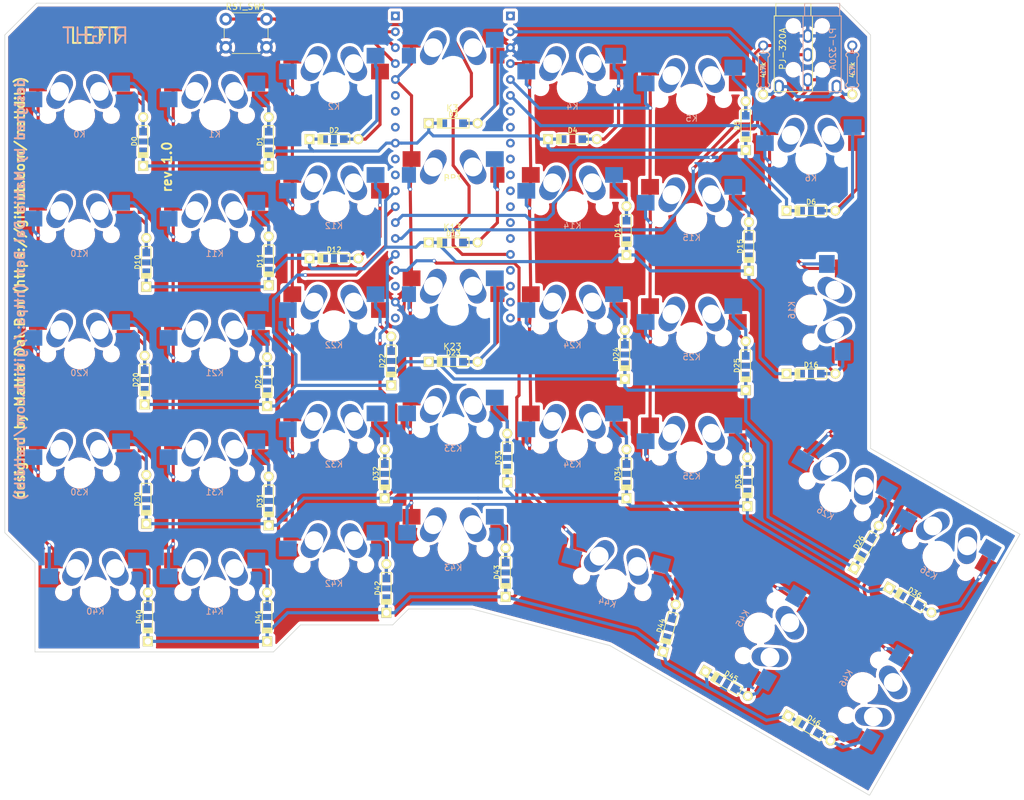
<source format=kicad_pcb>
(kicad_pcb (version 20171130) (host pcbnew "(5.1.5)-3")
  (title_block (title "Redox keyboard PCB") (date 2018-05-05) (rev 1.0) (comment 1 "designed by Mattia Dal Ben (aka u/TiaMaT102)") (comment 2 https://github.com/mattdibi/redox-keyboard))
  (layers (0 F.Cu signal) (31 B.Cu signal) (34 B.Paste user hide) (35 F.Paste user hide) (36 B.SilkS user hide) (37 F.SilkS user hide) (38 B.Mask user) (39 F.Mask user hide) (44 Edge.Cuts user))
  (net 0 "")
  (net 1 "Net-(D0-Pad2)")
  (net 2 row0)
  (net 3 "Net-(D1-Pad2)")
  (net 4 "Net-(D2-Pad2)")
  (net 5 "Net-(D3-Pad2)")
  (net 6 "Net-(D4-Pad2)")
  (net 7 "Net-(D5-Pad2)")
  (net 8 "Net-(D6-Pad2)")
  (net 9 "Net-(D10-Pad2)")
  (net 10 row1)
  (net 11 "Net-(D11-Pad2)")
  (net 12 "Net-(D12-Pad2)")
  (net 13 "Net-(D13-Pad2)")
  (net 14 "Net-(D14-Pad2)")
  (net 15 "Net-(D15-Pad2)")
  (net 16 "Net-(D16-Pad2)")
  (net 17 "Net-(D20-Pad2)")
  (net 18 row2)
  (net 19 "Net-(D21-Pad2)")
  (net 20 "Net-(D22-Pad2)")
  (net 21 "Net-(D23-Pad2)")
  (net 22 "Net-(D24-Pad2)")
  (net 23 "Net-(D25-Pad2)")
  (net 24 "Net-(D26-Pad2)")
  (net 25 "Net-(D30-Pad2)")
  (net 26 row3)
  (net 27 "Net-(D31-Pad2)")
  (net 28 "Net-(D32-Pad2)")
  (net 29 "Net-(D33-Pad2)")
  (net 30 "Net-(D34-Pad2)")
  (net 31 "Net-(D35-Pad2)")
  (net 32 "Net-(D36-Pad2)")
  (net 33 "Net-(D40-Pad2)")
  (net 34 row4)
  (net 35 "Net-(D41-Pad2)")
  (net 36 "Net-(D42-Pad2)")
  (net 37 "Net-(D43-Pad2)")
  (net 38 "Net-(D44-Pad2)")
  (net 39 "Net-(D45-Pad2)")
  (net 40 "Net-(D46-Pad2)")
  (net 41 col0)
  (net 42 col1)
  (net 43 col2)
  (net 44 col3)
  (net 45 col4)
  (net 46 col5)
  (net 47 col6)
  (net 48 VCC)
  (net 49 SDA)
  (net 50 SCL)
  (net 51 GND)
  (net 52 RST)
  (net 53 "Net-(BP1-Pad9)")
  (net 54 "Net-(BP1-Pad20)")
  (net 55 "Net-(BP1-Pad10)")
  (net 56 "Net-(BP1-Pad15)")
  (net 57 "Net-(BP1-Pad1)")
  (net 58 "Net-(BP1-Pad19)")
  (net 59 "Net-(BP1-Pad14)")
  (net 60 "Net-(BP1-Pad13)")
  (net 61 "Net-(BP1-Pad11)")
  (net 62 "Net-(BP1-Pad17)")
  (net 63 "Net-(BP1-Pad8)")
  (net 64 "Net-(BP1-Pad18)")
  (net 65 "Net-(BP1-Pad12)")
  (net 66 "Net-(BP1-Pad31)")
  (net 67 "Net-(BP1-Pad30)")
  (net 68 "Net-(BP1-Pad33)")
  (net 69 "Net-(BP1-Pad35)")
  (net 70 "Net-(BP1-Pad23)")
  (net 71 "Net-(BP1-Pad40)")
  (net 72 "Net-(BP1-Pad34)")
  (net 73 "Net-(BP1-Pad7)")
  (net 74 "Net-(BP1-Pad21)")
  (module reversable_hotswap:MXOnly-1.25U-Hotswap (layer F.Cu) (at 91.44 85.725)
    (fp_text reference K10)
    (fp_text value KEYSW)
    (fp_text user %R (at 0 3.048) (layer B.SilkS) (effects (justify mirror)))
    (pad 1 smd rect (at -6.65 -5.08) (size 2.85 2.5) (layers F.Cu F.Paste F.Mask) (net 41 col0))
    (pad 2 smd rect (at 7.366 -2.54) (size 2.85 2.5) (layers F.Cu F.Paste F.Mask) (net 9 "Net-(D10-Pad2)"))
    (pad "" np_thru_hole roundrect (at 3.175 -3.81 296.5) (size 5.85 3) (drill 3) (layers *.Cu *.Mask) (roundrect_rratio 0.5))
    (pad 2 smd rect (at 6.65 -5.08) (size 2.85 2.5) (layers B.Cu B.Paste B.Mask) (net 9 "Net-(D10-Pad2)"))
    (pad 1 smd rect (at -7.366 -2.54) (size 2.85 2.5) (layers B.Cu B.Paste B.Mask) (net 41 col0))
    (pad "" np_thru_hole roundrect (at -3.175 -3.81 63.5) (size 5.85 3) (drill 3) (layers *.Cu *.Mask) (roundrect_rratio 0.5))
    (pad "" np_thru_hole circle (at 5.08 0 48.0996) (size 1.75 1.75) (drill 1.75) (layers *.Cu *.Mask))
    (pad "" np_thru_hole circle (at -5.08 0 48.0996) (size 1.75 1.75) (drill 1.75) (layers *.Cu *.Mask))
    (pad "" np_thru_hole circle (at 0 0) (size 3.9878 3.9878) (drill 3.9878) (layers *.Cu *.Mask))
  )
  (module reversable_hotswap:MXOnly-1U-Hotswap (layer F.Cu) (at 113.03 123.825)
    (fp_text reference K31)
    (fp_text value KEYSW)
    (fp_text user %R (at 0 3.048) (layer B.SilkS) (effects (justify mirror)))
    (pad "" np_thru_hole roundrect (at 3.175 -3.81 296.5) (size 5.85 3) (drill 3) (layers *.Cu *.Mask) (roundrect_rratio 0.5))
    (pad 2 smd rect (at 7.366 -2.54) (size 2.85 2.5) (layers F.Cu F.Paste F.Mask) (net 27 "Net-(D31-Pad2)"))
    (pad 1 smd rect (at -6.65 -5.08) (size 2.85 2.5) (layers F.Cu F.Paste F.Mask) (net 42 col1))
    (pad "" np_thru_hole roundrect (at -3.175 -3.81 63.5) (size 5.85 3) (drill 3) (layers *.Cu *.Mask) (roundrect_rratio 0.5))
    (pad "" np_thru_hole circle (at 0 0) (size 3.9878 3.9878) (drill 3.9878) (layers *.Cu *.Mask))
    (pad "" np_thru_hole circle (at -5.08 0 48.0996) (size 1.75 1.75) (drill 1.75) (layers *.Cu *.Mask))
    (pad "" np_thru_hole circle (at 5.08 0 48.0996) (size 1.75 1.75) (drill 1.75) (layers *.Cu *.Mask))
    (pad 1 smd rect (at -7.366 -2.54) (size 2.85 2.5) (layers B.Cu B.Paste B.Mask) (net 42 col1))
    (pad 2 smd rect (at 6.65 -5.08) (size 2.85 2.5) (layers B.Cu B.Paste B.Mask) (net 27 "Net-(D31-Pad2)"))
  )
  (module Keebio-Parts:Diode-dual (layer F.Cu) (at 101.6 70.866 270)
    (fp_text reference D0 (at -0.0254 1.4 270) (layer F.SilkS) (effects (font (size 0.8 0.8))))
    (fp_text value D hide)
    (pad 2 smd rect (at -2.7 0 270) (size 2.5 0.5) (layers B.Cu) (net 1 "Net-(D0-Pad2)"))
    (pad 2 smd rect (at -1.575 0 270) (size 1.2 1.2) (layers B.Cu B.Paste B.Mask) (net 1 "Net-(D0-Pad2)"))
    (pad 1 smd rect (at 1.575 0 270) (size 1.2 1.2) (layers B.Cu B.Paste B.Mask) (net 2 row0))
    (pad 1 smd rect (at 2.7 0 270) (size 2.5 0.5) (layers B.Cu) (net 2 row0))
    (pad 1 smd rect (at 1.575 0 270) (size 1.2 1.2) (layers F.Cu F.Paste F.Mask) (net 2 row0))
    (pad 2 smd rect (at -1.575 0 270) (size 1.2 1.2) (layers F.Cu F.Paste F.Mask) (net 1 "Net-(D0-Pad2)"))
    (pad 2 thru_hole circle (at -3.9 0 270) (size 1.6 1.6) (drill 1) (layers *.Cu *.Mask F.SilkS) (net 1 "Net-(D0-Pad2)"))
    (pad 1 thru_hole rect (at 3.9 0 270) (size 1.6 1.6) (drill 1) (layers *.Cu *.Mask F.SilkS) (net 2 row0))
    (pad 2 smd rect (at -2.7 0 270) (size 2.5 0.5) (layers F.Cu) (net 1 "Net-(D0-Pad2)"))
    (pad 1 smd rect (at 2.7 0 270) (size 2.5 0.5) (layers F.Cu) (net 2 row0))
  )
  (module Keebio-Parts:Diode-dual (layer F.Cu) (at 208.28 107.95 180)
    (fp_text reference D16 (at -0.0254 1.4 180) (layer F.SilkS) (effects (font (size 0.8 0.8))))
    (fp_text value D hide)
    (pad 2 smd rect (at -2.7 0 180) (size 2.5 0.5) (layers B.Cu) (net 16 "Net-(D16-Pad2)"))
    (pad 2 smd rect (at -1.575 0 180) (size 1.2 1.2) (layers B.Cu B.Paste B.Mask) (net 16 "Net-(D16-Pad2)"))
    (pad 1 smd rect (at 1.575 0 180) (size 1.2 1.2) (layers B.Cu B.Paste B.Mask) (net 10 row1))
    (pad 1 smd rect (at 2.7 0 180) (size 2.5 0.5) (layers B.Cu) (net 10 row1))
    (pad 1 smd rect (at 1.575 0 180) (size 1.2 1.2) (layers F.Cu F.Paste F.Mask) (net 10 row1))
    (pad 2 smd rect (at -1.575 0 180) (size 1.2 1.2) (layers F.Cu F.Paste F.Mask) (net 16 "Net-(D16-Pad2)"))
    (pad 2 thru_hole circle (at -3.9 0 180) (size 1.6 1.6) (drill 1) (layers *.Cu *.Mask F.SilkS) (net 16 "Net-(D16-Pad2)"))
    (pad 1 thru_hole rect (at 3.9 0 180) (size 1.6 1.6) (drill 1) (layers *.Cu *.Mask F.SilkS) (net 10 row1))
    (pad 2 smd rect (at -2.7 0 180) (size 2.5 0.5) (layers F.Cu) (net 16 "Net-(D16-Pad2)"))
    (pad 1 smd rect (at 2.7 0 180) (size 2.5 0.5) (layers F.Cu) (net 10 row1))
  )
  (module reversable_hotswap:MXOnly-1U-Hotswap-Small (layer F.Cu) (at 151.13 78.74)
    (fp_text reference K13 (at -0.127 5.842) (layer F.SilkS))
    (fp_text value KEYSW)
    (pad 1 smd rect (at -7.066 -2.54) (size 2.25 2.5) (layers B.Cu B.Paste B.Mask) (net 44 col3))
    (pad 1 smd rect (at -6.65 -5.08) (size 2.85 2.5) (layers F.Cu F.Paste F.Mask) (net 44 col3))
    (pad 2 smd rect (at 6.65 -5.08) (size 2.85 2.5) (layers B.Cu B.Paste B.Mask) (net 13 "Net-(D13-Pad2)"))
    (pad "" np_thru_hole roundrect (at -3.175 -3.81 63.5) (size 5.85 3) (drill 3) (layers *.Cu *.Mask) (roundrect_rratio 0.5))
    (pad "" np_thru_hole roundrect (at 3.175 -3.81 296.5) (size 5.85 3) (drill 3) (layers *.Cu *.Mask) (roundrect_rratio 0.5))
    (pad 2 smd rect (at 7.066 -2.54) (size 2.25 2.5) (layers F.Cu F.Paste F.Mask) (net 13 "Net-(D13-Pad2)"))
    (pad "" np_thru_hole circle (at -5.08 0 48.0996) (size 1.75 1.75) (drill 1.75) (layers *.Cu *.Mask))
    (pad "" np_thru_hole circle (at 5.08 0 48.0996) (size 1.75 1.75) (drill 1.75) (layers *.Cu *.Mask))
    (pad "" np_thru_hole circle (at 0 0) (size 3.9878 3.9878) (drill 3.9878) (layers *.Cu *.Mask))
  )
  (module reversable_hotswap:MXOnly-1U-Hotswap (layer F.Cu) (at 113.03 66.675)
    (fp_text reference K1)
    (fp_text value KEYSW)
    (fp_text user %R (at 0 3.048) (layer B.SilkS) (effects (justify mirror)))
    (pad "" np_thru_hole roundrect (at 3.175 -3.81 296.5) (size 5.85 3) (drill 3) (layers *.Cu *.Mask) (roundrect_rratio 0.5))
    (pad 2 smd rect (at 7.366 -2.54) (size 2.85 2.5) (layers F.Cu F.Paste F.Mask) (net 3 "Net-(D1-Pad2)"))
    (pad 1 smd rect (at -6.65 -5.08) (size 2.85 2.5) (layers F.Cu F.Paste F.Mask) (net 42 col1))
    (pad "" np_thru_hole roundrect (at -3.175 -3.81 63.5) (size 5.85 3) (drill 3) (layers *.Cu *.Mask) (roundrect_rratio 0.5))
    (pad "" np_thru_hole circle (at 0 0) (size 3.9878 3.9878) (drill 3.9878) (layers *.Cu *.Mask))
    (pad "" np_thru_hole circle (at -5.08 0 48.0996) (size 1.75 1.75) (drill 1.75) (layers *.Cu *.Mask))
    (pad "" np_thru_hole circle (at 5.08 0 48.0996) (size 1.75 1.75) (drill 1.75) (layers *.Cu *.Mask))
    (pad 1 smd rect (at -7.366 -2.54) (size 2.85 2.5) (layers B.Cu B.Paste B.Mask) (net 42 col1))
    (pad 2 smd rect (at 6.65 -5.08) (size 2.85 2.5) (layers B.Cu B.Paste B.Mask) (net 3 "Net-(D1-Pad2)"))
  )
  (module reversable_hotswap:MXOnly-1.25U-Hotswap (layer F.Cu) (at 91.44 66.675)
    (fp_text reference K0)
    (fp_text value KEYSW)
    (fp_text user %R (at 0 3.048) (layer B.SilkS) (effects (justify mirror)))
    (pad 1 smd rect (at -6.65 -5.08) (size 2.85 2.5) (layers F.Cu F.Paste F.Mask) (net 41 col0))
    (pad 2 smd rect (at 7.366 -2.54) (size 2.85 2.5) (layers F.Cu F.Paste F.Mask) (net 1 "Net-(D0-Pad2)"))
    (pad "" np_thru_hole roundrect (at 3.175 -3.81 296.5) (size 5.85 3) (drill 3) (layers *.Cu *.Mask) (roundrect_rratio 0.5))
    (pad 2 smd rect (at 6.65 -5.08) (size 2.85 2.5) (layers B.Cu B.Paste B.Mask) (net 1 "Net-(D0-Pad2)"))
    (pad 1 smd rect (at -7.366 -2.54) (size 2.85 2.5) (layers B.Cu B.Paste B.Mask) (net 41 col0))
    (pad "" np_thru_hole roundrect (at -3.175 -3.81 63.5) (size 5.85 3) (drill 3) (layers *.Cu *.Mask) (roundrect_rratio 0.5))
    (pad "" np_thru_hole circle (at 5.08 0 48.0996) (size 1.75 1.75) (drill 1.75) (layers *.Cu *.Mask))
    (pad "" np_thru_hole circle (at -5.08 0 48.0996) (size 1.75 1.75) (drill 1.75) (layers *.Cu *.Mask))
    (pad "" np_thru_hole circle (at 0 0) (size 3.9878 3.9878) (drill 3.9878) (layers *.Cu *.Mask))
  )
  (module reversable_hotswap:BlackPill (layer F.Cu) (at 151.084 76.2)
    (fp_text reference BP1 (at 0 0.5) (layer F.SilkS))
    (fp_text value BlackPill2)
    (pad 40 thru_hole rect (at -9.19 -25.4) (size 1.4 1.4) (drill 0.7) (layers *.Cu *.Mask) (net 71 "Net-(BP1-Pad40)"))
    (pad 39 thru_hole circle (at -9.19 -22.86) (size 1.4 1.4) (drill 0.7) (layers *.Cu *.Mask) (net 41 col0))
    (pad 38 thru_hole circle (at -9.19 -20.32) (size 1.4 1.4) (drill 0.7) (layers *.Cu *.Mask) (net 42 col1))
    (pad 37 thru_hole circle (at -9.19 -17.78) (size 1.4 1.4) (drill 0.7) (layers *.Cu *.Mask) (net 43 col2))
    (pad 36 thru_hole circle (at -9.19 -15.24) (size 1.4 1.4) (drill 0.7) (layers *.Cu *.Mask) (net 44 col3))
    (pad 35 thru_hole circle (at -9.19 -12.7) (size 1.4 1.4) (drill 0.7) (layers *.Cu *.Mask) (net 69 "Net-(BP1-Pad35)"))
    (pad 34 thru_hole circle (at -9.19 -10.16) (size 1.4 1.4) (drill 0.7) (layers *.Cu *.Mask) (net 72 "Net-(BP1-Pad34)"))
    (pad 33 thru_hole circle (at -9.19 -7.62) (size 1.4 1.4) (drill 0.7) (layers *.Cu *.Mask) (net 68 "Net-(BP1-Pad33)"))
    (pad 32 thru_hole circle (at -9.19 -5.08) (size 1.4 1.4) (drill 0.7) (layers *.Cu *.Mask) (net 2 row0))
    (pad 31 thru_hole circle (at -9.19 -2.54) (size 1.4 1.4) (drill 0.7) (layers *.Cu *.Mask) (net 66 "Net-(BP1-Pad31)"))
    (pad 30 thru_hole circle (at -9.19 0) (size 1.4 1.4) (drill 0.7) (layers *.Cu *.Mask) (net 67 "Net-(BP1-Pad30)"))
    (pad 29 thru_hole circle (at -9.19 2.54) (size 1.4 1.4) (drill 0.7) (layers *.Cu *.Mask) (net 10 row1))
    (pad 28 thru_hole circle (at -9.19 5.08) (size 1.4 1.4) (drill 0.7) (layers *.Cu *.Mask) (net 18 row2))
    (pad 27 thru_hole circle (at -9.19 7.62) (size 1.4 1.4) (drill 0.7) (layers *.Cu *.Mask) (net 50 SCL))
    (pad 26 thru_hole circle (at -9.19 10.16) (size 1.4 1.4) (drill 0.7) (layers *.Cu *.Mask) (net 49 SDA))
    (pad 25 thru_hole circle (at -9.19 12.7) (size 1.4 1.4) (drill 0.7) (layers *.Cu *.Mask) (net 26 row3))
    (pad 24 thru_hole circle (at -9.19 15.24) (size 1.4 1.4) (drill 0.7) (layers *.Cu *.Mask) (net 34 row4))
    (pad 23 thru_hole circle (at -9.19 17.78) (size 1.4 1.4) (drill 0.7) (layers *.Cu *.Mask) (net 70 "Net-(BP1-Pad23)"))
    (pad 22 thru_hole circle (at -9.19 20.32) (size 1.4 1.4) (drill 0.7) (layers *.Cu *.Mask) (net 51 GND))
    (pad 21 thru_hole circle (at -9.19 22.86) (size 1.4 1.4) (drill 0.7) (layers *.Cu *.Mask) (net 74 "Net-(BP1-Pad21)"))
    (pad 20 thru_hole circle (at 9.19 22.86) (size 1.4 1.4) (drill 0.7) (layers *.Cu *.Mask) (net 54 "Net-(BP1-Pad20)"))
    (pad 19 thru_hole circle (at 9.19 20.32) (size 1.4 1.4) (drill 0.7) (layers *.Cu *.Mask) (net 58 "Net-(BP1-Pad19)"))
    (pad 18 thru_hole circle (at 9.19 17.78) (size 1.4 1.4) (drill 0.7) (layers *.Cu *.Mask) (net 64 "Net-(BP1-Pad18)"))
    (pad 17 thru_hole circle (at 9.19 15.24) (size 1.4 1.4) (drill 0.7) (layers *.Cu *.Mask) (net 62 "Net-(BP1-Pad17)"))
    (pad 16 thru_hole circle (at 9.19 12.7) (size 1.4 1.4) (drill 0.7) (layers *.Cu *.Mask) (net 52 RST))
    (pad 15 thru_hole circle (at 9.19 10.16) (size 1.4 1.4) (drill 0.7) (layers *.Cu *.Mask) (net 56 "Net-(BP1-Pad15)"))
    (pad 14 thru_hole circle (at 9.19 7.62) (size 1.4 1.4) (drill 0.7) (layers *.Cu *.Mask) (net 59 "Net-(BP1-Pad14)"))
    (pad 13 thru_hole circle (at 9.19 5.08) (size 1.4 1.4) (drill 0.7) (layers *.Cu *.Mask) (net 60 "Net-(BP1-Pad13)"))
    (pad 12 thru_hole circle (at 9.19 2.54) (size 1.4 1.4) (drill 0.7) (layers *.Cu *.Mask) (net 65 "Net-(BP1-Pad12)"))
    (pad 11 thru_hole circle (at 9.19 0) (size 1.4 1.4) (drill 0.7) (layers *.Cu *.Mask) (net 61 "Net-(BP1-Pad11)"))
    (pad 10 thru_hole circle (at 9.19 -2.54) (size 1.4 1.4) (drill 0.7) (layers *.Cu *.Mask) (net 55 "Net-(BP1-Pad10)"))
    (pad 9 thru_hole circle (at 9.19 -5.08) (size 1.4 1.4) (drill 0.7) (layers *.Cu *.Mask) (net 53 "Net-(BP1-Pad9)"))
    (pad 8 thru_hole circle (at 9.19 -7.62) (size 1.4 1.4) (drill 0.7) (layers *.Cu *.Mask) (net 63 "Net-(BP1-Pad8)"))
    (pad 7 thru_hole circle (at 9.19 -10.16) (size 1.4 1.4) (drill 0.7) (layers *.Cu *.Mask) (net 73 "Net-(BP1-Pad7)"))
    (pad 6 thru_hole circle (at 9.19 -12.7) (size 1.4 1.4) (drill 0.7) (layers *.Cu *.Mask) (net 47 col6))
    (pad 5 thru_hole circle (at 9.19 -15.24) (size 1.4 1.4) (drill 0.7) (layers *.Cu *.Mask) (net 46 col5))
    (pad 4 thru_hole circle (at 9.19 -17.78) (size 1.4 1.4) (drill 0.7) (layers *.Cu *.Mask) (net 45 col4))
    (pad 3 thru_hole circle (at 9.19 -20.32) (size 1.4 1.4) (drill 0.7) (layers *.Cu *.Mask) (net 51 GND))
    (pad 2 thru_hole circle (at 9.19 -22.86) (size 1.4 1.4) (drill 0.7) (layers *.Cu *.Mask) (net 48 VCC))
    (pad 1 thru_hole rect (at 9.19 -25.4) (size 1.4 1.4) (drill 0.7) (layers *.Cu *.Mask) (net 57 "Net-(BP1-Pad1)"))
  )
  (module reversable_hotswap:MXOnly-1U-Hotswap (layer F.Cu) (at 132.08 81.28)
    (fp_text reference K12)
    (fp_text value KEYSW)
    (fp_text user %R (at 0 3.048) (layer B.SilkS) (effects (justify mirror)))
    (pad "" np_thru_hole roundrect (at 3.175 -3.81 296.5) (size 5.85 3) (drill 3) (layers *.Cu *.Mask) (roundrect_rratio 0.5))
    (pad 2 smd rect (at 7.366 -2.54) (size 2.85 2.5) (layers F.Cu F.Paste F.Mask) (net 12 "Net-(D12-Pad2)"))
    (pad 1 smd rect (at -6.65 -5.08) (size 2.85 2.5) (layers F.Cu F.Paste F.Mask) (net 43 col2))
    (pad "" np_thru_hole roundrect (at -3.175 -3.81 63.5) (size 5.85 3) (drill 3) (layers *.Cu *.Mask) (roundrect_rratio 0.5))
    (pad "" np_thru_hole circle (at 0 0) (size 3.9878 3.9878) (drill 3.9878) (layers *.Cu *.Mask))
    (pad "" np_thru_hole circle (at -5.08 0 48.0996) (size 1.75 1.75) (drill 1.75) (layers *.Cu *.Mask))
    (pad "" np_thru_hole circle (at 5.08 0 48.0996) (size 1.75 1.75) (drill 1.75) (layers *.Cu *.Mask))
    (pad 1 smd rect (at -7.366 -2.54) (size 2.85 2.5) (layers B.Cu B.Paste B.Mask) (net 43 col2))
    (pad 2 smd rect (at 6.65 -5.08) (size 2.85 2.5) (layers B.Cu B.Paste B.Mask) (net 12 "Net-(D12-Pad2)"))
  )
  (module reversable_hotswap:MXOnly-1U-Hotswap (layer F.Cu) (at 132.08 119.38)
    (fp_text reference K32)
    (fp_text value KEYSW)
    (fp_text user %R (at 0 3.048) (layer B.SilkS) (effects (justify mirror)))
    (pad "" np_thru_hole roundrect (at 3.175 -3.81 296.5) (size 5.85 3) (drill 3) (layers *.Cu *.Mask) (roundrect_rratio 0.5))
    (pad 2 smd rect (at 7.366 -2.54) (size 2.85 2.5) (layers F.Cu F.Paste F.Mask) (net 28 "Net-(D32-Pad2)"))
    (pad 1 smd rect (at -6.65 -5.08) (size 2.85 2.5) (layers F.Cu F.Paste F.Mask) (net 43 col2))
    (pad "" np_thru_hole roundrect (at -3.175 -3.81 63.5) (size 5.85 3) (drill 3) (layers *.Cu *.Mask) (roundrect_rratio 0.5))
    (pad "" np_thru_hole circle (at 0 0) (size 3.9878 3.9878) (drill 3.9878) (layers *.Cu *.Mask))
    (pad "" np_thru_hole circle (at -5.08 0 48.0996) (size 1.75 1.75) (drill 1.75) (layers *.Cu *.Mask))
    (pad "" np_thru_hole circle (at 5.08 0 48.0996) (size 1.75 1.75) (drill 1.75) (layers *.Cu *.Mask))
    (pad 1 smd rect (at -7.366 -2.54) (size 2.85 2.5) (layers B.Cu B.Paste B.Mask) (net 43 col2))
    (pad 2 smd rect (at 6.65 -5.08) (size 2.85 2.5) (layers B.Cu B.Paste B.Mask) (net 28 "Net-(D32-Pad2)"))
  )
  (module reversable_hotswap:MXOnly-1U-Hotswap (layer F.Cu) (at 132.08 62.23)
    (fp_text reference K2)
    (fp_text value KEYSW)
    (fp_text user %R (at 0 3.048) (layer B.SilkS) (effects (justify mirror)))
    (pad "" np_thru_hole roundrect (at 3.175 -3.81 296.5) (size 5.85 3) (drill 3) (layers *.Cu *.Mask) (roundrect_rratio 0.5))
    (pad 2 smd rect (at 7.366 -2.54) (size 2.85 2.5) (layers F.Cu F.Paste F.Mask) (net 4 "Net-(D2-Pad2)"))
    (pad 1 smd rect (at -6.65 -5.08) (size 2.85 2.5) (layers F.Cu F.Paste F.Mask) (net 43 col2))
    (pad "" np_thru_hole roundrect (at -3.175 -3.81 63.5) (size 5.85 3) (drill 3) (layers *.Cu *.Mask) (roundrect_rratio 0.5))
    (pad "" np_thru_hole circle (at 0 0) (size 3.9878 3.9878) (drill 3.9878) (layers *.Cu *.Mask))
    (pad "" np_thru_hole circle (at -5.08 0 48.0996) (size 1.75 1.75) (drill 1.75) (layers *.Cu *.Mask))
    (pad "" np_thru_hole circle (at 5.08 0 48.0996) (size 1.75 1.75) (drill 1.75) (layers *.Cu *.Mask))
    (pad 1 smd rect (at -7.366 -2.54) (size 2.85 2.5) (layers B.Cu B.Paste B.Mask) (net 43 col2))
    (pad 2 smd rect (at 6.65 -5.08) (size 2.85 2.5) (layers B.Cu B.Paste B.Mask) (net 4 "Net-(D2-Pad2)"))
  )
  (module reversable_hotswap:MXOnly-1U-Hotswap (layer F.Cu) (at 170.18 62.23)
    (fp_text reference K4)
    (fp_text value KEYSW)
    (fp_text user %R (at 0 3.048) (layer B.SilkS) (effects (justify mirror)))
    (pad "" np_thru_hole roundrect (at 3.175 -3.81 296.5) (size 5.85 3) (drill 3) (layers *.Cu *.Mask) (roundrect_rratio 0.5))
    (pad 2 smd rect (at 7.366 -2.54) (size 2.85 2.5) (layers F.Cu F.Paste F.Mask) (net 6 "Net-(D4-Pad2)"))
    (pad 1 smd rect (at -6.65 -5.08) (size 2.85 2.5) (layers F.Cu F.Paste F.Mask) (net 45 col4))
    (pad "" np_thru_hole roundrect (at -3.175 -3.81 63.5) (size 5.85 3) (drill 3) (layers *.Cu *.Mask) (roundrect_rratio 0.5))
    (pad "" np_thru_hole circle (at 0 0) (size 3.9878 3.9878) (drill 3.9878) (layers *.Cu *.Mask))
    (pad "" np_thru_hole circle (at -5.08 0 48.0996) (size 1.75 1.75) (drill 1.75) (layers *.Cu *.Mask))
    (pad "" np_thru_hole circle (at 5.08 0 48.0996) (size 1.75 1.75) (drill 1.75) (layers *.Cu *.Mask))
    (pad 1 smd rect (at -7.366 -2.54) (size 2.85 2.5) (layers B.Cu B.Paste B.Mask) (net 45 col4))
    (pad 2 smd rect (at 6.65 -5.08) (size 2.85 2.5) (layers B.Cu B.Paste B.Mask) (net 6 "Net-(D4-Pad2)"))
  )
  (module reversable_hotswap:MXOnly-1U-Hotswap (layer F.Cu) (at 189.23 64.135)
    (fp_text reference K5)
    (fp_text value KEYSW)
    (fp_text user %R (at 0 3.048) (layer B.SilkS) (effects (justify mirror)))
    (pad "" np_thru_hole roundrect (at 3.175 -3.81 296.5) (size 5.85 3) (drill 3) (layers *.Cu *.Mask) (roundrect_rratio 0.5))
    (pad 2 smd rect (at 7.366 -2.54) (size 2.85 2.5) (layers F.Cu F.Paste F.Mask) (net 7 "Net-(D5-Pad2)"))
    (pad 1 smd rect (at -6.65 -5.08) (size 2.85 2.5) (layers F.Cu F.Paste F.Mask) (net 46 col5))
    (pad "" np_thru_hole roundrect (at -3.175 -3.81 63.5) (size 5.85 3) (drill 3) (layers *.Cu *.Mask) (roundrect_rratio 0.5))
    (pad "" np_thru_hole circle (at 0 0) (size 3.9878 3.9878) (drill 3.9878) (layers *.Cu *.Mask))
    (pad "" np_thru_hole circle (at -5.08 0 48.0996) (size 1.75 1.75) (drill 1.75) (layers *.Cu *.Mask))
    (pad "" np_thru_hole circle (at 5.08 0 48.0996) (size 1.75 1.75) (drill 1.75) (layers *.Cu *.Mask))
    (pad 1 smd rect (at -7.366 -2.54) (size 2.85 2.5) (layers B.Cu B.Paste B.Mask) (net 46 col5))
    (pad 2 smd rect (at 6.65 -5.08) (size 2.85 2.5) (layers B.Cu B.Paste B.Mask) (net 7 "Net-(D5-Pad2)"))
  )
  (module reversable_hotswap:MXOnly-1U-Hotswap (layer F.Cu) (at 208.28 73.66)
    (fp_text reference K6)
    (fp_text value KEYSW)
    (fp_text user %R (at 0 3.048) (layer B.SilkS) (effects (justify mirror)))
    (pad "" np_thru_hole roundrect (at 3.175 -3.81 296.5) (size 5.85 3) (drill 3) (layers *.Cu *.Mask) (roundrect_rratio 0.5))
    (pad 2 smd rect (at 7.366 -2.54) (size 2.85 2.5) (layers F.Cu F.Paste F.Mask) (net 8 "Net-(D6-Pad2)"))
    (pad 1 smd rect (at -6.65 -5.08) (size 2.85 2.5) (layers F.Cu F.Paste F.Mask) (net 47 col6))
    (pad "" np_thru_hole roundrect (at -3.175 -3.81 63.5) (size 5.85 3) (drill 3) (layers *.Cu *.Mask) (roundrect_rratio 0.5))
    (pad "" np_thru_hole circle (at 0 0) (size 3.9878 3.9878) (drill 3.9878) (layers *.Cu *.Mask))
    (pad "" np_thru_hole circle (at -5.08 0 48.0996) (size 1.75 1.75) (drill 1.75) (layers *.Cu *.Mask))
    (pad "" np_thru_hole circle (at 5.08 0 48.0996) (size 1.75 1.75) (drill 1.75) (layers *.Cu *.Mask))
    (pad 1 smd rect (at -7.366 -2.54) (size 2.85 2.5) (layers B.Cu B.Paste B.Mask) (net 47 col6))
    (pad 2 smd rect (at 6.65 -5.08) (size 2.85 2.5) (layers B.Cu B.Paste B.Mask) (net 8 "Net-(D6-Pad2)"))
  )
  (module reversable_hotswap:MXOnly-1U-Hotswap (layer F.Cu) (at 113.03 85.725)
    (fp_text reference K11)
    (fp_text value KEYSW)
    (fp_text user %R (at 0 3.048) (layer B.SilkS) (effects (justify mirror)))
    (pad "" np_thru_hole roundrect (at 3.175 -3.81 296.5) (size 5.85 3) (drill 3) (layers *.Cu *.Mask) (roundrect_rratio 0.5))
    (pad 2 smd rect (at 7.366 -2.54) (size 2.85 2.5) (layers F.Cu F.Paste F.Mask) (net 11 "Net-(D11-Pad2)"))
    (pad 1 smd rect (at -6.65 -5.08) (size 2.85 2.5) (layers F.Cu F.Paste F.Mask) (net 42 col1))
    (pad "" np_thru_hole roundrect (at -3.175 -3.81 63.5) (size 5.85 3) (drill 3) (layers *.Cu *.Mask) (roundrect_rratio 0.5))
    (pad "" np_thru_hole circle (at 0 0) (size 3.9878 3.9878) (drill 3.9878) (layers *.Cu *.Mask))
    (pad "" np_thru_hole circle (at -5.08 0 48.0996) (size 1.75 1.75) (drill 1.75) (layers *.Cu *.Mask))
    (pad "" np_thru_hole circle (at 5.08 0 48.0996) (size 1.75 1.75) (drill 1.75) (layers *.Cu *.Mask))
    (pad 1 smd rect (at -7.366 -2.54) (size 2.85 2.5) (layers B.Cu B.Paste B.Mask) (net 42 col1))
    (pad 2 smd rect (at 6.65 -5.08) (size 2.85 2.5) (layers B.Cu B.Paste B.Mask) (net 11 "Net-(D11-Pad2)"))
  )
  (module reversable_hotswap:MXOnly-1U-Hotswap (layer F.Cu) (at 170.18 81.28)
    (fp_text reference K14)
    (fp_text value KEYSW)
    (fp_text user %R (at 0 3.048) (layer B.SilkS) (effects (justify mirror)))
    (pad "" np_thru_hole roundrect (at 3.175 -3.81 296.5) (size 5.85 3) (drill 3) (layers *.Cu *.Mask) (roundrect_rratio 0.5))
    (pad 2 smd rect (at 7.366 -2.54) (size 2.85 2.5) (layers F.Cu F.Paste F.Mask) (net 14 "Net-(D14-Pad2)"))
    (pad 1 smd rect (at -6.65 -5.08) (size 2.85 2.5) (layers F.Cu F.Paste F.Mask) (net 45 col4))
    (pad "" np_thru_hole roundrect (at -3.175 -3.81 63.5) (size 5.85 3) (drill 3) (layers *.Cu *.Mask) (roundrect_rratio 0.5))
    (pad "" np_thru_hole circle (at 0 0) (size 3.9878 3.9878) (drill 3.9878) (layers *.Cu *.Mask))
    (pad "" np_thru_hole circle (at -5.08 0 48.0996) (size 1.75 1.75) (drill 1.75) (layers *.Cu *.Mask))
    (pad "" np_thru_hole circle (at 5.08 0 48.0996) (size 1.75 1.75) (drill 1.75) (layers *.Cu *.Mask))
    (pad 1 smd rect (at -7.366 -2.54) (size 2.85 2.5) (layers B.Cu B.Paste B.Mask) (net 45 col4))
    (pad 2 smd rect (at 6.65 -5.08) (size 2.85 2.5) (layers B.Cu B.Paste B.Mask) (net 14 "Net-(D14-Pad2)"))
  )
  (module reversable_hotswap:MXOnly-1U-Hotswap (layer F.Cu) (at 189.23 83.185)
    (fp_text reference K15)
    (fp_text value KEYSW)
    (fp_text user %R (at 0 3.048) (layer B.SilkS) (effects (justify mirror)))
    (pad "" np_thru_hole roundrect (at 3.175 -3.81 296.5) (size 5.85 3) (drill 3) (layers *.Cu *.Mask) (roundrect_rratio 0.5))
    (pad 2 smd rect (at 7.366 -2.54) (size 2.85 2.5) (layers F.Cu F.Paste F.Mask) (net 15 "Net-(D15-Pad2)"))
    (pad 1 smd rect (at -6.65 -5.08) (size 2.85 2.5) (layers F.Cu F.Paste F.Mask) (net 46 col5))
    (pad "" np_thru_hole roundrect (at -3.175 -3.81 63.5) (size 5.85 3) (drill 3) (layers *.Cu *.Mask) (roundrect_rratio 0.5))
    (pad "" np_thru_hole circle (at 0 0) (size 3.9878 3.9878) (drill 3.9878) (layers *.Cu *.Mask))
    (pad "" np_thru_hole circle (at -5.08 0 48.0996) (size 1.75 1.75) (drill 1.75) (layers *.Cu *.Mask))
    (pad "" np_thru_hole circle (at 5.08 0 48.0996) (size 1.75 1.75) (drill 1.75) (layers *.Cu *.Mask))
    (pad 1 smd rect (at -7.366 -2.54) (size 2.85 2.5) (layers B.Cu B.Paste B.Mask) (net 46 col5))
    (pad 2 smd rect (at 6.65 -5.08) (size 2.85 2.5) (layers B.Cu B.Paste B.Mask) (net 15 "Net-(D15-Pad2)"))
  )
  (module reversable_hotswap:MXOnly-1.5U-Hotswap (layer F.Cu) (at 208.28 97.79 270)
    (fp_text reference K16)
    (fp_text value KEYSW)
    (fp_text user %R (at 0 3.048 90) (layer B.SilkS) (effects (justify mirror)))
    (pad 1 smd rect (at -6.65 -5.08 270) (size 2.85 2.5) (layers F.Cu F.Paste F.Mask) (net 47 col6))
    (pad 2 smd rect (at 7.366 -2.54 270) (size 2.85 2.5) (layers F.Cu F.Paste F.Mask) (net 16 "Net-(D16-Pad2)"))
    (pad "" np_thru_hole roundrect (at 3.175 -3.81 206.5) (size 5.85 3) (drill 3) (layers *.Cu *.Mask) (roundrect_rratio 0.5))
    (pad 2 smd rect (at 6.65 -5.08 270) (size 2.85 2.5) (layers B.Cu B.Paste B.Mask) (net 16 "Net-(D16-Pad2)"))
    (pad 1 smd rect (at -7.366 -2.54 270) (size 2.85 2.5) (layers B.Cu B.Paste B.Mask) (net 47 col6))
    (pad "" np_thru_hole circle (at 0 0 270) (size 3.9878 3.9878) (drill 3.9878) (layers *.Cu *.Mask))
    (pad "" np_thru_hole roundrect (at -3.175 -3.81 333.5) (size 5.85 3) (drill 3) (layers *.Cu *.Mask) (roundrect_rratio 0.5))
    (pad "" np_thru_hole circle (at 5.08 0 318.0996) (size 1.75 1.75) (drill 1.75) (layers *.Cu *.Mask))
    (pad "" np_thru_hole circle (at -5.08 0 318.0996) (size 1.75 1.75) (drill 1.75) (layers *.Cu *.Mask))
  )
  (module reversable_hotswap:MXOnly-1.25U-Hotswap (layer F.Cu) (at 91.44 104.775)
    (fp_text reference K20)
    (fp_text value KEYSW)
    (fp_text user %R (at 0 3.048) (layer B.SilkS) (effects (justify mirror)))
    (pad 1 smd rect (at -6.65 -5.08) (size 2.85 2.5) (layers F.Cu F.Paste F.Mask) (net 41 col0))
    (pad 2 smd rect (at 7.366 -2.54) (size 2.85 2.5) (layers F.Cu F.Paste F.Mask) (net 17 "Net-(D20-Pad2)"))
    (pad "" np_thru_hole roundrect (at 3.175 -3.81 296.5) (size 5.85 3) (drill 3) (layers *.Cu *.Mask) (roundrect_rratio 0.5))
    (pad 2 smd rect (at 6.65 -5.08) (size 2.85 2.5) (layers B.Cu B.Paste B.Mask) (net 17 "Net-(D20-Pad2)"))
    (pad 1 smd rect (at -7.366 -2.54) (size 2.85 2.5) (layers B.Cu B.Paste B.Mask) (net 41 col0))
    (pad "" np_thru_hole roundrect (at -3.175 -3.81 63.5) (size 5.85 3) (drill 3) (layers *.Cu *.Mask) (roundrect_rratio 0.5))
    (pad "" np_thru_hole circle (at 5.08 0 48.0996) (size 1.75 1.75) (drill 1.75) (layers *.Cu *.Mask))
    (pad "" np_thru_hole circle (at -5.08 0 48.0996) (size 1.75 1.75) (drill 1.75) (layers *.Cu *.Mask))
    (pad "" np_thru_hole circle (at 0 0) (size 3.9878 3.9878) (drill 3.9878) (layers *.Cu *.Mask))
  )
  (module reversable_hotswap:MXOnly-1U-Hotswap (layer F.Cu) (at 113.03 104.775)
    (fp_text reference K21)
    (fp_text value KEYSW)
    (fp_text user %R (at 0 3.048) (layer B.SilkS) (effects (justify mirror)))
    (pad "" np_thru_hole roundrect (at 3.175 -3.81 296.5) (size 5.85 3) (drill 3) (layers *.Cu *.Mask) (roundrect_rratio 0.5))
    (pad 2 smd rect (at 7.366 -2.54) (size 2.85 2.5) (layers F.Cu F.Paste F.Mask) (net 19 "Net-(D21-Pad2)"))
    (pad 1 smd rect (at -6.65 -5.08) (size 2.85 2.5) (layers F.Cu F.Paste F.Mask) (net 42 col1))
    (pad "" np_thru_hole roundrect (at -3.175 -3.81 63.5) (size 5.85 3) (drill 3) (layers *.Cu *.Mask) (roundrect_rratio 0.5))
    (pad "" np_thru_hole circle (at 0 0) (size 3.9878 3.9878) (drill 3.9878) (layers *.Cu *.Mask))
    (pad "" np_thru_hole circle (at -5.08 0 48.0996) (size 1.75 1.75) (drill 1.75) (layers *.Cu *.Mask))
    (pad "" np_thru_hole circle (at 5.08 0 48.0996) (size 1.75 1.75) (drill 1.75) (layers *.Cu *.Mask))
    (pad 1 smd rect (at -7.366 -2.54) (size 2.85 2.5) (layers B.Cu B.Paste B.Mask) (net 42 col1))
    (pad 2 smd rect (at 6.65 -5.08) (size 2.85 2.5) (layers B.Cu B.Paste B.Mask) (net 19 "Net-(D21-Pad2)"))
  )
  (module reversable_hotswap:MXOnly-1U-Hotswap (layer F.Cu) (at 132.08 100.33)
    (fp_text reference K22)
    (fp_text value KEYSW)
    (fp_text user %R (at 0 3.048) (layer B.SilkS) (effects (justify mirror)))
    (pad "" np_thru_hole roundrect (at 3.175 -3.81 296.5) (size 5.85 3) (drill 3) (layers *.Cu *.Mask) (roundrect_rratio 0.5))
    (pad 2 smd rect (at 7.366 -2.54) (size 2.85 2.5) (layers F.Cu F.Paste F.Mask) (net 20 "Net-(D22-Pad2)"))
    (pad 1 smd rect (at -6.65 -5.08) (size 2.85 2.5) (layers F.Cu F.Paste F.Mask) (net 43 col2))
    (pad "" np_thru_hole roundrect (at -3.175 -3.81 63.5) (size 5.85 3) (drill 3) (layers *.Cu *.Mask) (roundrect_rratio 0.5))
    (pad "" np_thru_hole circle (at 0 0) (size 3.9878 3.9878) (drill 3.9878) (layers *.Cu *.Mask))
    (pad "" np_thru_hole circle (at -5.08 0 48.0996) (size 1.75 1.75) (drill 1.75) (layers *.Cu *.Mask))
    (pad "" np_thru_hole circle (at 5.08 0 48.0996) (size 1.75 1.75) (drill 1.75) (layers *.Cu *.Mask))
    (pad 1 smd rect (at -7.366 -2.54) (size 2.85 2.5) (layers B.Cu B.Paste B.Mask) (net 43 col2))
    (pad 2 smd rect (at 6.65 -5.08) (size 2.85 2.5) (layers B.Cu B.Paste B.Mask) (net 20 "Net-(D22-Pad2)"))
  )
  (module reversable_hotswap:MXOnly-1U-Hotswap (layer F.Cu) (at 170.18 100.33)
    (fp_text reference K24)
    (fp_text value KEYSW)
    (fp_text user %R (at 0 3.048) (layer B.SilkS) (effects (justify mirror)))
    (pad "" np_thru_hole roundrect (at 3.175 -3.81 296.5) (size 5.85 3) (drill 3) (layers *.Cu *.Mask) (roundrect_rratio 0.5))
    (pad 2 smd rect (at 7.366 -2.54) (size 2.85 2.5) (layers F.Cu F.Paste F.Mask) (net 22 "Net-(D24-Pad2)"))
    (pad 1 smd rect (at -6.65 -5.08) (size 2.85 2.5) (layers F.Cu F.Paste F.Mask) (net 45 col4))
    (pad "" np_thru_hole roundrect (at -3.175 -3.81 63.5) (size 5.85 3) (drill 3) (layers *.Cu *.Mask) (roundrect_rratio 0.5))
    (pad "" np_thru_hole circle (at 0 0) (size 3.9878 3.9878) (drill 3.9878) (layers *.Cu *.Mask))
    (pad "" np_thru_hole circle (at -5.08 0 48.0996) (size 1.75 1.75) (drill 1.75) (layers *.Cu *.Mask))
    (pad "" np_thru_hole circle (at 5.08 0 48.0996) (size 1.75 1.75) (drill 1.75) (layers *.Cu *.Mask))
    (pad 1 smd rect (at -7.366 -2.54) (size 2.85 2.5) (layers B.Cu B.Paste B.Mask) (net 45 col4))
    (pad 2 smd rect (at 6.65 -5.08) (size 2.85 2.5) (layers B.Cu B.Paste B.Mask) (net 22 "Net-(D24-Pad2)"))
  )
  (module reversable_hotswap:MXOnly-1U-Hotswap (layer F.Cu) (at 189.23 102.235)
    (fp_text reference K25)
    (fp_text value KEYSW)
    (fp_text user %R (at 0 3.048) (layer B.SilkS) (effects (justify mirror)))
    (pad "" np_thru_hole roundrect (at 3.175 -3.81 296.5) (size 5.85 3) (drill 3) (layers *.Cu *.Mask) (roundrect_rratio 0.5))
    (pad 2 smd rect (at 7.366 -2.54) (size 2.85 2.5) (layers F.Cu F.Paste F.Mask) (net 23 "Net-(D25-Pad2)"))
    (pad 1 smd rect (at -6.65 -5.08) (size 2.85 2.5) (layers F.Cu F.Paste F.Mask) (net 46 col5))
    (pad "" np_thru_hole roundrect (at -3.175 -3.81 63.5) (size 5.85 3) (drill 3) (layers *.Cu *.Mask) (roundrect_rratio 0.5))
    (pad "" np_thru_hole circle (at 0 0) (size 3.9878 3.9878) (drill 3.9878) (layers *.Cu *.Mask))
    (pad "" np_thru_hole circle (at -5.08 0 48.0996) (size 1.75 1.75) (drill 1.75) (layers *.Cu *.Mask))
    (pad "" np_thru_hole circle (at 5.08 0 48.0996) (size 1.75 1.75) (drill 1.75) (layers *.Cu *.Mask))
    (pad 1 smd rect (at -7.366 -2.54) (size 2.85 2.5) (layers B.Cu B.Paste B.Mask) (net 46 col5))
    (pad 2 smd rect (at 6.65 -5.08) (size 2.85 2.5) (layers B.Cu B.Paste B.Mask) (net 23 "Net-(D25-Pad2)"))
  )
  (module reversable_hotswap:MXOnly-1U-Hotswap (layer F.Cu) (at 212.09 127.635 330)
    (fp_text reference K26)
    (fp_text value KEYSW)
    (fp_text user %R (at 0 3.048 150) (layer B.SilkS) (effects (justify mirror)))
    (pad "" np_thru_hole roundrect (at 3.175 -3.81 266.5) (size 5.85 3) (drill 3) (layers *.Cu *.Mask) (roundrect_rratio 0.5))
    (pad 2 smd rect (at 7.366 -2.54 330) (size 2.85 2.5) (layers F.Cu F.Paste F.Mask) (net 24 "Net-(D26-Pad2)"))
    (pad 1 smd rect (at -6.65 -5.08 330) (size 2.85 2.5) (layers F.Cu F.Paste F.Mask) (net 47 col6))
    (pad "" np_thru_hole roundrect (at -3.175 -3.81 33.5) (size 5.85 3) (drill 3) (layers *.Cu *.Mask) (roundrect_rratio 0.5))
    (pad "" np_thru_hole circle (at 0 0 330) (size 3.9878 3.9878) (drill 3.9878) (layers *.Cu *.Mask))
    (pad "" np_thru_hole circle (at -5.08 0 18.0996) (size 1.75 1.75) (drill 1.75) (layers *.Cu *.Mask))
    (pad "" np_thru_hole circle (at 5.08 0 18.0996) (size 1.75 1.75) (drill 1.75) (layers *.Cu *.Mask))
    (pad 1 smd rect (at -7.366 -2.54 330) (size 2.85 2.5) (layers B.Cu B.Paste B.Mask) (net 47 col6))
    (pad 2 smd rect (at 6.65 -5.08 330) (size 2.85 2.5) (layers B.Cu B.Paste B.Mask) (net 24 "Net-(D26-Pad2)"))
  )
  (module reversable_hotswap:MXOnly-1.25U-Hotswap (layer F.Cu) (at 91.44 123.825)
    (fp_text reference K30)
    (fp_text value KEYSW)
    (fp_text user %R (at 0 3.048) (layer B.SilkS) (effects (justify mirror)))
    (pad 1 smd rect (at -6.65 -5.08) (size 2.85 2.5) (layers F.Cu F.Paste F.Mask) (net 41 col0))
    (pad 2 smd rect (at 7.366 -2.54) (size 2.85 2.5) (layers F.Cu F.Paste F.Mask) (net 25 "Net-(D30-Pad2)"))
    (pad "" np_thru_hole roundrect (at 3.175 -3.81 296.5) (size 5.85 3) (drill 3) (layers *.Cu *.Mask) (roundrect_rratio 0.5))
    (pad 2 smd rect (at 6.65 -5.08) (size 2.85 2.5) (layers B.Cu B.Paste B.Mask) (net 25 "Net-(D30-Pad2)"))
    (pad 1 smd rect (at -7.366 -2.54) (size 2.85 2.5) (layers B.Cu B.Paste B.Mask) (net 41 col0))
    (pad "" np_thru_hole roundrect (at -3.175 -3.81 63.5) (size 5.85 3) (drill 3) (layers *.Cu *.Mask) (roundrect_rratio 0.5))
    (pad "" np_thru_hole circle (at 5.08 0 48.0996) (size 1.75 1.75) (drill 1.75) (layers *.Cu *.Mask))
    (pad "" np_thru_hole circle (at -5.08 0 48.0996) (size 1.75 1.75) (drill 1.75) (layers *.Cu *.Mask))
    (pad "" np_thru_hole circle (at 0 0) (size 3.9878 3.9878) (drill 3.9878) (layers *.Cu *.Mask))
  )
  (module reversable_hotswap:MXOnly-1U-Hotswap (layer F.Cu) (at 151.13 116.84)
    (fp_text reference K33)
    (fp_text value KEYSW)
    (fp_text user %R (at 0 3.048) (layer B.SilkS) (effects (justify mirror)))
    (pad "" np_thru_hole roundrect (at 3.175 -3.81 296.5) (size 5.85 3) (drill 3) (layers *.Cu *.Mask) (roundrect_rratio 0.5))
    (pad 2 smd rect (at 7.366 -2.54) (size 2.85 2.5) (layers F.Cu F.Paste F.Mask) (net 29 "Net-(D33-Pad2)"))
    (pad 1 smd rect (at -6.65 -5.08) (size 2.85 2.5) (layers F.Cu F.Paste F.Mask) (net 44 col3))
    (pad "" np_thru_hole roundrect (at -3.175 -3.81 63.5) (size 5.85 3) (drill 3) (layers *.Cu *.Mask) (roundrect_rratio 0.5))
    (pad "" np_thru_hole circle (at 0 0) (size 3.9878 3.9878) (drill 3.9878) (layers *.Cu *.Mask))
    (pad "" np_thru_hole circle (at -5.08 0 48.0996) (size 1.75 1.75) (drill 1.75) (layers *.Cu *.Mask))
    (pad "" np_thru_hole circle (at 5.08 0 48.0996) (size 1.75 1.75) (drill 1.75) (layers *.Cu *.Mask))
    (pad 1 smd rect (at -7.366 -2.54) (size 2.85 2.5) (layers B.Cu B.Paste B.Mask) (net 44 col3))
    (pad 2 smd rect (at 6.65 -5.08) (size 2.85 2.5) (layers B.Cu B.Paste B.Mask) (net 29 "Net-(D33-Pad2)"))
  )
  (module reversable_hotswap:MXOnly-1U-Hotswap (layer F.Cu) (at 170.18 119.38)
    (fp_text reference K34)
    (fp_text value KEYSW)
    (fp_text user %R (at 0 3.048) (layer B.SilkS) (effects (justify mirror)))
    (pad "" np_thru_hole roundrect (at 3.175 -3.81 296.5) (size 5.85 3) (drill 3) (layers *.Cu *.Mask) (roundrect_rratio 0.5))
    (pad 2 smd rect (at 7.366 -2.54) (size 2.85 2.5) (layers F.Cu F.Paste F.Mask) (net 30 "Net-(D34-Pad2)"))
    (pad 1 smd rect (at -6.65 -5.08) (size 2.85 2.5) (layers F.Cu F.Paste F.Mask) (net 45 col4))
    (pad "" np_thru_hole roundrect (at -3.175 -3.81 63.5) (size 5.85 3) (drill 3) (layers *.Cu *.Mask) (roundrect_rratio 0.5))
    (pad "" np_thru_hole circle (at 0 0) (size 3.9878 3.9878) (drill 3.9878) (layers *.Cu *.Mask))
    (pad "" np_thru_hole circle (at -5.08 0 48.0996) (size 1.75 1.75) (drill 1.75) (layers *.Cu *.Mask))
    (pad "" np_thru_hole circle (at 5.08 0 48.0996) (size 1.75 1.75) (drill 1.75) (layers *.Cu *.Mask))
    (pad 1 smd rect (at -7.366 -2.54) (size 2.85 2.5) (layers B.Cu B.Paste B.Mask) (net 45 col4))
    (pad 2 smd rect (at 6.65 -5.08) (size 2.85 2.5) (layers B.Cu B.Paste B.Mask) (net 30 "Net-(D34-Pad2)"))
  )
  (module reversable_hotswap:MXOnly-1U-Hotswap (layer F.Cu) (at 189.23 121.285)
    (fp_text reference K35)
    (fp_text value KEYSW)
    (fp_text user %R (at 0 3.048) (layer B.SilkS) (effects (justify mirror)))
    (pad "" np_thru_hole roundrect (at 3.175 -3.81 296.5) (size 5.85 3) (drill 3) (layers *.Cu *.Mask) (roundrect_rratio 0.5))
    (pad 2 smd rect (at 7.366 -2.54) (size 2.85 2.5) (layers F.Cu F.Paste F.Mask) (net 31 "Net-(D35-Pad2)"))
    (pad 1 smd rect (at -6.65 -5.08) (size 2.85 2.5) (layers F.Cu F.Paste F.Mask) (net 46 col5))
    (pad "" np_thru_hole roundrect (at -3.175 -3.81 63.5) (size 5.85 3) (drill 3) (layers *.Cu *.Mask) (roundrect_rratio 0.5))
    (pad "" np_thru_hole circle (at 0 0) (size 3.9878 3.9878) (drill 3.9878) (layers *.Cu *.Mask))
    (pad "" np_thru_hole circle (at -5.08 0 48.0996) (size 1.75 1.75) (drill 1.75) (layers *.Cu *.Mask))
    (pad "" np_thru_hole circle (at 5.08 0 48.0996) (size 1.75 1.75) (drill 1.75) (layers *.Cu *.Mask))
    (pad 1 smd rect (at -7.366 -2.54) (size 2.85 2.5) (layers B.Cu B.Paste B.Mask) (net 46 col5))
    (pad 2 smd rect (at 6.65 -5.08) (size 2.85 2.5) (layers B.Cu B.Paste B.Mask) (net 31 "Net-(D35-Pad2)"))
  )
  (module reversable_hotswap:MXOnly-1U-Hotswap (layer F.Cu) (at 228.6 137.16 330)
    (fp_text reference K36)
    (fp_text value KEYSW)
    (fp_text user %R (at 0 3.048 150) (layer B.SilkS) (effects (justify mirror)))
    (pad "" np_thru_hole roundrect (at 3.175 -3.81 266.5) (size 5.85 3) (drill 3) (layers *.Cu *.Mask) (roundrect_rratio 0.5))
    (pad 2 smd rect (at 7.366 -2.54 330) (size 2.85 2.5) (layers F.Cu F.Paste F.Mask) (net 32 "Net-(D36-Pad2)"))
    (pad 1 smd rect (at -6.65 -5.08 330) (size 2.85 2.5) (layers F.Cu F.Paste F.Mask) (net 47 col6))
    (pad "" np_thru_hole roundrect (at -3.175 -3.81 33.5) (size 5.85 3) (drill 3) (layers *.Cu *.Mask) (roundrect_rratio 0.5))
    (pad "" np_thru_hole circle (at 0 0 330) (size 3.9878 3.9878) (drill 3.9878) (layers *.Cu *.Mask))
    (pad "" np_thru_hole circle (at -5.08 0 18.0996) (size 1.75 1.75) (drill 1.75) (layers *.Cu *.Mask))
    (pad "" np_thru_hole circle (at 5.08 0 18.0996) (size 1.75 1.75) (drill 1.75) (layers *.Cu *.Mask))
    (pad 1 smd rect (at -7.366 -2.54 330) (size 2.85 2.5) (layers B.Cu B.Paste B.Mask) (net 47 col6))
    (pad 2 smd rect (at 6.65 -5.08 330) (size 2.85 2.5) (layers B.Cu B.Paste B.Mask) (net 32 "Net-(D36-Pad2)"))
  )
  (module reversable_hotswap:MXOnly-1U-Hotswap (layer F.Cu) (at 93.98 142.875)
    (fp_text reference K40)
    (fp_text value KEYSW)
    (fp_text user %R (at 0 3.048) (layer B.SilkS) (effects (justify mirror)))
    (pad "" np_thru_hole roundrect (at 3.175 -3.81 296.5) (size 5.85 3) (drill 3) (layers *.Cu *.Mask) (roundrect_rratio 0.5))
    (pad 2 smd rect (at 7.366 -2.54) (size 2.85 2.5) (layers F.Cu F.Paste F.Mask) (net 33 "Net-(D40-Pad2)"))
    (pad 1 smd rect (at -6.65 -5.08) (size 2.85 2.5) (layers F.Cu F.Paste F.Mask) (net 41 col0))
    (pad "" np_thru_hole roundrect (at -3.175 -3.81 63.5) (size 5.85 3) (drill 3) (layers *.Cu *.Mask) (roundrect_rratio 0.5))
    (pad "" np_thru_hole circle (at 0 0) (size 3.9878 3.9878) (drill 3.9878) (layers *.Cu *.Mask))
    (pad "" np_thru_hole circle (at -5.08 0 48.0996) (size 1.75 1.75) (drill 1.75) (layers *.Cu *.Mask))
    (pad "" np_thru_hole circle (at 5.08 0 48.0996) (size 1.75 1.75) (drill 1.75) (layers *.Cu *.Mask))
    (pad 1 smd rect (at -7.366 -2.54) (size 2.85 2.5) (layers B.Cu B.Paste B.Mask) (net 41 col0))
    (pad 2 smd rect (at 6.65 -5.08) (size 2.85 2.5) (layers B.Cu B.Paste B.Mask) (net 33 "Net-(D40-Pad2)"))
  )
  (module reversable_hotswap:MXOnly-1U-Hotswap (layer F.Cu) (at 113.03 142.875)
    (fp_text reference K41)
    (fp_text value KEYSW)
    (fp_text user %R (at 0 3.048) (layer B.SilkS) (effects (justify mirror)))
    (pad "" np_thru_hole roundrect (at 3.175 -3.81 296.5) (size 5.85 3) (drill 3) (layers *.Cu *.Mask) (roundrect_rratio 0.5))
    (pad 2 smd rect (at 7.366 -2.54) (size 2.85 2.5) (layers F.Cu F.Paste F.Mask) (net 35 "Net-(D41-Pad2)"))
    (pad 1 smd rect (at -6.65 -5.08) (size 2.85 2.5) (layers F.Cu F.Paste F.Mask) (net 42 col1))
    (pad "" np_thru_hole roundrect (at -3.175 -3.81 63.5) (size 5.85 3) (drill 3) (layers *.Cu *.Mask) (roundrect_rratio 0.5))
    (pad "" np_thru_hole circle (at 0 0) (size 3.9878 3.9878) (drill 3.9878) (layers *.Cu *.Mask))
    (pad "" np_thru_hole circle (at -5.08 0 48.0996) (size 1.75 1.75) (drill 1.75) (layers *.Cu *.Mask))
    (pad "" np_thru_hole circle (at 5.08 0 48.0996) (size 1.75 1.75) (drill 1.75) (layers *.Cu *.Mask))
    (pad 1 smd rect (at -7.366 -2.54) (size 2.85 2.5) (layers B.Cu B.Paste B.Mask) (net 42 col1))
    (pad 2 smd rect (at 6.65 -5.08) (size 2.85 2.5) (layers B.Cu B.Paste B.Mask) (net 35 "Net-(D41-Pad2)"))
  )
  (module reversable_hotswap:MXOnly-1U-Hotswap (layer F.Cu) (at 132.08 138.43)
    (fp_text reference K42)
    (fp_text value KEYSW)
    (fp_text user %R (at 0 3.048) (layer B.SilkS) (effects (justify mirror)))
    (pad "" np_thru_hole roundrect (at 3.175 -3.81 296.5) (size 5.85 3) (drill 3) (layers *.Cu *.Mask) (roundrect_rratio 0.5))
    (pad 2 smd rect (at 7.366 -2.54) (size 2.85 2.5) (layers F.Cu F.Paste F.Mask) (net 36 "Net-(D42-Pad2)"))
    (pad 1 smd rect (at -6.65 -5.08) (size 2.85 2.5) (layers F.Cu F.Paste F.Mask) (net 43 col2))
    (pad "" np_thru_hole roundrect (at -3.175 -3.81 63.5) (size 5.85 3) (drill 3) (layers *.Cu *.Mask) (roundrect_rratio 0.5))
    (pad "" np_thru_hole circle (at 0 0) (size 3.9878 3.9878) (drill 3.9878) (layers *.Cu *.Mask))
    (pad "" np_thru_hole circle (at -5.08 0 48.0996) (size 1.75 1.75) (drill 1.75) (layers *.Cu *.Mask))
    (pad "" np_thru_hole circle (at 5.08 0 48.0996) (size 1.75 1.75) (drill 1.75) (layers *.Cu *.Mask))
    (pad 1 smd rect (at -7.366 -2.54) (size 2.85 2.5) (layers B.Cu B.Paste B.Mask) (net 43 col2))
    (pad 2 smd rect (at 6.65 -5.08) (size 2.85 2.5) (layers B.Cu B.Paste B.Mask) (net 36 "Net-(D42-Pad2)"))
  )
  (module reversable_hotswap:MXOnly-1U-Hotswap (layer F.Cu) (at 151.13 135.89)
    (fp_text reference K43)
    (fp_text value KEYSW)
    (fp_text user %R (at 0 3.048) (layer B.SilkS) (effects (justify mirror)))
    (pad "" np_thru_hole roundrect (at 3.175 -3.81 296.5) (size 5.85 3) (drill 3) (layers *.Cu *.Mask) (roundrect_rratio 0.5))
    (pad 2 smd rect (at 7.366 -2.54) (size 2.85 2.5) (layers F.Cu F.Paste F.Mask) (net 37 "Net-(D43-Pad2)"))
    (pad 1 smd rect (at -6.65 -5.08) (size 2.85 2.5) (layers F.Cu F.Paste F.Mask) (net 44 col3))
    (pad "" np_thru_hole roundrect (at -3.175 -3.81 63.5) (size 5.85 3) (drill 3) (layers *.Cu *.Mask) (roundrect_rratio 0.5))
    (pad "" np_thru_hole circle (at 0 0) (size 3.9878 3.9878) (drill 3.9878) (layers *.Cu *.Mask))
    (pad "" np_thru_hole circle (at -5.08 0 48.0996) (size 1.75 1.75) (drill 1.75) (layers *.Cu *.Mask))
    (pad "" np_thru_hole circle (at 5.08 0 48.0996) (size 1.75 1.75) (drill 1.75) (layers *.Cu *.Mask))
    (pad 1 smd rect (at -7.366 -2.54) (size 2.85 2.5) (layers B.Cu B.Paste B.Mask) (net 44 col3))
    (pad 2 smd rect (at 6.65 -5.08) (size 2.85 2.5) (layers B.Cu B.Paste B.Mask) (net 37 "Net-(D43-Pad2)"))
  )
  (module reversable_hotswap:MXOnly-1.25U-Hotswap (layer F.Cu) (at 176.53 141.605 345)
    (fp_text reference K44)
    (fp_text value KEYSW)
    (fp_text user %R (at 0 3.048 165) (layer B.SilkS) (effects (justify mirror)))
    (pad 1 smd rect (at -6.65 -5.08 345) (size 2.85 2.5) (layers F.Cu F.Paste F.Mask) (net 45 col4))
    (pad 2 smd rect (at 7.366 -2.54 345) (size 2.85 2.5) (layers F.Cu F.Paste F.Mask) (net 38 "Net-(D44-Pad2)"))
    (pad "" np_thru_hole roundrect (at 3.175 -3.81 281.5) (size 5.85 3) (drill 3) (layers *.Cu *.Mask) (roundrect_rratio 0.5))
    (pad 2 smd rect (at 6.65 -5.08 345) (size 2.85 2.5) (layers B.Cu B.Paste B.Mask) (net 38 "Net-(D44-Pad2)"))
    (pad 1 smd rect (at -7.366 -2.54 345) (size 2.85 2.5) (layers B.Cu B.Paste B.Mask) (net 45 col4))
    (pad "" np_thru_hole roundrect (at -3.175 -3.81 48.5) (size 5.85 3) (drill 3) (layers *.Cu *.Mask) (roundrect_rratio 0.5))
    (pad "" np_thru_hole circle (at 5.08 0 33.0996) (size 1.75 1.75) (drill 1.75) (layers *.Cu *.Mask))
    (pad "" np_thru_hole circle (at -5.08 0 33.0996) (size 1.75 1.75) (drill 1.75) (layers *.Cu *.Mask))
    (pad "" np_thru_hole circle (at 0 0 345) (size 3.9878 3.9878) (drill 3.9878) (layers *.Cu *.Mask))
  )
  (module reversable_hotswap:MXOnly-1.5U-Hotswap (layer F.Cu) (at 200.025 148.59 240)
    (fp_text reference K45)
    (fp_text value KEYSW)
    (fp_text user %R (at 0 3.048 60) (layer B.SilkS) (effects (justify mirror)))
    (pad 1 smd rect (at -6.65 -5.08 240) (size 2.85 2.5) (layers F.Cu F.Paste F.Mask) (net 46 col5))
    (pad 2 smd rect (at 7.366 -2.54 240) (size 2.85 2.5) (layers F.Cu F.Paste F.Mask) (net 39 "Net-(D45-Pad2)"))
    (pad "" np_thru_hole roundrect (at 3.175 -3.81 176.5) (size 5.85 3) (drill 3) (layers *.Cu *.Mask) (roundrect_rratio 0.5))
    (pad 2 smd rect (at 6.65 -5.08 240) (size 2.85 2.5) (layers B.Cu B.Paste B.Mask) (net 39 "Net-(D45-Pad2)"))
    (pad 1 smd rect (at -7.366 -2.54 240) (size 2.85 2.5) (layers B.Cu B.Paste B.Mask) (net 46 col5))
    (pad "" np_thru_hole circle (at 0 0 240) (size 3.9878 3.9878) (drill 3.9878) (layers *.Cu *.Mask))
    (pad "" np_thru_hole roundrect (at -3.175 -3.81 303.5) (size 5.85 3) (drill 3) (layers *.Cu *.Mask) (roundrect_rratio 0.5))
    (pad "" np_thru_hole circle (at 5.08 0 288.0996) (size 1.75 1.75) (drill 1.75) (layers *.Cu *.Mask))
    (pad "" np_thru_hole circle (at -5.08 0 288.0996) (size 1.75 1.75) (drill 1.75) (layers *.Cu *.Mask))
  )
  (module reversable_hotswap:MXOnly-1.5U-Hotswap (layer F.Cu) (at 216.535 158.115 240)
    (fp_text reference K46)
    (fp_text value KEYSW)
    (fp_text user %R (at 0 3.048 60) (layer B.SilkS) (effects (justify mirror)))
    (pad 1 smd rect (at -6.65 -5.08 240) (size 2.85 2.5) (layers F.Cu F.Paste F.Mask) (net 47 col6))
    (pad 2 smd rect (at 7.366 -2.54 240) (size 2.85 2.5) (layers F.Cu F.Paste F.Mask) (net 40 "Net-(D46-Pad2)"))
    (pad "" np_thru_hole roundrect (at 3.175 -3.81 176.5) (size 5.85 3) (drill 3) (layers *.Cu *.Mask) (roundrect_rratio 0.5))
    (pad 2 smd rect (at 6.65 -5.08 240) (size 2.85 2.5) (layers B.Cu B.Paste B.Mask) (net 40 "Net-(D46-Pad2)"))
    (pad 1 smd rect (at -7.366 -2.54 240) (size 2.85 2.5) (layers B.Cu B.Paste B.Mask) (net 47 col6))
    (pad "" np_thru_hole circle (at 0 0 240) (size 3.9878 3.9878) (drill 3.9878) (layers *.Cu *.Mask))
    (pad "" np_thru_hole roundrect (at -3.175 -3.81 303.5) (size 5.85 3) (drill 3) (layers *.Cu *.Mask) (roundrect_rratio 0.5))
    (pad "" np_thru_hole circle (at 5.08 0 288.0996) (size 1.75 1.75) (drill 1.75) (layers *.Cu *.Mask))
    (pad "" np_thru_hole circle (at -5.08 0 288.0996) (size 1.75 1.75) (drill 1.75) (layers *.Cu *.Mask))
  )
  (module reversable_hotswap:MXOnly-1U-Hotswap-Small (layer F.Cu) (at 151.13 59.69)
    (fp_text reference K3 (at -0.127 5.842) (layer F.SilkS))
    (fp_text value KEYSW)
    (pad 1 smd rect (at -7.066 -2.54) (size 2.25 2.5) (layers B.Cu B.Paste B.Mask) (net 44 col3))
    (pad 1 smd rect (at -6.65 -5.08) (size 2.85 2.5) (layers F.Cu F.Paste F.Mask) (net 44 col3))
    (pad 2 smd rect (at 6.65 -5.08) (size 2.85 2.5) (layers B.Cu B.Paste B.Mask) (net 5 "Net-(D3-Pad2)"))
    (pad "" np_thru_hole roundrect (at -3.175 -3.81 63.5) (size 5.85 3) (drill 3) (layers *.Cu *.Mask) (roundrect_rratio 0.5))
    (pad "" np_thru_hole roundrect (at 3.175 -3.81 296.5) (size 5.85 3) (drill 3) (layers *.Cu *.Mask) (roundrect_rratio 0.5))
    (pad 2 smd rect (at 7.066 -2.54) (size 2.25 2.5) (layers F.Cu F.Paste F.Mask) (net 5 "Net-(D3-Pad2)"))
    (pad "" np_thru_hole circle (at -5.08 0 48.0996) (size 1.75 1.75) (drill 1.75) (layers *.Cu *.Mask))
    (pad "" np_thru_hole circle (at 5.08 0 48.0996) (size 1.75 1.75) (drill 1.75) (layers *.Cu *.Mask))
    (pad "" np_thru_hole circle (at 0 0) (size 3.9878 3.9878) (drill 3.9878) (layers *.Cu *.Mask))
  )
  (module reversable_hotswap:MXOnly-1U-Hotswap-Small (layer F.Cu) (at 151.13 97.79)
    (fp_text reference K23 (at -0.127 5.842) (layer F.SilkS))
    (fp_text value KEYSW)
    (pad 1 smd rect (at -7.066 -2.54) (size 2.25 2.5) (layers B.Cu B.Paste B.Mask) (net 44 col3))
    (pad 1 smd rect (at -6.65 -5.08) (size 2.85 2.5) (layers F.Cu F.Paste F.Mask) (net 44 col3))
    (pad 2 smd rect (at 6.65 -5.08) (size 2.85 2.5) (layers B.Cu B.Paste B.Mask) (net 21 "Net-(D23-Pad2)"))
    (pad "" np_thru_hole roundrect (at -3.175 -3.81 63.5) (size 5.85 3) (drill 3) (layers *.Cu *.Mask) (roundrect_rratio 0.5))
    (pad "" np_thru_hole roundrect (at 3.175 -3.81 296.5) (size 5.85 3) (drill 3) (layers *.Cu *.Mask) (roundrect_rratio 0.5))
    (pad 2 smd rect (at 7.066 -2.54) (size 2.25 2.5) (layers F.Cu F.Paste F.Mask) (net 21 "Net-(D23-Pad2)"))
    (pad "" np_thru_hole circle (at -5.08 0 48.0996) (size 1.75 1.75) (drill 1.75) (layers *.Cu *.Mask))
    (pad "" np_thru_hole circle (at 5.08 0 48.0996) (size 1.75 1.75) (drill 1.75) (layers *.Cu *.Mask))
    (pad "" np_thru_hole circle (at 0 0) (size 3.9878 3.9878) (drill 3.9878) (layers *.Cu *.Mask))
  )
  (module Keebio-Parts:Diode-dual (layer F.Cu) (at 121.666 70.866 270)
    (fp_text reference D1 (at -0.0254 1.4 270) (layer F.SilkS) (effects (font (size 0.8 0.8))))
    (fp_text value D hide)
    (pad 2 smd rect (at -2.7 0 270) (size 2.5 0.5) (layers B.Cu) (net 3 "Net-(D1-Pad2)"))
    (pad 2 smd rect (at -1.575 0 270) (size 1.2 1.2) (layers B.Cu B.Paste B.Mask) (net 3 "Net-(D1-Pad2)"))
    (pad 1 smd rect (at 1.575 0 270) (size 1.2 1.2) (layers B.Cu B.Paste B.Mask) (net 2 row0))
    (pad 1 smd rect (at 2.7 0 270) (size 2.5 0.5) (layers B.Cu) (net 2 row0))
    (pad 1 smd rect (at 1.575 0 270) (size 1.2 1.2) (layers F.Cu F.Paste F.Mask) (net 2 row0))
    (pad 2 smd rect (at -1.575 0 270) (size 1.2 1.2) (layers F.Cu F.Paste F.Mask) (net 3 "Net-(D1-Pad2)"))
    (pad 2 thru_hole circle (at -3.9 0 270) (size 1.6 1.6) (drill 1) (layers *.Cu *.Mask F.SilkS) (net 3 "Net-(D1-Pad2)"))
    (pad 1 thru_hole rect (at 3.9 0 270) (size 1.6 1.6) (drill 1) (layers *.Cu *.Mask F.SilkS) (net 2 row0))
    (pad 2 smd rect (at -2.7 0 270) (size 2.5 0.5) (layers F.Cu) (net 3 "Net-(D1-Pad2)"))
    (pad 1 smd rect (at 2.7 0 270) (size 2.5 0.5) (layers F.Cu) (net 2 row0))
  )
  (module Keebio-Parts:Diode-dual (layer F.Cu) (at 132.08 70.485 180)
    (fp_text reference D2 (at -0.0254 1.4 180) (layer F.SilkS) (effects (font (size 0.8 0.8))))
    (fp_text value D hide)
    (pad 2 smd rect (at -2.7 0 180) (size 2.5 0.5) (layers B.Cu) (net 4 "Net-(D2-Pad2)"))
    (pad 2 smd rect (at -1.575 0 180) (size 1.2 1.2) (layers B.Cu B.Paste B.Mask) (net 4 "Net-(D2-Pad2)"))
    (pad 1 smd rect (at 1.575 0 180) (size 1.2 1.2) (layers B.Cu B.Paste B.Mask) (net 2 row0))
    (pad 1 smd rect (at 2.7 0 180) (size 2.5 0.5) (layers B.Cu) (net 2 row0))
    (pad 1 smd rect (at 1.575 0 180) (size 1.2 1.2) (layers F.Cu F.Paste F.Mask) (net 2 row0))
    (pad 2 smd rect (at -1.575 0 180) (size 1.2 1.2) (layers F.Cu F.Paste F.Mask) (net 4 "Net-(D2-Pad2)"))
    (pad 2 thru_hole circle (at -3.9 0 180) (size 1.6 1.6) (drill 1) (layers *.Cu *.Mask F.SilkS) (net 4 "Net-(D2-Pad2)"))
    (pad 1 thru_hole rect (at 3.9 0 180) (size 1.6 1.6) (drill 1) (layers *.Cu *.Mask F.SilkS) (net 2 row0))
    (pad 2 smd rect (at -2.7 0 180) (size 2.5 0.5) (layers F.Cu) (net 4 "Net-(D2-Pad2)"))
    (pad 1 smd rect (at 2.7 0 180) (size 2.5 0.5) (layers F.Cu) (net 2 row0))
  )
  (module Keebio-Parts:Diode-dual (layer F.Cu) (at 151.13 67.945 180)
    (fp_text reference D3 (at -0.0254 1.4 180) (layer F.SilkS) (effects (font (size 0.8 0.8))))
    (fp_text value D hide)
    (pad 2 smd rect (at -2.7 0 180) (size 2.5 0.5) (layers B.Cu) (net 5 "Net-(D3-Pad2)"))
    (pad 2 smd rect (at -1.575 0 180) (size 1.2 1.2) (layers B.Cu B.Paste B.Mask) (net 5 "Net-(D3-Pad2)"))
    (pad 1 smd rect (at 1.575 0 180) (size 1.2 1.2) (layers B.Cu B.Paste B.Mask) (net 2 row0))
    (pad 1 smd rect (at 2.7 0 180) (size 2.5 0.5) (layers B.Cu) (net 2 row0))
    (pad 1 smd rect (at 1.575 0 180) (size 1.2 1.2) (layers F.Cu F.Paste F.Mask) (net 2 row0))
    (pad 2 smd rect (at -1.575 0 180) (size 1.2 1.2) (layers F.Cu F.Paste F.Mask) (net 5 "Net-(D3-Pad2)"))
    (pad 2 thru_hole circle (at -3.9 0 180) (size 1.6 1.6) (drill 1) (layers *.Cu *.Mask F.SilkS) (net 5 "Net-(D3-Pad2)"))
    (pad 1 thru_hole rect (at 3.9 0 180) (size 1.6 1.6) (drill 1) (layers *.Cu *.Mask F.SilkS) (net 2 row0))
    (pad 2 smd rect (at -2.7 0 180) (size 2.5 0.5) (layers F.Cu) (net 5 "Net-(D3-Pad2)"))
    (pad 1 smd rect (at 2.7 0 180) (size 2.5 0.5) (layers F.Cu) (net 2 row0))
  )
  (module Keebio-Parts:Diode-dual (layer F.Cu) (at 170.18 70.485 180)
    (fp_text reference D4 (at -0.0254 1.4 180) (layer F.SilkS) (effects (font (size 0.8 0.8))))
    (fp_text value D hide)
    (pad 2 smd rect (at -2.7 0 180) (size 2.5 0.5) (layers B.Cu) (net 6 "Net-(D4-Pad2)"))
    (pad 2 smd rect (at -1.575 0 180) (size 1.2 1.2) (layers B.Cu B.Paste B.Mask) (net 6 "Net-(D4-Pad2)"))
    (pad 1 smd rect (at 1.575 0 180) (size 1.2 1.2) (layers B.Cu B.Paste B.Mask) (net 2 row0))
    (pad 1 smd rect (at 2.7 0 180) (size 2.5 0.5) (layers B.Cu) (net 2 row0))
    (pad 1 smd rect (at 1.575 0 180) (size 1.2 1.2) (layers F.Cu F.Paste F.Mask) (net 2 row0))
    (pad 2 smd rect (at -1.575 0 180) (size 1.2 1.2) (layers F.Cu F.Paste F.Mask) (net 6 "Net-(D4-Pad2)"))
    (pad 2 thru_hole circle (at -3.9 0 180) (size 1.6 1.6) (drill 1) (layers *.Cu *.Mask F.SilkS) (net 6 "Net-(D4-Pad2)"))
    (pad 1 thru_hole rect (at 3.9 0 180) (size 1.6 1.6) (drill 1) (layers *.Cu *.Mask F.SilkS) (net 2 row0))
    (pad 2 smd rect (at -2.7 0 180) (size 2.5 0.5) (layers F.Cu) (net 6 "Net-(D4-Pad2)"))
    (pad 1 smd rect (at 2.7 0 180) (size 2.5 0.5) (layers F.Cu) (net 2 row0))
  )
  (module Keebio-Parts:Diode-dual (layer F.Cu) (at 197.866 68.326 270)
    (fp_text reference D5 (at -0.0254 1.4 270) (layer F.SilkS) (effects (font (size 0.8 0.8))))
    (fp_text value D hide)
    (pad 2 smd rect (at -2.7 0 270) (size 2.5 0.5) (layers B.Cu) (net 7 "Net-(D5-Pad2)"))
    (pad 2 smd rect (at -1.575 0 270) (size 1.2 1.2) (layers B.Cu B.Paste B.Mask) (net 7 "Net-(D5-Pad2)"))
    (pad 1 smd rect (at 1.575 0 270) (size 1.2 1.2) (layers B.Cu B.Paste B.Mask) (net 2 row0))
    (pad 1 smd rect (at 2.7 0 270) (size 2.5 0.5) (layers B.Cu) (net 2 row0))
    (pad 1 smd rect (at 1.575 0 270) (size 1.2 1.2) (layers F.Cu F.Paste F.Mask) (net 2 row0))
    (pad 2 smd rect (at -1.575 0 270) (size 1.2 1.2) (layers F.Cu F.Paste F.Mask) (net 7 "Net-(D5-Pad2)"))
    (pad 2 thru_hole circle (at -3.9 0 270) (size 1.6 1.6) (drill 1) (layers *.Cu *.Mask F.SilkS) (net 7 "Net-(D5-Pad2)"))
    (pad 1 thru_hole rect (at 3.9 0 270) (size 1.6 1.6) (drill 1) (layers *.Cu *.Mask F.SilkS) (net 2 row0))
    (pad 2 smd rect (at -2.7 0 270) (size 2.5 0.5) (layers F.Cu) (net 7 "Net-(D5-Pad2)"))
    (pad 1 smd rect (at 2.7 0 270) (size 2.5 0.5) (layers F.Cu) (net 2 row0))
  )
  (module Keebio-Parts:Diode-dual (layer F.Cu) (at 208.28 81.915 180)
    (fp_text reference D6 (at -0.0254 1.4 180) (layer F.SilkS) (effects (font (size 0.8 0.8))))
    (fp_text value D hide)
    (pad 2 smd rect (at -2.7 0 180) (size 2.5 0.5) (layers B.Cu) (net 8 "Net-(D6-Pad2)"))
    (pad 2 smd rect (at -1.575 0 180) (size 1.2 1.2) (layers B.Cu B.Paste B.Mask) (net 8 "Net-(D6-Pad2)"))
    (pad 1 smd rect (at 1.575 0 180) (size 1.2 1.2) (layers B.Cu B.Paste B.Mask) (net 2 row0))
    (pad 1 smd rect (at 2.7 0 180) (size 2.5 0.5) (layers B.Cu) (net 2 row0))
    (pad 1 smd rect (at 1.575 0 180) (size 1.2 1.2) (layers F.Cu F.Paste F.Mask) (net 2 row0))
    (pad 2 smd rect (at -1.575 0 180) (size 1.2 1.2) (layers F.Cu F.Paste F.Mask) (net 8 "Net-(D6-Pad2)"))
    (pad 2 thru_hole circle (at -3.9 0 180) (size 1.6 1.6) (drill 1) (layers *.Cu *.Mask F.SilkS) (net 8 "Net-(D6-Pad2)"))
    (pad 1 thru_hole rect (at 3.9 0 180) (size 1.6 1.6) (drill 1) (layers *.Cu *.Mask F.SilkS) (net 2 row0))
    (pad 2 smd rect (at -2.7 0 180) (size 2.5 0.5) (layers F.Cu) (net 8 "Net-(D6-Pad2)"))
    (pad 1 smd rect (at 2.7 0 180) (size 2.5 0.5) (layers F.Cu) (net 2 row0))
  )
  (module Keebio-Parts:Diode-dual (layer F.Cu) (at 102.108 90.17 270)
    (fp_text reference D10 (at -0.0254 1.4 270) (layer F.SilkS) (effects (font (size 0.8 0.8))))
    (fp_text value D hide)
    (pad 2 smd rect (at -2.7 0 270) (size 2.5 0.5) (layers B.Cu) (net 9 "Net-(D10-Pad2)"))
    (pad 2 smd rect (at -1.575 0 270) (size 1.2 1.2) (layers B.Cu B.Paste B.Mask) (net 9 "Net-(D10-Pad2)"))
    (pad 1 smd rect (at 1.575 0 270) (size 1.2 1.2) (layers B.Cu B.Paste B.Mask) (net 10 row1))
    (pad 1 smd rect (at 2.7 0 270) (size 2.5 0.5) (layers B.Cu) (net 10 row1))
    (pad 1 smd rect (at 1.575 0 270) (size 1.2 1.2) (layers F.Cu F.Paste F.Mask) (net 10 row1))
    (pad 2 smd rect (at -1.575 0 270) (size 1.2 1.2) (layers F.Cu F.Paste F.Mask) (net 9 "Net-(D10-Pad2)"))
    (pad 2 thru_hole circle (at -3.9 0 270) (size 1.6 1.6) (drill 1) (layers *.Cu *.Mask F.SilkS) (net 9 "Net-(D10-Pad2)"))
    (pad 1 thru_hole rect (at 3.9 0 270) (size 1.6 1.6) (drill 1) (layers *.Cu *.Mask F.SilkS) (net 10 row1))
    (pad 2 smd rect (at -2.7 0 270) (size 2.5 0.5) (layers F.Cu) (net 9 "Net-(D10-Pad2)"))
    (pad 1 smd rect (at 2.7 0 270) (size 2.5 0.5) (layers F.Cu) (net 10 row1))
  )
  (module Keebio-Parts:Diode-dual (layer F.Cu) (at 121.666 89.916 270)
    (fp_text reference D11 (at -0.0254 1.4 270) (layer F.SilkS) (effects (font (size 0.8 0.8))))
    (fp_text value D hide)
    (pad 2 smd rect (at -2.7 0 270) (size 2.5 0.5) (layers B.Cu) (net 11 "Net-(D11-Pad2)"))
    (pad 2 smd rect (at -1.575 0 270) (size 1.2 1.2) (layers B.Cu B.Paste B.Mask) (net 11 "Net-(D11-Pad2)"))
    (pad 1 smd rect (at 1.575 0 270) (size 1.2 1.2) (layers B.Cu B.Paste B.Mask) (net 10 row1))
    (pad 1 smd rect (at 2.7 0 270) (size 2.5 0.5) (layers B.Cu) (net 10 row1))
    (pad 1 smd rect (at 1.575 0 270) (size 1.2 1.2) (layers F.Cu F.Paste F.Mask) (net 10 row1))
    (pad 2 smd rect (at -1.575 0 270) (size 1.2 1.2) (layers F.Cu F.Paste F.Mask) (net 11 "Net-(D11-Pad2)"))
    (pad 2 thru_hole circle (at -3.9 0 270) (size 1.6 1.6) (drill 1) (layers *.Cu *.Mask F.SilkS) (net 11 "Net-(D11-Pad2)"))
    (pad 1 thru_hole rect (at 3.9 0 270) (size 1.6 1.6) (drill 1) (layers *.Cu *.Mask F.SilkS) (net 10 row1))
    (pad 2 smd rect (at -2.7 0 270) (size 2.5 0.5) (layers F.Cu) (net 11 "Net-(D11-Pad2)"))
    (pad 1 smd rect (at 2.7 0 270) (size 2.5 0.5) (layers F.Cu) (net 10 row1))
  )
  (module Keebio-Parts:Diode-dual (layer F.Cu) (at 132.08 89.535 180)
    (fp_text reference D12 (at -0.0254 1.4 180) (layer F.SilkS) (effects (font (size 0.8 0.8))))
    (fp_text value D hide)
    (pad 2 smd rect (at -2.7 0 180) (size 2.5 0.5) (layers B.Cu) (net 12 "Net-(D12-Pad2)"))
    (pad 2 smd rect (at -1.575 0 180) (size 1.2 1.2) (layers B.Cu B.Paste B.Mask) (net 12 "Net-(D12-Pad2)"))
    (pad 1 smd rect (at 1.575 0 180) (size 1.2 1.2) (layers B.Cu B.Paste B.Mask) (net 10 row1))
    (pad 1 smd rect (at 2.7 0 180) (size 2.5 0.5) (layers B.Cu) (net 10 row1))
    (pad 1 smd rect (at 1.575 0 180) (size 1.2 1.2) (layers F.Cu F.Paste F.Mask) (net 10 row1))
    (pad 2 smd rect (at -1.575 0 180) (size 1.2 1.2) (layers F.Cu F.Paste F.Mask) (net 12 "Net-(D12-Pad2)"))
    (pad 2 thru_hole circle (at -3.9 0 180) (size 1.6 1.6) (drill 1) (layers *.Cu *.Mask F.SilkS) (net 12 "Net-(D12-Pad2)"))
    (pad 1 thru_hole rect (at 3.9 0 180) (size 1.6 1.6) (drill 1) (layers *.Cu *.Mask F.SilkS) (net 10 row1))
    (pad 2 smd rect (at -2.7 0 180) (size 2.5 0.5) (layers F.Cu) (net 12 "Net-(D12-Pad2)"))
    (pad 1 smd rect (at 2.7 0 180) (size 2.5 0.5) (layers F.Cu) (net 10 row1))
  )
  (module Keebio-Parts:Diode-dual (layer F.Cu) (at 151.13 86.995 180)
    (fp_text reference D13 (at -0.0254 1.4 180) (layer F.SilkS) (effects (font (size 0.8 0.8))))
    (fp_text value D hide)
    (pad 2 smd rect (at -2.7 0 180) (size 2.5 0.5) (layers B.Cu) (net 13 "Net-(D13-Pad2)"))
    (pad 2 smd rect (at -1.575 0 180) (size 1.2 1.2) (layers B.Cu B.Paste B.Mask) (net 13 "Net-(D13-Pad2)"))
    (pad 1 smd rect (at 1.575 0 180) (size 1.2 1.2) (layers B.Cu B.Paste B.Mask) (net 10 row1))
    (pad 1 smd rect (at 2.7 0 180) (size 2.5 0.5) (layers B.Cu) (net 10 row1))
    (pad 1 smd rect (at 1.575 0 180) (size 1.2 1.2) (layers F.Cu F.Paste F.Mask) (net 10 row1))
    (pad 2 smd rect (at -1.575 0 180) (size 1.2 1.2) (layers F.Cu F.Paste F.Mask) (net 13 "Net-(D13-Pad2)"))
    (pad 2 thru_hole circle (at -3.9 0 180) (size 1.6 1.6) (drill 1) (layers *.Cu *.Mask F.SilkS) (net 13 "Net-(D13-Pad2)"))
    (pad 1 thru_hole rect (at 3.9 0 180) (size 1.6 1.6) (drill 1) (layers *.Cu *.Mask F.SilkS) (net 10 row1))
    (pad 2 smd rect (at -2.7 0 180) (size 2.5 0.5) (layers F.Cu) (net 13 "Net-(D13-Pad2)"))
    (pad 1 smd rect (at 2.7 0 180) (size 2.5 0.5) (layers F.Cu) (net 10 row1))
  )
  (module Keebio-Parts:Diode-dual (layer F.Cu) (at 178.816 85.09 270)
    (fp_text reference D14 (at -0.0254 1.4 270) (layer F.SilkS) (effects (font (size 0.8 0.8))))
    (fp_text value D hide)
    (pad 2 smd rect (at -2.7 0 270) (size 2.5 0.5) (layers B.Cu) (net 14 "Net-(D14-Pad2)"))
    (pad 2 smd rect (at -1.575 0 270) (size 1.2 1.2) (layers B.Cu B.Paste B.Mask) (net 14 "Net-(D14-Pad2)"))
    (pad 1 smd rect (at 1.575 0 270) (size 1.2 1.2) (layers B.Cu B.Paste B.Mask) (net 10 row1))
    (pad 1 smd rect (at 2.7 0 270) (size 2.5 0.5) (layers B.Cu) (net 10 row1))
    (pad 1 smd rect (at 1.575 0 270) (size 1.2 1.2) (layers F.Cu F.Paste F.Mask) (net 10 row1))
    (pad 2 smd rect (at -1.575 0 270) (size 1.2 1.2) (layers F.Cu F.Paste F.Mask) (net 14 "Net-(D14-Pad2)"))
    (pad 2 thru_hole circle (at -3.9 0 270) (size 1.6 1.6) (drill 1) (layers *.Cu *.Mask F.SilkS) (net 14 "Net-(D14-Pad2)"))
    (pad 1 thru_hole rect (at 3.9 0 270) (size 1.6 1.6) (drill 1) (layers *.Cu *.Mask F.SilkS) (net 10 row1))
    (pad 2 smd rect (at -2.7 0 270) (size 2.5 0.5) (layers F.Cu) (net 14 "Net-(D14-Pad2)"))
    (pad 1 smd rect (at 2.7 0 270) (size 2.5 0.5) (layers F.Cu) (net 10 row1))
  )
  (module Keebio-Parts:Diode-dual (layer F.Cu) (at 198.374 87.63 270)
    (fp_text reference D15 (at -0.0254 1.4 270) (layer F.SilkS) (effects (font (size 0.8 0.8))))
    (fp_text value D hide)
    (pad 2 smd rect (at -2.7 0 270) (size 2.5 0.5) (layers B.Cu) (net 15 "Net-(D15-Pad2)"))
    (pad 2 smd rect (at -1.575 0 270) (size 1.2 1.2) (layers B.Cu B.Paste B.Mask) (net 15 "Net-(D15-Pad2)"))
    (pad 1 smd rect (at 1.575 0 270) (size 1.2 1.2) (layers B.Cu B.Paste B.Mask) (net 10 row1))
    (pad 1 smd rect (at 2.7 0 270) (size 2.5 0.5) (layers B.Cu) (net 10 row1))
    (pad 1 smd rect (at 1.575 0 270) (size 1.2 1.2) (layers F.Cu F.Paste F.Mask) (net 10 row1))
    (pad 2 smd rect (at -1.575 0 270) (size 1.2 1.2) (layers F.Cu F.Paste F.Mask) (net 15 "Net-(D15-Pad2)"))
    (pad 2 thru_hole circle (at -3.9 0 270) (size 1.6 1.6) (drill 1) (layers *.Cu *.Mask F.SilkS) (net 15 "Net-(D15-Pad2)"))
    (pad 1 thru_hole rect (at 3.9 0 270) (size 1.6 1.6) (drill 1) (layers *.Cu *.Mask F.SilkS) (net 10 row1))
    (pad 2 smd rect (at -2.7 0 270) (size 2.5 0.5) (layers F.Cu) (net 15 "Net-(D15-Pad2)"))
    (pad 1 smd rect (at 2.7 0 270) (size 2.5 0.5) (layers F.Cu) (net 10 row1))
  )
  (module Keebio-Parts:Diode-dual (layer F.Cu) (at 101.854 108.966 270)
    (fp_text reference D20 (at -0.0254 1.4 270) (layer F.SilkS) (effects (font (size 0.8 0.8))))
    (fp_text value D hide)
    (pad 2 smd rect (at -2.7 0 270) (size 2.5 0.5) (layers B.Cu) (net 17 "Net-(D20-Pad2)"))
    (pad 2 smd rect (at -1.575 0 270) (size 1.2 1.2) (layers B.Cu B.Paste B.Mask) (net 17 "Net-(D20-Pad2)"))
    (pad 1 smd rect (at 1.575 0 270) (size 1.2 1.2) (layers B.Cu B.Paste B.Mask) (net 18 row2))
    (pad 1 smd rect (at 2.7 0 270) (size 2.5 0.5) (layers B.Cu) (net 18 row2))
    (pad 1 smd rect (at 1.575 0 270) (size 1.2 1.2) (layers F.Cu F.Paste F.Mask) (net 18 row2))
    (pad 2 smd rect (at -1.575 0 270) (size 1.2 1.2) (layers F.Cu F.Paste F.Mask) (net 17 "Net-(D20-Pad2)"))
    (pad 2 thru_hole circle (at -3.9 0 270) (size 1.6 1.6) (drill 1) (layers *.Cu *.Mask F.SilkS) (net 17 "Net-(D20-Pad2)"))
    (pad 1 thru_hole rect (at 3.9 0 270) (size 1.6 1.6) (drill 1) (layers *.Cu *.Mask F.SilkS) (net 18 row2))
    (pad 2 smd rect (at -2.7 0 270) (size 2.5 0.5) (layers F.Cu) (net 17 "Net-(D20-Pad2)"))
    (pad 1 smd rect (at 2.7 0 270) (size 2.5 0.5) (layers F.Cu) (net 18 row2))
  )
  (module Keebio-Parts:Diode-dual (layer F.Cu) (at 121.412 109.22 270)
    (fp_text reference D21 (at -0.0254 1.4 270) (layer F.SilkS) (effects (font (size 0.8 0.8))))
    (fp_text value D hide)
    (pad 2 smd rect (at -2.7 0 270) (size 2.5 0.5) (layers B.Cu) (net 19 "Net-(D21-Pad2)"))
    (pad 2 smd rect (at -1.575 0 270) (size 1.2 1.2) (layers B.Cu B.Paste B.Mask) (net 19 "Net-(D21-Pad2)"))
    (pad 1 smd rect (at 1.575 0 270) (size 1.2 1.2) (layers B.Cu B.Paste B.Mask) (net 18 row2))
    (pad 1 smd rect (at 2.7 0 270) (size 2.5 0.5) (layers B.Cu) (net 18 row2))
    (pad 1 smd rect (at 1.575 0 270) (size 1.2 1.2) (layers F.Cu F.Paste F.Mask) (net 18 row2))
    (pad 2 smd rect (at -1.575 0 270) (size 1.2 1.2) (layers F.Cu F.Paste F.Mask) (net 19 "Net-(D21-Pad2)"))
    (pad 2 thru_hole circle (at -3.9 0 270) (size 1.6 1.6) (drill 1) (layers *.Cu *.Mask F.SilkS) (net 19 "Net-(D21-Pad2)"))
    (pad 1 thru_hole rect (at 3.9 0 270) (size 1.6 1.6) (drill 1) (layers *.Cu *.Mask F.SilkS) (net 18 row2))
    (pad 2 smd rect (at -2.7 0 270) (size 2.5 0.5) (layers F.Cu) (net 19 "Net-(D21-Pad2)"))
    (pad 1 smd rect (at 2.7 0 270) (size 2.5 0.5) (layers F.Cu) (net 18 row2))
  )
  (module Keebio-Parts:Diode-dual (layer F.Cu) (at 141.224 105.918 270)
    (fp_text reference D22 (at -0.0254 1.4 270) (layer F.SilkS) (effects (font (size 0.8 0.8))))
    (fp_text value D hide)
    (pad 2 smd rect (at -2.7 0 270) (size 2.5 0.5) (layers B.Cu) (net 20 "Net-(D22-Pad2)"))
    (pad 2 smd rect (at -1.575 0 270) (size 1.2 1.2) (layers B.Cu B.Paste B.Mask) (net 20 "Net-(D22-Pad2)"))
    (pad 1 smd rect (at 1.575 0 270) (size 1.2 1.2) (layers B.Cu B.Paste B.Mask) (net 18 row2))
    (pad 1 smd rect (at 2.7 0 270) (size 2.5 0.5) (layers B.Cu) (net 18 row2))
    (pad 1 smd rect (at 1.575 0 270) (size 1.2 1.2) (layers F.Cu F.Paste F.Mask) (net 18 row2))
    (pad 2 smd rect (at -1.575 0 270) (size 1.2 1.2) (layers F.Cu F.Paste F.Mask) (net 20 "Net-(D22-Pad2)"))
    (pad 2 thru_hole circle (at -3.9 0 270) (size 1.6 1.6) (drill 1) (layers *.Cu *.Mask F.SilkS) (net 20 "Net-(D22-Pad2)"))
    (pad 1 thru_hole rect (at 3.9 0 270) (size 1.6 1.6) (drill 1) (layers *.Cu *.Mask F.SilkS) (net 18 row2))
    (pad 2 smd rect (at -2.7 0 270) (size 2.5 0.5) (layers F.Cu) (net 20 "Net-(D22-Pad2)"))
    (pad 1 smd rect (at 2.7 0 270) (size 2.5 0.5) (layers F.Cu) (net 18 row2))
  )
  (module Keebio-Parts:Diode-dual (layer F.Cu) (at 151.13 106.045 180)
    (fp_text reference D23 (at -0.0254 1.4 180) (layer F.SilkS) (effects (font (size 0.8 0.8))))
    (fp_text value D hide)
    (pad 2 smd rect (at -2.7 0 180) (size 2.5 0.5) (layers B.Cu) (net 21 "Net-(D23-Pad2)"))
    (pad 2 smd rect (at -1.575 0 180) (size 1.2 1.2) (layers B.Cu B.Paste B.Mask) (net 21 "Net-(D23-Pad2)"))
    (pad 1 smd rect (at 1.575 0 180) (size 1.2 1.2) (layers B.Cu B.Paste B.Mask) (net 18 row2))
    (pad 1 smd rect (at 2.7 0 180) (size 2.5 0.5) (layers B.Cu) (net 18 row2))
    (pad 1 smd rect (at 1.575 0 180) (size 1.2 1.2) (layers F.Cu F.Paste F.Mask) (net 18 row2))
    (pad 2 smd rect (at -1.575 0 180) (size 1.2 1.2) (layers F.Cu F.Paste F.Mask) (net 21 "Net-(D23-Pad2)"))
    (pad 2 thru_hole circle (at -3.9 0 180) (size 1.6 1.6) (drill 1) (layers *.Cu *.Mask F.SilkS) (net 21 "Net-(D23-Pad2)"))
    (pad 1 thru_hole rect (at 3.9 0 180) (size 1.6 1.6) (drill 1) (layers *.Cu *.Mask F.SilkS) (net 18 row2))
    (pad 2 smd rect (at -2.7 0 180) (size 2.5 0.5) (layers F.Cu) (net 21 "Net-(D23-Pad2)"))
    (pad 1 smd rect (at 2.7 0 180) (size 2.5 0.5) (layers F.Cu) (net 18 row2))
  )
  (module Keebio-Parts:Diode-dual (layer F.Cu) (at 178.562 104.902 270)
    (fp_text reference D24 (at -0.0254 1.4 270) (layer F.SilkS) (effects (font (size 0.8 0.8))))
    (fp_text value D hide)
    (pad 2 smd rect (at -2.7 0 270) (size 2.5 0.5) (layers B.Cu) (net 22 "Net-(D24-Pad2)"))
    (pad 2 smd rect (at -1.575 0 270) (size 1.2 1.2) (layers B.Cu B.Paste B.Mask) (net 22 "Net-(D24-Pad2)"))
    (pad 1 smd rect (at 1.575 0 270) (size 1.2 1.2) (layers B.Cu B.Paste B.Mask) (net 18 row2))
    (pad 1 smd rect (at 2.7 0 270) (size 2.5 0.5) (layers B.Cu) (net 18 row2))
    (pad 1 smd rect (at 1.575 0 270) (size 1.2 1.2) (layers F.Cu F.Paste F.Mask) (net 18 row2))
    (pad 2 smd rect (at -1.575 0 270) (size 1.2 1.2) (layers F.Cu F.Paste F.Mask) (net 22 "Net-(D24-Pad2)"))
    (pad 2 thru_hole circle (at -3.9 0 270) (size 1.6 1.6) (drill 1) (layers *.Cu *.Mask F.SilkS) (net 22 "Net-(D24-Pad2)"))
    (pad 1 thru_hole rect (at 3.9 0 270) (size 1.6 1.6) (drill 1) (layers *.Cu *.Mask F.SilkS) (net 18 row2))
    (pad 2 smd rect (at -2.7 0 270) (size 2.5 0.5) (layers F.Cu) (net 22 "Net-(D24-Pad2)"))
    (pad 1 smd rect (at 2.7 0 270) (size 2.5 0.5) (layers F.Cu) (net 18 row2))
  )
  (module Keebio-Parts:Diode-dual (layer F.Cu) (at 197.866 106.68 270)
    (fp_text reference D25 (at -0.0254 1.4 270) (layer F.SilkS) (effects (font (size 0.8 0.8))))
    (fp_text value D hide)
    (pad 2 smd rect (at -2.7 0 270) (size 2.5 0.5) (layers B.Cu) (net 23 "Net-(D25-Pad2)"))
    (pad 2 smd rect (at -1.575 0 270) (size 1.2 1.2) (layers B.Cu B.Paste B.Mask) (net 23 "Net-(D25-Pad2)"))
    (pad 1 smd rect (at 1.575 0 270) (size 1.2 1.2) (layers B.Cu B.Paste B.Mask) (net 18 row2))
    (pad 1 smd rect (at 2.7 0 270) (size 2.5 0.5) (layers B.Cu) (net 18 row2))
    (pad 1 smd rect (at 1.575 0 270) (size 1.2 1.2) (layers F.Cu F.Paste F.Mask) (net 18 row2))
    (pad 2 smd rect (at -1.575 0 270) (size 1.2 1.2) (layers F.Cu F.Paste F.Mask) (net 23 "Net-(D25-Pad2)"))
    (pad 2 thru_hole circle (at -3.9 0 270) (size 1.6 1.6) (drill 1) (layers *.Cu *.Mask F.SilkS) (net 23 "Net-(D25-Pad2)"))
    (pad 1 thru_hole rect (at 3.9 0 270) (size 1.6 1.6) (drill 1) (layers *.Cu *.Mask F.SilkS) (net 18 row2))
    (pad 2 smd rect (at -2.7 0 270) (size 2.5 0.5) (layers F.Cu) (net 23 "Net-(D25-Pad2)"))
    (pad 1 smd rect (at 2.7 0 270) (size 2.5 0.5) (layers F.Cu) (net 18 row2))
  )
  (module Keebio-Parts:Diode-dual (layer F.Cu) (at 217.17 135.636 240)
    (fp_text reference D26 (at -0.0254 1.4 60) (layer F.SilkS) (effects (font (size 0.8 0.8))))
    (fp_text value D hide)
    (pad 2 smd rect (at -2.7 0 240) (size 2.5 0.5) (layers B.Cu) (net 24 "Net-(D26-Pad2)"))
    (pad 2 smd rect (at -1.575 0 240) (size 1.2 1.2) (layers B.Cu B.Paste B.Mask) (net 24 "Net-(D26-Pad2)"))
    (pad 1 smd rect (at 1.575 0 240) (size 1.2 1.2) (layers B.Cu B.Paste B.Mask) (net 18 row2))
    (pad 1 smd rect (at 2.7 0 240) (size 2.5 0.5) (layers B.Cu) (net 18 row2))
    (pad 1 smd rect (at 1.575 0 240) (size 1.2 1.2) (layers F.Cu F.Paste F.Mask) (net 18 row2))
    (pad 2 smd rect (at -1.575 0 240) (size 1.2 1.2) (layers F.Cu F.Paste F.Mask) (net 24 "Net-(D26-Pad2)"))
    (pad 2 thru_hole circle (at -3.9 0 240) (size 1.6 1.6) (drill 1) (layers *.Cu *.Mask F.SilkS) (net 24 "Net-(D26-Pad2)"))
    (pad 1 thru_hole rect (at 3.9 0 240) (size 1.6 1.6) (drill 1) (layers *.Cu *.Mask F.SilkS) (net 18 row2))
    (pad 2 smd rect (at -2.7 0 240) (size 2.5 0.5) (layers F.Cu) (net 24 "Net-(D26-Pad2)"))
    (pad 1 smd rect (at 2.7 0 240) (size 2.5 0.5) (layers F.Cu) (net 18 row2))
  )
  (module Keebio-Parts:Diode-dual (layer F.Cu) (at 102.108 128.016 270)
    (fp_text reference D30 (at -0.0254 1.4 270) (layer F.SilkS) (effects (font (size 0.8 0.8))))
    (fp_text value D hide)
    (pad 2 smd rect (at -2.7 0 270) (size 2.5 0.5) (layers B.Cu) (net 25 "Net-(D30-Pad2)"))
    (pad 2 smd rect (at -1.575 0 270) (size 1.2 1.2) (layers B.Cu B.Paste B.Mask) (net 25 "Net-(D30-Pad2)"))
    (pad 1 smd rect (at 1.575 0 270) (size 1.2 1.2) (layers B.Cu B.Paste B.Mask) (net 26 row3))
    (pad 1 smd rect (at 2.7 0 270) (size 2.5 0.5) (layers B.Cu) (net 26 row3))
    (pad 1 smd rect (at 1.575 0 270) (size 1.2 1.2) (layers F.Cu F.Paste F.Mask) (net 26 row3))
    (pad 2 smd rect (at -1.575 0 270) (size 1.2 1.2) (layers F.Cu F.Paste F.Mask) (net 25 "Net-(D30-Pad2)"))
    (pad 2 thru_hole circle (at -3.9 0 270) (size 1.6 1.6) (drill 1) (layers *.Cu *.Mask F.SilkS) (net 25 "Net-(D30-Pad2)"))
    (pad 1 thru_hole rect (at 3.9 0 270) (size 1.6 1.6) (drill 1) (layers *.Cu *.Mask F.SilkS) (net 26 row3))
    (pad 2 smd rect (at -2.7 0 270) (size 2.5 0.5) (layers F.Cu) (net 25 "Net-(D30-Pad2)"))
    (pad 1 smd rect (at 2.7 0 270) (size 2.5 0.5) (layers F.Cu) (net 26 row3))
  )
  (module Keebio-Parts:Diode-dual (layer F.Cu) (at 121.666 128.27 270)
    (fp_text reference D31 (at -0.0254 1.4 270) (layer F.SilkS) (effects (font (size 0.8 0.8))))
    (fp_text value D hide)
    (pad 2 smd rect (at -2.7 0 270) (size 2.5 0.5) (layers B.Cu) (net 27 "Net-(D31-Pad2)"))
    (pad 2 smd rect (at -1.575 0 270) (size 1.2 1.2) (layers B.Cu B.Paste B.Mask) (net 27 "Net-(D31-Pad2)"))
    (pad 1 smd rect (at 1.575 0 270) (size 1.2 1.2) (layers B.Cu B.Paste B.Mask) (net 26 row3))
    (pad 1 smd rect (at 2.7 0 270) (size 2.5 0.5) (layers B.Cu) (net 26 row3))
    (pad 1 smd rect (at 1.575 0 270) (size 1.2 1.2) (layers F.Cu F.Paste F.Mask) (net 26 row3))
    (pad 2 smd rect (at -1.575 0 270) (size 1.2 1.2) (layers F.Cu F.Paste F.Mask) (net 27 "Net-(D31-Pad2)"))
    (pad 2 thru_hole circle (at -3.9 0 270) (size 1.6 1.6) (drill 1) (layers *.Cu *.Mask F.SilkS) (net 27 "Net-(D31-Pad2)"))
    (pad 1 thru_hole rect (at 3.9 0 270) (size 1.6 1.6) (drill 1) (layers *.Cu *.Mask F.SilkS) (net 26 row3))
    (pad 2 smd rect (at -2.7 0 270) (size 2.5 0.5) (layers F.Cu) (net 27 "Net-(D31-Pad2)"))
    (pad 1 smd rect (at 2.7 0 270) (size 2.5 0.5) (layers F.Cu) (net 26 row3))
  )
  (module Keebio-Parts:Diode-dual (layer F.Cu) (at 140.208 123.952 270)
    (fp_text reference D32 (at -0.0254 1.4 270) (layer F.SilkS) (effects (font (size 0.8 0.8))))
    (fp_text value D hide)
    (pad 2 smd rect (at -2.7 0 270) (size 2.5 0.5) (layers B.Cu) (net 28 "Net-(D32-Pad2)"))
    (pad 2 smd rect (at -1.575 0 270) (size 1.2 1.2) (layers B.Cu B.Paste B.Mask) (net 28 "Net-(D32-Pad2)"))
    (pad 1 smd rect (at 1.575 0 270) (size 1.2 1.2) (layers B.Cu B.Paste B.Mask) (net 26 row3))
    (pad 1 smd rect (at 2.7 0 270) (size 2.5 0.5) (layers B.Cu) (net 26 row3))
    (pad 1 smd rect (at 1.575 0 270) (size 1.2 1.2) (layers F.Cu F.Paste F.Mask) (net 26 row3))
    (pad 2 smd rect (at -1.575 0 270) (size 1.2 1.2) (layers F.Cu F.Paste F.Mask) (net 28 "Net-(D32-Pad2)"))
    (pad 2 thru_hole circle (at -3.9 0 270) (size 1.6 1.6) (drill 1) (layers *.Cu *.Mask F.SilkS) (net 28 "Net-(D32-Pad2)"))
    (pad 1 thru_hole rect (at 3.9 0 270) (size 1.6 1.6) (drill 1) (layers *.Cu *.Mask F.SilkS) (net 26 row3))
    (pad 2 smd rect (at -2.7 0 270) (size 2.5 0.5) (layers F.Cu) (net 28 "Net-(D32-Pad2)"))
    (pad 1 smd rect (at 2.7 0 270) (size 2.5 0.5) (layers F.Cu) (net 26 row3))
  )
  (module Keebio-Parts:Diode-dual (layer F.Cu) (at 159.766 121.412 270)
    (fp_text reference D33 (at -0.0254 1.4 270) (layer F.SilkS) (effects (font (size 0.8 0.8))))
    (fp_text value D hide)
    (pad 2 smd rect (at -2.7 0 270) (size 2.5 0.5) (layers B.Cu) (net 29 "Net-(D33-Pad2)"))
    (pad 2 smd rect (at -1.575 0 270) (size 1.2 1.2) (layers B.Cu B.Paste B.Mask) (net 29 "Net-(D33-Pad2)"))
    (pad 1 smd rect (at 1.575 0 270) (size 1.2 1.2) (layers B.Cu B.Paste B.Mask) (net 26 row3))
    (pad 1 smd rect (at 2.7 0 270) (size 2.5 0.5) (layers B.Cu) (net 26 row3))
    (pad 1 smd rect (at 1.575 0 270) (size 1.2 1.2) (layers F.Cu F.Paste F.Mask) (net 26 row3))
    (pad 2 smd rect (at -1.575 0 270) (size 1.2 1.2) (layers F.Cu F.Paste F.Mask) (net 29 "Net-(D33-Pad2)"))
    (pad 2 thru_hole circle (at -3.9 0 270) (size 1.6 1.6) (drill 1) (layers *.Cu *.Mask F.SilkS) (net 29 "Net-(D33-Pad2)"))
    (pad 1 thru_hole rect (at 3.9 0 270) (size 1.6 1.6) (drill 1) (layers *.Cu *.Mask F.SilkS) (net 26 row3))
    (pad 2 smd rect (at -2.7 0 270) (size 2.5 0.5) (layers F.Cu) (net 29 "Net-(D33-Pad2)"))
    (pad 1 smd rect (at 2.7 0 270) (size 2.5 0.5) (layers F.Cu) (net 26 row3))
  )
  (module Keebio-Parts:Diode-dual (layer F.Cu) (at 178.816 123.952 270)
    (fp_text reference D34 (at -0.0254 1.4 270) (layer F.SilkS) (effects (font (size 0.8 0.8))))
    (fp_text value D hide)
    (pad 2 smd rect (at -2.7 0 270) (size 2.5 0.5) (layers B.Cu) (net 30 "Net-(D34-Pad2)"))
    (pad 2 smd rect (at -1.575 0 270) (size 1.2 1.2) (layers B.Cu B.Paste B.Mask) (net 30 "Net-(D34-Pad2)"))
    (pad 1 smd rect (at 1.575 0 270) (size 1.2 1.2) (layers B.Cu B.Paste B.Mask) (net 26 row3))
    (pad 1 smd rect (at 2.7 0 270) (size 2.5 0.5) (layers B.Cu) (net 26 row3))
    (pad 1 smd rect (at 1.575 0 270) (size 1.2 1.2) (layers F.Cu F.Paste F.Mask) (net 26 row3))
    (pad 2 smd rect (at -1.575 0 270) (size 1.2 1.2) (layers F.Cu F.Paste F.Mask) (net 30 "Net-(D34-Pad2)"))
    (pad 2 thru_hole circle (at -3.9 0 270) (size 1.6 1.6) (drill 1) (layers *.Cu *.Mask F.SilkS) (net 30 "Net-(D34-Pad2)"))
    (pad 1 thru_hole rect (at 3.9 0 270) (size 1.6 1.6) (drill 1) (layers *.Cu *.Mask F.SilkS) (net 26 row3))
    (pad 2 smd rect (at -2.7 0 270) (size 2.5 0.5) (layers F.Cu) (net 30 "Net-(D34-Pad2)"))
    (pad 1 smd rect (at 2.7 0 270) (size 2.5 0.5) (layers F.Cu) (net 26 row3))
  )
  (module Keebio-Parts:Diode-dual (layer F.Cu) (at 198.12 125.222 270)
    (fp_text reference D35 (at -0.0254 1.4 270) (layer F.SilkS) (effects (font (size 0.8 0.8))))
    (fp_text value D hide)
    (pad 2 smd rect (at -2.7 0 270) (size 2.5 0.5) (layers B.Cu) (net 31 "Net-(D35-Pad2)"))
    (pad 2 smd rect (at -1.575 0 270) (size 1.2 1.2) (layers B.Cu B.Paste B.Mask) (net 31 "Net-(D35-Pad2)"))
    (pad 1 smd rect (at 1.575 0 270) (size 1.2 1.2) (layers B.Cu B.Paste B.Mask) (net 26 row3))
    (pad 1 smd rect (at 2.7 0 270) (size 2.5 0.5) (layers B.Cu) (net 26 row3))
    (pad 1 smd rect (at 1.575 0 270) (size 1.2 1.2) (layers F.Cu F.Paste F.Mask) (net 26 row3))
    (pad 2 smd rect (at -1.575 0 270) (size 1.2 1.2) (layers F.Cu F.Paste F.Mask) (net 31 "Net-(D35-Pad2)"))
    (pad 2 thru_hole circle (at -3.9 0 270) (size 1.6 1.6) (drill 1) (layers *.Cu *.Mask F.SilkS) (net 31 "Net-(D35-Pad2)"))
    (pad 1 thru_hole rect (at 3.9 0 270) (size 1.6 1.6) (drill 1) (layers *.Cu *.Mask F.SilkS) (net 26 row3))
    (pad 2 smd rect (at -2.7 0 270) (size 2.5 0.5) (layers F.Cu) (net 31 "Net-(D35-Pad2)"))
    (pad 1 smd rect (at 2.7 0 270) (size 2.5 0.5) (layers F.Cu) (net 26 row3))
  )
  (module Keebio-Parts:Diode-dual (layer F.Cu) (at 224.155 144.145 150)
    (fp_text reference D36 (at -0.0254 1.4 150) (layer F.SilkS) (effects (font (size 0.8 0.8))))
    (fp_text value D hide)
    (pad 2 smd rect (at -2.7 0 150) (size 2.5 0.5) (layers B.Cu) (net 32 "Net-(D36-Pad2)"))
    (pad 2 smd rect (at -1.575 0 150) (size 1.2 1.2) (layers B.Cu B.Paste B.Mask) (net 32 "Net-(D36-Pad2)"))
    (pad 1 smd rect (at 1.575 0 150) (size 1.2 1.2) (layers B.Cu B.Paste B.Mask) (net 26 row3))
    (pad 1 smd rect (at 2.7 0 150) (size 2.5 0.5) (layers B.Cu) (net 26 row3))
    (pad 1 smd rect (at 1.575 0 150) (size 1.2 1.2) (layers F.Cu F.Paste F.Mask) (net 26 row3))
    (pad 2 smd rect (at -1.575 0 150) (size 1.2 1.2) (layers F.Cu F.Paste F.Mask) (net 32 "Net-(D36-Pad2)"))
    (pad 2 thru_hole circle (at -3.9 0 150) (size 1.6 1.6) (drill 1) (layers *.Cu *.Mask F.SilkS) (net 32 "Net-(D36-Pad2)"))
    (pad 1 thru_hole rect (at 3.9 0 150) (size 1.6 1.6) (drill 1) (layers *.Cu *.Mask F.SilkS) (net 26 row3))
    (pad 2 smd rect (at -2.7 0 150) (size 2.5 0.5) (layers F.Cu) (net 32 "Net-(D36-Pad2)"))
    (pad 1 smd rect (at 2.7 0 150) (size 2.5 0.5) (layers F.Cu) (net 26 row3))
  )
  (module Keebio-Parts:Diode-dual (layer F.Cu) (at 102.362 146.812 270)
    (fp_text reference D40 (at -0.0254 1.4 270) (layer F.SilkS) (effects (font (size 0.8 0.8))))
    (fp_text value D hide)
    (pad 2 smd rect (at -2.7 0 270) (size 2.5 0.5) (layers B.Cu) (net 33 "Net-(D40-Pad2)"))
    (pad 2 smd rect (at -1.575 0 270) (size 1.2 1.2) (layers B.Cu B.Paste B.Mask) (net 33 "Net-(D40-Pad2)"))
    (pad 1 smd rect (at 1.575 0 270) (size 1.2 1.2) (layers B.Cu B.Paste B.Mask) (net 34 row4))
    (pad 1 smd rect (at 2.7 0 270) (size 2.5 0.5) (layers B.Cu) (net 34 row4))
    (pad 1 smd rect (at 1.575 0 270) (size 1.2 1.2) (layers F.Cu F.Paste F.Mask) (net 34 row4))
    (pad 2 smd rect (at -1.575 0 270) (size 1.2 1.2) (layers F.Cu F.Paste F.Mask) (net 33 "Net-(D40-Pad2)"))
    (pad 2 thru_hole circle (at -3.9 0 270) (size 1.6 1.6) (drill 1) (layers *.Cu *.Mask F.SilkS) (net 33 "Net-(D40-Pad2)"))
    (pad 1 thru_hole rect (at 3.9 0 270) (size 1.6 1.6) (drill 1) (layers *.Cu *.Mask F.SilkS) (net 34 row4))
    (pad 2 smd rect (at -2.7 0 270) (size 2.5 0.5) (layers F.Cu) (net 33 "Net-(D40-Pad2)"))
    (pad 1 smd rect (at 2.7 0 270) (size 2.5 0.5) (layers F.Cu) (net 34 row4))
  )
  (module Keebio-Parts:Diode-dual (layer F.Cu) (at 121.412 146.812 270)
    (fp_text reference D41 (at -0.0254 1.4 270) (layer F.SilkS) (effects (font (size 0.8 0.8))))
    (fp_text value D hide)
    (pad 2 smd rect (at -2.7 0 270) (size 2.5 0.5) (layers B.Cu) (net 35 "Net-(D41-Pad2)"))
    (pad 2 smd rect (at -1.575 0 270) (size 1.2 1.2) (layers B.Cu B.Paste B.Mask) (net 35 "Net-(D41-Pad2)"))
    (pad 1 smd rect (at 1.575 0 270) (size 1.2 1.2) (layers B.Cu B.Paste B.Mask) (net 34 row4))
    (pad 1 smd rect (at 2.7 0 270) (size 2.5 0.5) (layers B.Cu) (net 34 row4))
    (pad 1 smd rect (at 1.575 0 270) (size 1.2 1.2) (layers F.Cu F.Paste F.Mask) (net 34 row4))
    (pad 2 smd rect (at -1.575 0 270) (size 1.2 1.2) (layers F.Cu F.Paste F.Mask) (net 35 "Net-(D41-Pad2)"))
    (pad 2 thru_hole circle (at -3.9 0 270) (size 1.6 1.6) (drill 1) (layers *.Cu *.Mask F.SilkS) (net 35 "Net-(D41-Pad2)"))
    (pad 1 thru_hole rect (at 3.9 0 270) (size 1.6 1.6) (drill 1) (layers *.Cu *.Mask F.SilkS) (net 34 row4))
    (pad 2 smd rect (at -2.7 0 270) (size 2.5 0.5) (layers F.Cu) (net 35 "Net-(D41-Pad2)"))
    (pad 1 smd rect (at 2.7 0 270) (size 2.5 0.5) (layers F.Cu) (net 34 row4))
  )
  (module Keebio-Parts:Diode-dual (layer F.Cu) (at 140.462 142.24 270)
    (fp_text reference D42 (at -0.0254 1.4 270) (layer F.SilkS) (effects (font (size 0.8 0.8))))
    (fp_text value D hide)
    (pad 2 smd rect (at -2.7 0 270) (size 2.5 0.5) (layers B.Cu) (net 36 "Net-(D42-Pad2)"))
    (pad 2 smd rect (at -1.575 0 270) (size 1.2 1.2) (layers B.Cu B.Paste B.Mask) (net 36 "Net-(D42-Pad2)"))
    (pad 1 smd rect (at 1.575 0 270) (size 1.2 1.2) (layers B.Cu B.Paste B.Mask) (net 34 row4))
    (pad 1 smd rect (at 2.7 0 270) (size 2.5 0.5) (layers B.Cu) (net 34 row4))
    (pad 1 smd rect (at 1.575 0 270) (size 1.2 1.2) (layers F.Cu F.Paste F.Mask) (net 34 row4))
    (pad 2 smd rect (at -1.575 0 270) (size 1.2 1.2) (layers F.Cu F.Paste F.Mask) (net 36 "Net-(D42-Pad2)"))
    (pad 2 thru_hole circle (at -3.9 0 270) (size 1.6 1.6) (drill 1) (layers *.Cu *.Mask F.SilkS) (net 36 "Net-(D42-Pad2)"))
    (pad 1 thru_hole rect (at 3.9 0 270) (size 1.6 1.6) (drill 1) (layers *.Cu *.Mask F.SilkS) (net 34 row4))
    (pad 2 smd rect (at -2.7 0 270) (size 2.5 0.5) (layers F.Cu) (net 36 "Net-(D42-Pad2)"))
    (pad 1 smd rect (at 2.7 0 270) (size 2.5 0.5) (layers F.Cu) (net 34 row4))
  )
  (module Keebio-Parts:Diode-dual (layer F.Cu) (at 159.512 139.7 270)
    (fp_text reference D43 (at -0.0254 1.4 270) (layer F.SilkS) (effects (font (size 0.8 0.8))))
    (fp_text value D hide)
    (pad 2 smd rect (at -2.7 0 270) (size 2.5 0.5) (layers B.Cu) (net 37 "Net-(D43-Pad2)"))
    (pad 2 smd rect (at -1.575 0 270) (size 1.2 1.2) (layers B.Cu B.Paste B.Mask) (net 37 "Net-(D43-Pad2)"))
    (pad 1 smd rect (at 1.575 0 270) (size 1.2 1.2) (layers B.Cu B.Paste B.Mask) (net 34 row4))
    (pad 1 smd rect (at 2.7 0 270) (size 2.5 0.5) (layers B.Cu) (net 34 row4))
    (pad 1 smd rect (at 1.575 0 270) (size 1.2 1.2) (layers F.Cu F.Paste F.Mask) (net 34 row4))
    (pad 2 smd rect (at -1.575 0 270) (size 1.2 1.2) (layers F.Cu F.Paste F.Mask) (net 37 "Net-(D43-Pad2)"))
    (pad 2 thru_hole circle (at -3.9 0 270) (size 1.6 1.6) (drill 1) (layers *.Cu *.Mask F.SilkS) (net 37 "Net-(D43-Pad2)"))
    (pad 1 thru_hole rect (at 3.9 0 270) (size 1.6 1.6) (drill 1) (layers *.Cu *.Mask F.SilkS) (net 34 row4))
    (pad 2 smd rect (at -2.7 0 270) (size 2.5 0.5) (layers F.Cu) (net 37 "Net-(D43-Pad2)"))
    (pad 1 smd rect (at 2.7 0 270) (size 2.5 0.5) (layers F.Cu) (net 34 row4))
  )
  (module Keebio-Parts:Diode-dual (layer F.Cu) (at 185.674 148.59 255)
    (fp_text reference D44 (at -0.0254 1.4 255) (layer F.SilkS) (effects (font (size 0.8 0.8))))
    (fp_text value D hide)
    (pad 2 smd rect (at -2.7 0 255) (size 2.5 0.5) (layers B.Cu) (net 38 "Net-(D44-Pad2)"))
    (pad 2 smd rect (at -1.575 0 255) (size 1.2 1.2) (layers B.Cu B.Paste B.Mask) (net 38 "Net-(D44-Pad2)"))
    (pad 1 smd rect (at 1.575 0 255) (size 1.2 1.2) (layers B.Cu B.Paste B.Mask) (net 34 row4))
    (pad 1 smd rect (at 2.7 0 255) (size 2.5 0.5) (layers B.Cu) (net 34 row4))
    (pad 1 smd rect (at 1.575 0 255) (size 1.2 1.2) (layers F.Cu F.Paste F.Mask) (net 34 row4))
    (pad 2 smd rect (at -1.575 0 255) (size 1.2 1.2) (layers F.Cu F.Paste F.Mask) (net 38 "Net-(D44-Pad2)"))
    (pad 2 thru_hole circle (at -3.9 0 255) (size 1.6 1.6) (drill 1) (layers *.Cu *.Mask F.SilkS) (net 38 "Net-(D44-Pad2)"))
    (pad 1 thru_hole rect (at 3.9 0 255) (size 1.6 1.6) (drill 1) (layers *.Cu *.Mask F.SilkS) (net 34 row4))
    (pad 2 smd rect (at -2.7 0 255) (size 2.5 0.5) (layers F.Cu) (net 38 "Net-(D44-Pad2)"))
    (pad 1 smd rect (at 2.7 0 255) (size 2.5 0.5) (layers F.Cu) (net 34 row4))
  )
  (module Keebio-Parts:Diode-dual (layer F.Cu) (at 194.818 157.48 150)
    (fp_text reference D45 (at -0.0254 1.4 150) (layer F.SilkS) (effects (font (size 0.8 0.8))))
    (fp_text value D hide)
    (pad 2 smd rect (at -2.7 0 150) (size 2.5 0.5) (layers B.Cu) (net 39 "Net-(D45-Pad2)"))
    (pad 2 smd rect (at -1.575 0 150) (size 1.2 1.2) (layers B.Cu B.Paste B.Mask) (net 39 "Net-(D45-Pad2)"))
    (pad 1 smd rect (at 1.575 0 150) (size 1.2 1.2) (layers B.Cu B.Paste B.Mask) (net 34 row4))
    (pad 1 smd rect (at 2.7 0 150) (size 2.5 0.5) (layers B.Cu) (net 34 row4))
    (pad 1 smd rect (at 1.575 0 150) (size 1.2 1.2) (layers F.Cu F.Paste F.Mask) (net 34 row4))
    (pad 2 smd rect (at -1.575 0 150) (size 1.2 1.2) (layers F.Cu F.Paste F.Mask) (net 39 "Net-(D45-Pad2)"))
    (pad 2 thru_hole circle (at -3.9 0 150) (size 1.6 1.6) (drill 1) (layers *.Cu *.Mask F.SilkS) (net 39 "Net-(D45-Pad2)"))
    (pad 1 thru_hole rect (at 3.9 0 150) (size 1.6 1.6) (drill 1) (layers *.Cu *.Mask F.SilkS) (net 34 row4))
    (pad 2 smd rect (at -2.7 0 150) (size 2.5 0.5) (layers F.Cu) (net 39 "Net-(D45-Pad2)"))
    (pad 1 smd rect (at 2.7 0 150) (size 2.5 0.5) (layers F.Cu) (net 34 row4))
  )
  (module Keebio-Parts:Diode-dual (layer F.Cu) (at 208.026 164.592 150)
    (fp_text reference D46 (at -0.0254 1.4 150) (layer F.SilkS) (effects (font (size 0.8 0.8))))
    (fp_text value D hide)
    (pad 2 smd rect (at -2.7 0 150) (size 2.5 0.5) (layers B.Cu) (net 40 "Net-(D46-Pad2)"))
    (pad 2 smd rect (at -1.575 0 150) (size 1.2 1.2) (layers B.Cu B.Paste B.Mask) (net 40 "Net-(D46-Pad2)"))
    (pad 1 smd rect (at 1.575 0 150) (size 1.2 1.2) (layers B.Cu B.Paste B.Mask) (net 34 row4))
    (pad 1 smd rect (at 2.7 0 150) (size 2.5 0.5) (layers B.Cu) (net 34 row4))
    (pad 1 smd rect (at 1.575 0 150) (size 1.2 1.2) (layers F.Cu F.Paste F.Mask) (net 34 row4))
    (pad 2 smd rect (at -1.575 0 150) (size 1.2 1.2) (layers F.Cu F.Paste F.Mask) (net 40 "Net-(D46-Pad2)"))
    (pad 2 thru_hole circle (at -3.9 0 150) (size 1.6 1.6) (drill 1) (layers *.Cu *.Mask F.SilkS) (net 40 "Net-(D46-Pad2)"))
    (pad 1 thru_hole rect (at 3.9 0 150) (size 1.6 1.6) (drill 1) (layers *.Cu *.Mask F.SilkS) (net 34 row4))
    (pad 2 smd rect (at -2.7 0 150) (size 2.5 0.5) (layers F.Cu) (net 40 "Net-(D46-Pad2)"))
    (pad 1 smd rect (at 2.7 0 150) (size 2.5 0.5) (layers F.Cu) (net 34 row4))
  )
  (module Keebio-Parts:Resistor-Compact (layer F.Cu) (at 200.66 59.436 90)
    (fp_text reference R1 (at 0 0 90) (layer B.SilkS) (effects (font (size 0.8 0.8)) (justify mirror)))
    (fp_text value 4.7k (at 0 0 90) (layer F.SilkS) (effects (font (size 0.8 0.8))))
    (pad 2 thru_hole circle (at -3.9 0 90) (size 1.6 1.6) (drill 1) (layers *.Cu *.Mask F.SilkS) (net 48 VCC))
    (pad 1 thru_hole circle (at 3.9 0 90) (size 1.6 1.6) (drill 1) (layers *.Cu *.Mask) (net 49 SDA))
  )
  (module Keebio-Parts:Resistor-Compact (layer F.Cu) (at 214.884 59.436 90)
    (fp_text reference R2 (at 0 0 90) (layer B.SilkS) (effects (font (size 0.8 0.8)) (justify mirror)))
    (fp_text value 4.7k (at 0 0 90) (layer F.SilkS) (effects (font (size 0.8 0.8))))
    (pad 2 thru_hole circle (at -3.9 0 90) (size 1.6 1.6) (drill 1) (layers *.Cu *.Mask F.SilkS) (net 48 VCC))
    (pad 1 thru_hole circle (at 3.9 0 90) (size 1.6 1.6) (drill 1) (layers *.Cu *.Mask) (net 50 SCL))
  )
  (module Buttons_Switches_ThroughHole:SW_PUSH_6mm_h4.3mm (layer F.Cu) (at 114.808 51.308)
    (fp_text reference RST_SW1 (at 3.25 -2) (layer F.SilkS))
    (fp_text value SW_PUSH)
    (pad 2 thru_hole circle (at 0 4.5 90) (size 2 2) (drill 1.1) (layers *.Cu *.Mask) (net 51 GND))
    (pad 1 thru_hole circle (at 0 0 90) (size 2 2) (drill 1.1) (layers *.Cu *.Mask) (net 52 RST))
    (pad 2 thru_hole circle (at 6.5 4.5 90) (size 2 2) (drill 1.1) (layers *.Cu *.Mask) (net 51 GND))
    (pad 1 thru_hole circle (at 6.5 0 90) (size 2 2) (drill 1.1) (layers *.Cu *.Mask) (net 52 RST))
  )
  (module Keebio-Parts:TRRS-PJ-320A-dual (layer F.Cu) (at 207.772 50.8)
    (fp_text reference TRRS1)
    (fp_text value Audio-Jack-4)
    (fp_text user PJ-320A (at 4 5.25 270) (layer B.SilkS) (effects (justify mirror)))
    (fp_text user PJ-320A (at -4 5.25 90) (layer F.SilkS))
    (pad "" np_thru_hole circle (at 2.3 8.6) (size 1.5 1.5) (drill 1.5) (layers *.Cu *.Mask))
    (pad "" np_thru_hole circle (at 2.3 1.6) (size 1.5 1.5) (drill 1.5) (layers *.Cu *.Mask))
    (pad 1 thru_hole oval (at 4.6 11.3) (size 1.6 2.2) (drill oval 0.9 1.5) (layers *.Cu *.Mask) (net 48 VCC))
    (pad 1 thru_hole oval (at -4.6 11.3) (size 1.6 2.2) (drill oval 0.9 1.5) (layers *.Cu *.Mask) (net 48 VCC))
    (pad 2 thru_hole oval (at 0 10.2) (size 1.6 2.2) (drill oval 0.9 1.5) (layers *.Cu *.Mask) (net 50 SCL))
    (pad 4 thru_hole oval (at 0 3.2) (size 1.6 2.2) (drill oval 0.9 1.5) (layers *.Cu *.Mask) (net 51 GND))
    (pad "" np_thru_hole circle (at -2.3 8.6) (size 1.5 1.5) (drill 1.5) (layers *.Cu *.Mask))
    (pad "" np_thru_hole circle (at -2.3 1.6) (size 1.5 1.5) (drill 1.5) (layers *.Cu *.Mask))
    (pad 3 thru_hole oval (at 0 6.2) (size 1.6 2.2) (drill oval 0.9 1.5) (layers *.Cu *.Mask) (net 49 SDA))
  )
  (gr_text "rev 1.0" (at 105.41 74.93 90) (layer F.SilkS) (effects (font (size 1.5 1.5) (thickness 0.3))))
  (gr_text "designed by Mattia Dal Ben (https://github.com/mattdibi)" (at 81.915 94.488 90) (layer B.SilkS) (effects (font (size 1.5 1.5) (thickness 0.3)) (justify mirror)))
  (gr_text "designed by Mattia Dal Ben (https://github.com/mattdibi)" (at 81.915 94.234 90) (layer F.SilkS) (effects (font (size 1.5 1.5) (thickness 0.3))))
  (gr_text RIGHT (at 93.98 53.975) (layer B.SilkS) (effects (font (size 2.5 2.5) (thickness 0.3)) (justify mirror)))
  (gr_text LEFT (at 93.98 53.975) (layer F.SilkS) (effects (font (size 2.5 2.5) (thickness 0.3))))
  (gr_line (start 212.725 48.768) (end 84.582 48.768) (angle 90) (layer Edge.Cuts) (width 0.1))
  (gr_line (start 217.805 53.848) (end 217.805 64.008) (angle 90) (layer Edge.Cuts) (width 0.1))
  (gr_line (start 79.502 53.848) (end 79.502 57.15) (angle 90) (layer Edge.Cuts) (width 0.1))
  (gr_line (start 79.502 53.848) (end 84.582 48.768) (angle 90) (layer Edge.Cuts) (width 0.1))
  (gr_line (start 217.805 53.848) (end 212.725 48.768) (angle 90) (layer Edge.Cuts) (width 0.1))
  (gr_line (start 154.178 145.542) (end 144.018 145.542) (angle 90) (layer Edge.Cuts) (width 0.1))
  (gr_line (start 217.805 119.888) (end 241.681 133.604) (angle 90) (layer Edge.Cuts) (width 0.1))
  (gr_line (start 217.805 64.008) (end 217.805 119.888) (angle 90) (layer Edge.Cuts) (width 0.1))
  (gr_line (start 217.678 175.26) (end 241.681 133.604) (angle 90) (layer Edge.Cuts) (width 0.1))
  (gr_line (start 217.551 175.26) (end 217.678 175.26) (angle 90) (layer Edge.Cuts) (width 0.1))
  (gr_line (start 176.149 151.384) (end 154.178 145.542) (angle 90) (layer Edge.Cuts) (width 0.1))
  (gr_line (start 217.551 175.26) (end 176.149 151.384) (angle 90) (layer Edge.Cuts) (width 0.1))
  (gr_line (start 141.478 148.082) (end 144.018 145.542) (angle 90) (layer Edge.Cuts) (width 0.1))
  (gr_line (start 126.746 148.082) (end 141.478 148.082) (angle 90) (layer Edge.Cuts) (width 0.1))
  (gr_line (start 122.428 152.4) (end 126.746 148.082) (angle 90) (layer Edge.Cuts) (width 0.1))
  (gr_line (start 84.328 152.4) (end 122.428 152.4) (angle 90) (layer Edge.Cuts) (width 0.1))
  (gr_line (start 84.328 138.176) (end 84.328 152.4) (angle 90) (layer Edge.Cuts) (width 0.1))
  (gr_line (start 79.502 133.35) (end 84.328 138.176) (angle 90) (layer Edge.Cuts) (width 0.1))
  (gr_line (start 79.502 57.15) (end 79.502 133.35) (angle 90) (layer Edge.Cuts) (width 0.1))
  (segment (start 100.015 61.595) (end 98.09 61.595) (width 0.5) (layer B.Cu) (net 1))
  (segment (start 101.6 63.18) (end 100.015 61.595) (width 0.5) (layer B.Cu) (net 1))
  (segment (start 101.6 66.966) (end 101.6 63.18) (width 0.5) (layer B.Cu) (net 1))
  (segment (start 101.6 65.004) (end 101.6 65.83463) (width 0.5) (layer F.Cu) (net 1))
  (segment (start 100.731 64.135) (end 101.6 65.004) (width 0.5) (layer F.Cu) (net 1))
  (segment (start 101.6 65.83463) (end 101.6 66.966) (width 0.5) (layer F.Cu) (net 1))
  (segment (start 98.806 64.135) (end 100.731 64.135) (width 0.5) (layer F.Cu) (net 1))
  (segment (start 128.18 71.785) (end 128.785 72.39) (width 0.5) (layer B.Cu) (net 2))
  (segment (start 128.18 70.485) (end 128.18 71.785) (width 0.5) (layer B.Cu) (net 2))
  (segment (start 128.785 72.39) (end 139.192 72.39) (width 0.5) (layer B.Cu) (net 2))
  (segment (start 140.462 71.12) (end 141.894 71.12) (width 0.5) (layer B.Cu) (net 2))
  (segment (start 139.192 72.39) (end 140.462 71.12) (width 0.5) (layer B.Cu) (net 2))
  (segment (start 142.883949 71.12) (end 141.894 71.12) (width 0.5) (layer B.Cu) (net 2))
  (segment (start 145.355 71.12) (end 142.883949 71.12) (width 0.5) (layer B.Cu) (net 2))
  (segment (start 147.23 69.245) (end 145.355 71.12) (width 0.5) (layer B.Cu) (net 2))
  (segment (start 147.23 67.945) (end 147.23 69.245) (width 0.5) (layer B.Cu) (net 2))
  (segment (start 164.98 70.485) (end 166.28 70.485) (width 0.5) (layer B.Cu) (net 2))
  (segment (start 147.954999 69.969999) (end 164.464999 69.969999) (width 0.5) (layer B.Cu) (net 2))
  (segment (start 164.464999 69.969999) (end 164.98 70.485) (width 0.5) (layer B.Cu) (net 2))
  (segment (start 147.23 69.245) (end 147.954999 69.969999) (width 0.5) (layer B.Cu) (net 2))
  (segment (start 101.6 74.766) (end 121.666 74.766) (width 0.5) (layer B.Cu) (net 2))
  (segment (start 121.666 73.466) (end 121.666 74.766) (width 0.5) (layer B.Cu) (net 2))
  (segment (start 122.742 72.39) (end 121.666 73.466) (width 0.5) (layer B.Cu) (net 2))
  (segment (start 128.785 72.39) (end 122.742 72.39) (width 0.5) (layer B.Cu) (net 2))
  (segment (start 196.566 72.226) (end 197.866 72.226) (width 0.5) (layer B.Cu) (net 2))
  (segment (start 166.721 72.226) (end 196.566 72.226) (width 0.5) (layer B.Cu) (net 2))
  (segment (start 166.28 71.785) (end 166.721 72.226) (width 0.5) (layer B.Cu) (net 2))
  (segment (start 166.28 70.485) (end 166.28 71.785) (width 0.5) (layer B.Cu) (net 2))
  (segment (start 204.38 80.04) (end 204.38 81.915) (width 0.5) (layer B.Cu) (net 2))
  (segment (start 197.866 72.226) (end 197.866 73.526) (width 0.5) (layer B.Cu) (net 2))
  (segment (start 197.866 73.526) (end 204.38 80.04) (width 0.5) (layer B.Cu) (net 2))
  (segment (start 121.666 65.331) (end 121.666 68.166) (width 0.5) (layer B.Cu) (net 3))
  (segment (start 119.68 61.595) (end 119.68 63.345) (width 0.5) (layer B.Cu) (net 3))
  (segment (start 119.68 63.345) (end 121.666 65.331) (width 0.5) (layer B.Cu) (net 3))
  (segment (start 121.666 65.405) (end 120.396 64.135) (width 0.5) (layer F.Cu) (net 3))
  (segment (start 121.666 66.966) (end 121.666 65.405) (width 0.5) (layer F.Cu) (net 3))
  (segment (start 138.73 58.9) (end 138.938 59.108) (width 0.5) (layer B.Cu) (net 4))
  (segment (start 138.73 57.15) (end 138.73 58.9) (width 0.5) (layer B.Cu) (net 4))
  (segment (start 138.938 67.527) (end 135.98 70.485) (width 0.5) (layer B.Cu) (net 4))
  (segment (start 138.938 59.108) (end 138.938 67.527) (width 0.5) (layer B.Cu) (net 4))
  (segment (start 139.446 68.15037) (end 139.446 61.44) (width 0.5) (layer F.Cu) (net 4))
  (segment (start 139.446 61.44) (end 139.446 59.69) (width 0.5) (layer F.Cu) (net 4))
  (segment (start 137.11137 70.485) (end 139.446 68.15037) (width 0.5) (layer F.Cu) (net 4))
  (segment (start 135.98 70.485) (end 137.11137 70.485) (width 0.5) (layer F.Cu) (net 4))
  (segment (start 157.78 65.195) (end 155.03 67.945) (width 0.5) (layer B.Cu) (net 5))
  (segment (start 157.78 54.61) (end 157.78 65.195) (width 0.5) (layer B.Cu) (net 5))
  (segment (start 158.196 64.779) (end 155.03 67.945) (width 0.5) (layer F.Cu) (net 5))
  (segment (start 158.196 57.15) (end 158.196 64.779) (width 0.5) (layer F.Cu) (net 5))
  (segment (start 177.546 61.44) (end 177.546 59.69) (width 0.5) (layer F.Cu) (net 6))
  (segment (start 175.21137 70.485) (end 177.546 68.15037) (width 0.5) (layer F.Cu) (net 6))
  (segment (start 174.08 70.485) (end 175.21137 70.485) (width 0.5) (layer F.Cu) (net 6))
  (segment (start 176.83 57.15) (end 176.83 59.228) (width 0.5) (layer B.Cu) (net 6))
  (via (at 177.546 61.976) (size 0.6) (drill 0.4) (layers F.Cu B.Cu) (net 6))
  (segment (start 177.546 59.944) (end 177.546 61.976) (width 0.5) (layer B.Cu) (net 6))
  (segment (start 176.83 59.228) (end 177.546 59.944) (width 0.5) (layer B.Cu) (net 6))
  (segment (start 177.546 68.15037) (end 177.546 61.976) (width 0.5) (layer F.Cu) (net 6))
  (segment (start 177.546 61.976) (end 177.546 61.44) (width 0.5) (layer F.Cu) (net 6))
  (segment (start 197.866 62.791) (end 197.866 64.426) (width 0.5) (layer B.Cu) (net 7))
  (segment (start 195.88 59.055) (end 195.88 60.805) (width 0.5) (layer B.Cu) (net 7))
  (segment (start 195.88 60.805) (end 197.866 62.791) (width 0.5) (layer B.Cu) (net 7))
  (segment (start 197.866 62.865) (end 196.596 61.595) (width 0.5) (layer F.Cu) (net 7))
  (segment (start 197.866 65.626) (end 197.866 62.865) (width 0.5) (layer F.Cu) (net 7))
  (segment (start 212.73 81.915) (end 210.98 81.915) (width 0.5) (layer B.Cu) (net 8))
  (segment (start 214.93 79.715) (end 212.73 81.915) (width 0.5) (layer B.Cu) (net 8))
  (segment (start 214.93 68.58) (end 214.93 79.715) (width 0.5) (layer B.Cu) (net 8))
  (segment (start 215.646 78.449) (end 212.18 81.915) (width 0.5) (layer F.Cu) (net 8))
  (segment (start 215.646 71.12) (end 215.646 78.449) (width 0.5) (layer F.Cu) (net 8))
  (segment (start 102.108 82.738) (end 102.108 85.13863) (width 0.5) (layer B.Cu) (net 9))
  (segment (start 100.015 80.645) (end 102.108 82.738) (width 0.5) (layer B.Cu) (net 9))
  (segment (start 102.108 85.13863) (end 102.108 86.27) (width 0.5) (layer B.Cu) (net 9))
  (segment (start 98.09 80.645) (end 100.015 80.645) (width 0.5) (layer B.Cu) (net 9))
  (segment (start 102.108 86.27) (end 102.108 84.074) (width 0.5) (layer F.Cu) (net 9))
  (segment (start 101.219 83.185) (end 98.806 83.185) (width 0.5) (layer F.Cu) (net 9))
  (segment (start 102.108 84.074) (end 101.219 83.185) (width 0.5) (layer F.Cu) (net 9))
  (segment (start 128.18 89.535) (end 129.48 89.535) (width 0.5) (layer B.Cu) (net 10))
  (segment (start 128.18 90.835) (end 128.531 91.186) (width 0.5) (layer B.Cu) (net 10))
  (segment (start 128.18 89.535) (end 128.18 90.835) (width 0.5) (layer B.Cu) (net 10))
  (segment (start 128.531 91.186) (end 136.906 91.186) (width 0.5) (layer B.Cu) (net 10))
  (segment (start 145.93 86.995) (end 147.23 86.995) (width 0.5) (layer B.Cu) (net 10))
  (segment (start 145.175001 87.749999) (end 145.93 86.995) (width 0.5) (layer B.Cu) (net 10))
  (segment (start 140.342001 87.749999) (end 145.175001 87.749999) (width 0.5) (layer B.Cu) (net 10))
  (segment (start 136.906 91.186) (end 140.342001 87.749999) (width 0.5) (layer B.Cu) (net 10))
  (segment (start 121.412 94.07) (end 121.666 93.816) (width 0.5) (layer B.Cu) (net 10))
  (segment (start 102.108 94.07) (end 121.412 94.07) (width 0.5) (layer B.Cu) (net 10))
  (segment (start 126.88 89.535) (end 128.18 89.535) (width 0.5) (layer B.Cu) (net 10))
  (segment (start 124.647 89.535) (end 126.88 89.535) (width 0.5) (layer B.Cu) (net 10))
  (segment (start 121.666 92.516) (end 124.647 89.535) (width 0.5) (layer B.Cu) (net 10))
  (segment (start 121.666 93.816) (end 121.666 92.516) (width 0.5) (layer B.Cu) (net 10))
  (segment (start 177.516 88.99) (end 178.816 88.99) (width 0.5) (layer B.Cu) (net 10))
  (segment (start 151.585001 90.050001) (end 176.455999 90.050001) (width 0.5) (layer B.Cu) (net 10))
  (segment (start 148.53 86.995) (end 151.585001 90.050001) (width 0.5) (layer B.Cu) (net 10))
  (segment (start 176.455999 90.050001) (end 177.516 88.99) (width 0.5) (layer B.Cu) (net 10))
  (segment (start 147.23 86.995) (end 148.53 86.995) (width 0.5) (layer B.Cu) (net 10))
  (segment (start 198.374 92.83) (end 200.152 94.608) (width 0.5) (layer B.Cu) (net 10))
  (segment (start 198.374 91.53) (end 198.374 92.83) (width 0.5) (layer B.Cu) (net 10))
  (segment (start 200.152 94.608) (end 200.152 105.41) (width 0.5) (layer B.Cu) (net 10))
  (segment (start 202.692 107.95) (end 204.38 107.95) (width 0.5) (layer B.Cu) (net 10))
  (segment (start 200.152 105.41) (end 202.692 107.95) (width 0.5) (layer B.Cu) (net 10))
  (segment (start 182.656 91.53) (end 180.116 88.99) (width 0.5) (layer B.Cu) (net 10))
  (segment (start 180.116 88.99) (end 178.816 88.99) (width 0.5) (layer B.Cu) (net 10))
  (segment (start 198.374 91.53) (end 182.656 91.53) (width 0.5) (layer B.Cu) (net 10))
  (segment (start 140.342001 80.291999) (end 140.342001 87.749999) (width 0.5) (layer B.Cu) (net 10))
  (segment (start 141.894 78.74) (end 140.342001 80.291999) (width 0.5) (layer B.Cu) (net 10))
  (segment (start 121.666 84.381) (end 121.666 86.016) (width 0.5) (layer B.Cu) (net 11))
  (segment (start 119.68 80.645) (end 119.68 82.395) (width 0.5) (layer B.Cu) (net 11))
  (segment (start 119.68 82.395) (end 121.666 84.381) (width 0.5) (layer B.Cu) (net 11))
  (segment (start 121.666 84.455) (end 120.396 83.185) (width 0.5) (layer F.Cu) (net 11))
  (segment (start 121.666 86.016) (end 121.666 84.455) (width 0.5) (layer F.Cu) (net 11))
  (segment (start 135.98 89.535) (end 139.446 86.069) (width 0.5) (layer F.Cu) (net 12))
  (segment (start 138.73 76.2) (end 138.73 78.278) (width 0.5) (layer B.Cu) (net 12))
  (via (at 139.446 81.026) (size 0.6) (drill 0.4) (layers F.Cu B.Cu) (net 12))
  (segment (start 139.446 78.994) (end 139.446 81.026) (width 0.5) (layer B.Cu) (net 12))
  (segment (start 138.73 78.278) (end 139.446 78.994) (width 0.5) (layer B.Cu) (net 12))
  (segment (start 139.446 86.069) (end 139.446 81.026) (width 0.5) (layer F.Cu) (net 12))
  (segment (start 139.446 81.026) (end 139.446 78.74) (width 0.5) (layer F.Cu) (net 12))
  (segment (start 158.196 83.829) (end 155.03 86.995) (width 0.5) (layer F.Cu) (net 13))
  (segment (start 157.78 78.116) (end 158.196 78.532) (width 0.5) (layer B.Cu) (net 13))
  (via (at 158.196 78.532) (size 0.6) (drill 0.4) (layers F.Cu B.Cu) (net 13))
  (segment (start 157.78 73.66) (end 157.78 78.116) (width 0.5) (layer B.Cu) (net 13))
  (segment (start 158.196 76.2) (end 158.196 78.532) (width 0.5) (layer F.Cu) (net 13))
  (segment (start 158.196 78.532) (end 158.196 83.829) (width 0.5) (layer F.Cu) (net 13))
  (segment (start 178.816 79.936) (end 178.816 81.19) (width 0.5) (layer B.Cu) (net 14))
  (segment (start 176.83 76.2) (end 176.83 77.95) (width 0.5) (layer B.Cu) (net 14))
  (segment (start 176.83 77.95) (end 178.816 79.936) (width 0.5) (layer B.Cu) (net 14))
  (segment (start 177.546 78.74) (end 178.816 80.01) (width 0.5) (layer F.Cu) (net 14))
  (segment (start 178.816 80.01) (end 178.816 81.19) (width 0.5) (layer F.Cu) (net 14))
  (segment (start 198.374 82.349) (end 198.374 83.73) (width 0.5) (layer B.Cu) (net 15))
  (segment (start 195.88 78.105) (end 195.88 79.855) (width 0.5) (layer B.Cu) (net 15))
  (segment (start 195.88 79.855) (end 198.374 82.349) (width 0.5) (layer B.Cu) (net 15))
  (segment (start 213.36 106.77) (end 212.18 107.95) (width 0.5) (layer B.Cu) (net 16))
  (segment (start 213.36 104.44) (end 213.36 106.77) (width 0.5) (layer B.Cu) (net 16))
  (segment (start 210.82 106.59) (end 212.18 107.95) (width 0.5) (layer F.Cu) (net 16))
  (segment (start 210.82 105.156) (end 210.82 106.59) (width 0.5) (layer F.Cu) (net 16))
  (segment (start 101.854 103.93463) (end 101.854 105.066) (width 0.5) (layer B.Cu) (net 17))
  (segment (start 101.854 101.534) (end 101.854 103.93463) (width 0.5) (layer B.Cu) (net 17))
  (segment (start 100.015 99.695) (end 101.854 101.534) (width 0.5) (layer B.Cu) (net 17))
  (segment (start 98.09 99.695) (end 100.015 99.695) (width 0.5) (layer B.Cu) (net 17))
  (segment (start 100.731 102.235) (end 98.806 102.235) (width 0.5) (layer F.Cu) (net 17))
  (segment (start 101.854 103.358) (end 100.731 102.235) (width 0.5) (layer F.Cu) (net 17))
  (segment (start 101.854 105.066) (end 101.854 103.358) (width 0.5) (layer F.Cu) (net 17))
  (segment (start 121.158 112.866) (end 121.412 113.12) (width 0.5) (layer B.Cu) (net 18))
  (segment (start 101.854 112.866) (end 121.158 112.866) (width 0.5) (layer B.Cu) (net 18))
  (segment (start 139.924 109.818) (end 141.224 109.818) (width 0.5) (layer B.Cu) (net 18))
  (segment (start 126.014 109.818) (end 139.924 109.818) (width 0.5) (layer B.Cu) (net 18))
  (segment (start 122.712 113.12) (end 126.014 109.818) (width 0.5) (layer B.Cu) (net 18))
  (segment (start 121.412 113.12) (end 122.712 113.12) (width 0.5) (layer B.Cu) (net 18))
  (segment (start 143.697 106.045) (end 146.68 106.045) (width 0.5) (layer B.Cu) (net 18))
  (segment (start 146.68 106.045) (end 148.43 106.045) (width 0.5) (layer B.Cu) (net 18))
  (segment (start 141.224 108.518) (end 143.697 106.045) (width 0.5) (layer B.Cu) (net 18))
  (segment (start 141.224 109.818) (end 141.224 108.518) (width 0.5) (layer B.Cu) (net 18))
  (segment (start 151.287 108.802) (end 177.262 108.802) (width 0.5) (layer B.Cu) (net 18))
  (segment (start 177.262 108.802) (end 178.562 108.802) (width 0.5) (layer B.Cu) (net 18))
  (segment (start 148.53 106.045) (end 151.287 108.802) (width 0.5) (layer B.Cu) (net 18))
  (segment (start 147.23 106.045) (end 148.53 106.045) (width 0.5) (layer B.Cu) (net 18))
  (segment (start 196.566 110.58) (end 197.866 110.58) (width 0.5) (layer B.Cu) (net 18))
  (segment (start 179.04 110.58) (end 196.566 110.58) (width 0.5) (layer B.Cu) (net 18))
  (segment (start 178.562 110.102) (end 179.04 110.58) (width 0.5) (layer B.Cu) (net 18))
  (segment (start 178.562 108.802) (end 178.562 110.102) (width 0.5) (layer B.Cu) (net 18))
  (segment (start 197.866 115.502968) (end 201.422 119.058968) (width 0.5) (layer B.Cu) (net 18))
  (segment (start 197.866 110.58) (end 197.866 115.502968) (width 0.5) (layer B.Cu) (net 18))
  (segment (start 201.422 119.058968) (end 201.422 130.81) (width 0.5) (layer B.Cu) (net 18))
  (segment (start 215.22 139.013499) (end 201.422 130.81) (width 0.5) (layer B.Cu) (net 18))
  (via (at 127.508 92.202) (size 0.6) (drill 0.4) (layers F.Cu B.Cu) (net 18))
  (segment (start 126.014 104.932) (end 126.014 109.818) (width 0.5) (layer B.Cu) (net 18))
  (segment (start 122.428 101.346) (end 126.014 104.932) (width 0.5) (layer B.Cu) (net 18))
  (segment (start 122.428 96.012) (end 122.428 101.346) (width 0.5) (layer B.Cu) (net 18))
  (segment (start 127.508 92.202) (end 126.238 92.202) (width 0.5) (layer B.Cu) (net 18))
  (segment (start 126.238 92.202) (end 122.428 96.012) (width 0.5) (layer B.Cu) (net 18))
  (segment (start 135.636 92.202) (end 127.508 92.202) (width 0.5) (layer F.Cu) (net 18))
  (segment (start 140.3525 87.4855) (end 135.636 92.202) (width 0.5) (layer F.Cu) (net 18))
  (segment (start 140.3525 82.8215) (end 140.3525 87.4855) (width 0.5) (layer F.Cu) (net 18))
  (segment (start 141.894 81.28) (end 140.3525 82.8215) (width 0.5) (layer F.Cu) (net 18))
  (segment (start 119.68 101.445) (end 121.412 103.177) (width 0.5) (layer B.Cu) (net 19))
  (segment (start 119.68 99.695) (end 119.68 101.445) (width 0.5) (layer B.Cu) (net 19))
  (segment (start 121.412 103.177) (end 121.412 105.32) (width 0.5) (layer B.Cu) (net 19))
  (segment (start 121.412 103.251) (end 120.396 102.235) (width 0.5) (layer F.Cu) (net 19))
  (segment (start 121.412 105.32) (end 121.412 103.251) (width 0.5) (layer F.Cu) (net 19))
  (segment (start 141.224 102.018) (end 139.446 100.24) (width 0.5) (layer F.Cu) (net 20))
  (segment (start 138.73 95.25) (end 138.73 97.328) (width 0.5) (layer B.Cu) (net 20))
  (segment (start 138.73 97.328) (end 139.446 98.044) (width 0.5) (layer B.Cu) (net 20))
  (segment (start 139.446 100.24) (end 139.446 100.076) (width 0.5) (layer F.Cu) (net 20))
  (via (at 139.446 100.076) (size 0.6) (drill 0.4) (layers F.Cu B.Cu) (net 20))
  (segment (start 139.446 98.044) (end 139.446 100.076) (width 0.5) (layer B.Cu) (net 20))
  (segment (start 139.446 100.076) (end 139.446 97.79) (width 0.5) (layer F.Cu) (net 20))
  (segment (start 157.78 103.295) (end 157.78 92.71) (width 0.5) (layer B.Cu) (net 21))
  (segment (start 155.03 106.045) (end 157.78 103.295) (width 0.5) (layer B.Cu) (net 21))
  (segment (start 158.196 102.879) (end 155.03 106.045) (width 0.5) (layer F.Cu) (net 21))
  (segment (start 158.196 95.25) (end 158.196 102.879) (width 0.5) (layer F.Cu) (net 21))
  (segment (start 176.83 97) (end 178.562 98.732) (width 0.5) (layer B.Cu) (net 22))
  (segment (start 176.83 95.25) (end 176.83 97) (width 0.5) (layer B.Cu) (net 22))
  (segment (start 178.562 98.732) (end 178.562 101.002) (width 0.5) (layer B.Cu) (net 22))
  (segment (start 178.562 98.806) (end 177.546 97.79) (width 0.5) (layer F.Cu) (net 22))
  (segment (start 178.562 102.202) (end 178.562 98.806) (width 0.5) (layer F.Cu) (net 22))
  (segment (start 195.88 97.155) (end 195.88 98.905) (width 0.5) (layer B.Cu) (net 23))
  (segment (start 197.866 100.891) (end 197.866 102.78) (width 0.5) (layer B.Cu) (net 23))
  (segment (start 195.88 98.905) (end 197.866 100.891) (width 0.5) (layer B.Cu) (net 23))
  (segment (start 196.596 101.51) (end 197.866 102.78) (width 0.5) (layer F.Cu) (net 23))
  (segment (start 196.596 99.695) (end 196.596 101.51) (width 0.5) (layer F.Cu) (net 23))
  (segment (start 219.12 132.258501) (end 220.726 129.286) (width 0.5) (layer B.Cu) (net 24))
  (segment (start 220.726 129.286) (end 220.389069 126.560591) (width 0.5) (layer B.Cu) (net 24))
  (segment (start 219.739143 129.118295) (end 219.964 130.556) (width 0.5) (layer F.Cu) (net 24))
  (segment (start 219.964 130.556) (end 219.12 132.258501) (width 0.5) (layer F.Cu) (net 24))
  (segment (start 102.108 124.116) (end 102.108 121.92) (width 0.5) (layer F.Cu) (net 25))
  (segment (start 101.473 121.285) (end 98.806 121.285) (width 0.5) (layer F.Cu) (net 25))
  (segment (start 102.108 121.92) (end 101.473 121.285) (width 0.5) (layer F.Cu) (net 25))
  (segment (start 100.015 118.745) (end 102.108 120.838) (width 0.5) (layer B.Cu) (net 25))
  (segment (start 98.09 118.745) (end 100.015 118.745) (width 0.5) (layer B.Cu) (net 25))
  (segment (start 102.108 120.838) (end 102.108 124.116) (width 0.5) (layer B.Cu) (net 25))
  (segment (start 220.777501 142.195) (end 217.424 142.748) (width 0.5) (layer B.Cu) (net 26))
  (segment (start 217.424 142.748) (end 198.12 131.064) (width 0.5) (layer B.Cu) (net 26))
  (segment (start 198.12 131.064) (end 198.12 129.122) (width 0.5) (layer B.Cu) (net 26))
  (segment (start 178.816 128.402) (end 178.816 127.852) (width 0.5) (layer B.Cu) (net 26))
  (segment (start 179.536 129.122) (end 178.816 128.402) (width 0.5) (layer B.Cu) (net 26))
  (segment (start 198.12 129.122) (end 179.536 129.122) (width 0.5) (layer B.Cu) (net 26))
  (segment (start 159.766 126.612) (end 159.766 125.312) (width 0.5) (layer B.Cu) (net 26))
  (segment (start 161.006 127.852) (end 159.766 126.612) (width 0.5) (layer B.Cu) (net 26))
  (segment (start 178.816 127.852) (end 161.006 127.852) (width 0.5) (layer B.Cu) (net 26))
  (segment (start 140.716 127.852) (end 155.104 127.852) (width 0.5) (layer B.Cu) (net 26))
  (segment (start 155.104 127.852) (end 178.816 127.852) (width 0.5) (layer B.Cu) (net 26))
  (segment (start 121.412 131.916) (end 121.666 132.17) (width 0.5) (layer B.Cu) (net 26))
  (segment (start 102.108 131.916) (end 121.412 131.916) (width 0.5) (layer B.Cu) (net 26))
  (segment (start 122.966 132.17) (end 127.284 127.852) (width 0.5) (layer B.Cu) (net 26))
  (segment (start 139.416 127.852) (end 140.716 127.852) (width 0.5) (layer B.Cu) (net 26))
  (segment (start 127.284 127.852) (end 139.416 127.852) (width 0.5) (layer B.Cu) (net 26))
  (segment (start 121.666 132.17) (end 122.966 132.17) (width 0.5) (layer B.Cu) (net 26))
  (segment (start 140.208 100.838) (end 139.446 101.6) (width 0.5) (layer B.Cu) (net 26))
  (segment (start 139.446 101.6) (end 139.446 102.616) (width 0.5) (layer B.Cu) (net 26))
  (segment (start 139.446 102.616) (end 139.446 110.450002) (width 0.5) (layer F.Cu) (net 26))
  (segment (start 139.446 110.450002) (end 141.966001 112.970003) (width 0.5) (layer F.Cu) (net 26))
  (segment (start 140.605001 100.440999) (end 140.208 100.838) (width 0.5) (layer B.Cu) (net 26))
  (segment (start 140.605001 90.188999) (end 140.605001 100.440999) (width 0.5) (layer B.Cu) (net 26))
  (segment (start 141.894 88.9) (end 140.605001 90.188999) (width 0.5) (layer B.Cu) (net 26))
  (via (at 139.446 102.616) (size 0.6) (drill 0.4) (layers F.Cu B.Cu) (net 26))
  (segment (start 140.208 127.852) (end 140.372 127.852) (width 0.5) (layer F.Cu) (net 26))
  (segment (start 141.966001 126.257999) (end 141.966001 112.970003) (width 0.5) (layer F.Cu) (net 26))
  (segment (start 140.372 127.852) (end 141.966001 126.257999) (width 0.5) (layer F.Cu) (net 26))
  (segment (start 121.666 122.555) (end 120.396 121.285) (width 0.5) (layer F.Cu) (net 27))
  (segment (start 121.666 125.57) (end 121.666 122.555) (width 0.5) (layer F.Cu) (net 27))
  (segment (start 121.666 122.481) (end 121.666 124.37) (width 0.5) (layer B.Cu) (net 27))
  (segment (start 119.68 118.745) (end 119.68 120.495) (width 0.5) (layer B.Cu) (net 27))
  (segment (start 119.68 120.495) (end 121.666 122.481) (width 0.5) (layer B.Cu) (net 27))
  (segment (start 140.208 117.602) (end 139.446 116.84) (width 0.5) (layer F.Cu) (net 28))
  (segment (start 140.208 120.052) (end 140.208 117.602) (width 0.5) (layer F.Cu) (net 28))
  (segment (start 140.208 117.528) (end 140.208 120.052) (width 0.5) (layer B.Cu) (net 28))
  (segment (start 138.73 114.3) (end 138.73 116.05) (width 0.5) (layer B.Cu) (net 28))
  (segment (start 138.73 116.05) (end 140.208 117.528) (width 0.5) (layer B.Cu) (net 28))
  (segment (start 159.766 115.57) (end 158.496 114.3) (width 0.5) (layer F.Cu) (net 29))
  (segment (start 159.766 117.512) (end 159.766 115.57) (width 0.5) (layer F.Cu) (net 29))
  (segment (start 159.766 115.496) (end 159.766 117.512) (width 0.5) (layer B.Cu) (net 29))
  (segment (start 157.78 111.76) (end 157.78 113.51) (width 0.5) (layer B.Cu) (net 29))
  (segment (start 157.78 113.51) (end 159.766 115.496) (width 0.5) (layer B.Cu) (net 29))
  (segment (start 178.816 118.11) (end 177.546 116.84) (width 0.5) (layer F.Cu) (net 30))
  (segment (start 178.816 120.052) (end 178.816 118.11) (width 0.5) (layer F.Cu) (net 30))
  (segment (start 178.816 118.036) (end 178.816 120.052) (width 0.5) (layer B.Cu) (net 30))
  (segment (start 176.83 114.3) (end 176.83 116.05) (width 0.5) (layer B.Cu) (net 30))
  (segment (start 176.83 116.05) (end 178.816 118.036) (width 0.5) (layer B.Cu) (net 30))
  (segment (start 198.12 120.269) (end 196.596 118.745) (width 0.5) (layer F.Cu) (net 31))
  (segment (start 198.12 121.322) (end 198.12 120.269) (width 0.5) (layer F.Cu) (net 31))
  (segment (start 195.88 116.205) (end 195.88 116.886) (width 0.5) (layer B.Cu) (net 31))
  (segment (start 198.12 119.126) (end 198.12 121.322) (width 0.5) (layer B.Cu) (net 31))
  (segment (start 195.88 116.886) (end 198.12 119.126) (width 0.5) (layer B.Cu) (net 31))
  (segment (start 236.899069 136.085591) (end 236.728 137.922) (width 0.5) (layer B.Cu) (net 32))
  (segment (start 232.156 145.034) (end 227.532499 146.095) (width 0.5) (layer B.Cu) (net 32))
  (via (at 235.204 140.462) (size 0.6) (drill 0.4) (layers F.Cu B.Cu) (net 32))
  (segment (start 236.249143 138.643295) (end 235.204 140.462) (width 0.5) (layer F.Cu) (net 32))
  (segment (start 236.728 137.922) (end 235.204 140.462) (width 0.5) (layer B.Cu) (net 32))
  (segment (start 235.204 140.462) (end 232.156 145.034) (width 0.5) (layer B.Cu) (net 32))
  (segment (start 102.362 141.351) (end 101.346 140.335) (width 0.5) (layer F.Cu) (net 33))
  (segment (start 102.362 142.912) (end 102.362 141.351) (width 0.5) (layer F.Cu) (net 33))
  (segment (start 102.362 139.527) (end 100.63 137.795) (width 0.5) (layer B.Cu) (net 33))
  (segment (start 102.362 142.912) (end 102.362 139.527) (width 0.5) (layer B.Cu) (net 33))
  (segment (start 102.362 150.712) (end 121.412 150.712) (width 0.5) (layer B.Cu) (net 34))
  (segment (start 124.684 146.14) (end 139.162 146.14) (width 0.5) (layer B.Cu) (net 34))
  (segment (start 121.412 149.412) (end 124.684 146.14) (width 0.5) (layer B.Cu) (net 34))
  (segment (start 139.162 146.14) (end 140.462 146.14) (width 0.5) (layer B.Cu) (net 34))
  (segment (start 121.412 150.712) (end 121.412 149.412) (width 0.5) (layer B.Cu) (net 34))
  (segment (start 144.302 143.6) (end 158.212 143.6) (width 0.5) (layer B.Cu) (net 34))
  (segment (start 141.762 146.14) (end 144.302 143.6) (width 0.5) (layer B.Cu) (net 34))
  (segment (start 158.212 143.6) (end 159.512 143.6) (width 0.5) (layer B.Cu) (net 34))
  (segment (start 140.462 146.14) (end 141.762 146.14) (width 0.5) (layer B.Cu) (net 34))
  (segment (start 159.512 143.6) (end 180.34 149.098) (width 0.5) (layer B.Cu) (net 34))
  (segment (start 180.34 149.098) (end 184.664606 152.357111) (width 0.5) (layer B.Cu) (net 34))
  (segment (start 204.648501 162.642) (end 201.168 163.322) (width 0.5) (layer B.Cu) (net 34))
  (segment (start 185.166 154.178) (end 184.664606 152.357111) (width 0.5) (layer B.Cu) (net 34))
  (segment (start 191.440501 155.53) (end 191.77 157.988) (width 0.5) (layer B.Cu) (net 34))
  (segment (start 201.168 163.322) (end 191.77 157.988) (width 0.5) (layer B.Cu) (net 34))
  (segment (start 191.77 157.988) (end 185.166 154.178) (width 0.5) (layer B.Cu) (net 34))
  (segment (start 141.894 91.44) (end 143.764 91.44) (width 0.5) (layer B.Cu) (net 34))
  (segment (start 143.764 91.44) (end 145.288 89.916) (width 0.5) (layer B.Cu) (net 34))
  (segment (start 145.288 89.916) (end 148.082 89.916) (width 0.5) (layer B.Cu) (net 34))
  (via (at 148.082 89.916) (size 0.6) (drill 0.4) (layers F.Cu B.Cu) (net 34))
  (segment (start 148.455999 90.289999) (end 148.082 89.916) (width 0.5) (layer F.Cu) (net 34))
  (segment (start 161.654999 91.042999) (end 160.901999 90.289999) (width 0.5) (layer F.Cu) (net 34))
  (segment (start 160.901999 90.289999) (end 148.455999 90.289999) (width 0.5) (layer F.Cu) (net 34))
  (segment (start 159.512 143.6) (end 160.812 143.6) (width 0.5) (layer F.Cu) (net 34))
  (segment (start 161.29 143.122) (end 161.29 111.76) (width 0.5) (layer F.Cu) (net 34))
  (segment (start 161.654999 111.395001) (end 161.654999 91.042999) (width 0.5) (layer F.Cu) (net 34))
  (segment (start 160.812 143.6) (end 161.29 143.122) (width 0.5) (layer F.Cu) (net 34))
  (segment (start 161.29 111.76) (end 161.654999 111.395001) (width 0.5) (layer F.Cu) (net 34))
  (segment (start 121.412 141.351) (end 120.396 140.335) (width 0.5) (layer F.Cu) (net 35))
  (segment (start 121.412 142.912) (end 121.412 141.351) (width 0.5) (layer F.Cu) (net 35))
  (segment (start 121.412 139.527) (end 119.68 137.795) (width 0.5) (layer B.Cu) (net 35))
  (segment (start 121.412 142.912) (end 121.412 139.527) (width 0.5) (layer B.Cu) (net 35))
  (segment (start 140.462 136.906) (end 139.446 135.89) (width 0.5) (layer F.Cu) (net 36))
  (segment (start 140.462 138.34) (end 140.462 136.906) (width 0.5) (layer F.Cu) (net 36))
  (segment (start 140.462 135.082) (end 138.73 133.35) (width 0.5) (layer B.Cu) (net 36))
  (segment (start 140.462 138.34) (end 140.462 135.082) (width 0.5) (layer B.Cu) (net 36))
  (segment (start 159.512 134.366) (end 158.496 133.35) (width 0.5) (layer F.Cu) (net 37))
  (segment (start 159.512 135.8) (end 159.512 134.366) (width 0.5) (layer F.Cu) (net 37))
  (segment (start 159.512 132.542) (end 157.78 130.81) (width 0.5) (layer B.Cu) (net 37))
  (segment (start 159.512 135.8) (end 159.512 132.542) (width 0.5) (layer B.Cu) (net 37))
  (segment (start 186.683394 144.822889) (end 184.30241 141.058009) (width 0.5) (layer F.Cu) (net 38))
  (segment (start 184.268207 138.419243) (end 187.198 142.748) (width 0.5) (layer B.Cu) (net 38))
  (segment (start 187.198 142.748) (end 186.683394 144.822889) (width 0.5) (layer B.Cu) (net 38))
  (segment (start 198.195499 159.43) (end 198.541705 156.239143) (width 0.5) (layer F.Cu) (net 39))
  (segment (start 197.156269 158.83) (end 198.195499 159.43) (width 0.5) (layer B.Cu) (net 39))
  (segment (start 198.195499 159.43) (end 199.644 159.004) (width 0.5) (layer B.Cu) (net 39))
  (segment (start 199.644 159.004) (end 201.099409 156.889069) (width 0.5) (layer B.Cu) (net 39))
  (segment (start 211.403499 166.542) (end 213.36 167.64) (width 0.5) (layer B.Cu) (net 40))
  (segment (start 213.36 167.64) (end 217.609409 166.414069) (width 0.5) (layer B.Cu) (net 40))
  (segment (start 211.403499 166.542) (end 215.051705 165.764143) (width 0.5) (layer F.Cu) (net 40))
  (segment (start 87.33 137.795) (end 87.33 136.045) (width 0.5) (layer F.Cu) (net 41))
  (segment (start 91.295 53.34) (end 84.79 59.845) (width 0.5) (layer F.Cu) (net 41))
  (segment (start 141.894 53.34) (end 91.295 53.34) (width 0.5) (layer F.Cu) (net 41))
  (segment (start 84.79 59.845) (end 84.79 61.595) (width 0.5) (layer F.Cu) (net 41))
  (segment (start 84.79 61.595) (end 84.79 63.345) (width 0.5) (layer F.Cu) (net 41))
  (via (at 86.614 135.382) (size 0.6) (drill 0.4) (layers F.Cu B.Cu) (net 41))
  (segment (start 86.614 140.335) (end 86.614 135.382) (width 0.5) (layer B.Cu) (net 41))
  (segment (start 84.79 133.505) (end 86.614 135.382) (width 0.5) (layer F.Cu) (net 41))
  (segment (start 86.614 135.382) (end 87.33 136.045) (width 0.5) (layer F.Cu) (net 41))
  (via (at 84.836 123.698) (size 0.6) (drill 0.4) (layers F.Cu B.Cu) (net 41))
  (segment (start 84.074 121.285) (end 84.074 122.936) (width 0.5) (layer B.Cu) (net 41))
  (segment (start 84.79 118.745) (end 84.836 123.698) (width 0.5) (layer F.Cu) (net 41))
  (segment (start 84.074 122.936) (end 84.836 123.698) (width 0.5) (layer B.Cu) (net 41))
  (segment (start 84.836 123.698) (end 84.79 133.505) (width 0.5) (layer F.Cu) (net 41))
  (via (at 84.836 104.394) (size 0.6) (drill 0.4) (layers F.Cu B.Cu) (net 41))
  (segment (start 84.074 102.235) (end 84.074 103.632) (width 0.5) (layer B.Cu) (net 41))
  (segment (start 84.79 99.695) (end 84.836 104.394) (width 0.5) (layer F.Cu) (net 41))
  (segment (start 84.074 103.632) (end 84.836 104.394) (width 0.5) (layer B.Cu) (net 41))
  (segment (start 84.836 104.394) (end 84.79 118.745) (width 0.5) (layer F.Cu) (net 41))
  (via (at 84.836 85.852) (size 0.6) (drill 0.4) (layers F.Cu B.Cu) (net 41))
  (segment (start 84.074 85.09) (end 84.836 85.852) (width 0.5) (layer B.Cu) (net 41))
  (segment (start 84.074 83.185) (end 84.074 85.09) (width 0.5) (layer B.Cu) (net 41))
  (segment (start 84.79 80.645) (end 84.836 85.852) (width 0.5) (layer F.Cu) (net 41))
  (segment (start 84.836 85.852) (end 84.79 99.695) (width 0.5) (layer F.Cu) (net 41))
  (segment (start 84.074 65.786) (end 84.836 66.548) (width 0.5) (layer B.Cu) (net 41))
  (segment (start 84.074 64.135) (end 84.074 65.786) (width 0.5) (layer B.Cu) (net 41))
  (via (at 84.836 66.548) (size 0.6) (drill 0.4) (layers F.Cu B.Cu) (net 41))
  (segment (start 84.79 63.345) (end 84.836 66.548) (width 0.5) (layer F.Cu) (net 41))
  (segment (start 84.836 66.548) (end 84.79 80.645) (width 0.5) (layer F.Cu) (net 41))
  (segment (start 141.894 55.88) (end 140.116 54.102) (width 0.5) (layer F.Cu) (net 42))
  (segment (start 140.116 54.102) (end 108.712 54.102) (width 0.5) (layer F.Cu) (net 42))
  (segment (start 106.38 56.434) (end 106.38 61.595) (width 0.5) (layer F.Cu) (net 42))
  (segment (start 108.712 54.102) (end 106.38 56.434) (width 0.5) (layer F.Cu) (net 42))
  (segment (start 105.664 66.802) (end 106.426 67.564) (width 0.5) (layer B.Cu) (net 42))
  (via (at 106.426 67.564) (size 0.6) (drill 0.4) (layers F.Cu B.Cu) (net 42))
  (segment (start 105.664 64.135) (end 105.664 66.802) (width 0.5) (layer B.Cu) (net 42))
  (segment (start 106.38 61.595) (end 106.426 67.564) (width 0.5) (layer F.Cu) (net 42))
  (segment (start 106.426 67.564) (end 106.38 80.645) (width 0.5) (layer F.Cu) (net 42))
  (via (at 106.426 86.106) (size 0.6) (drill 0.4) (layers F.Cu B.Cu) (net 42))
  (segment (start 105.664 85.344) (end 106.426 86.106) (width 0.5) (layer B.Cu) (net 42))
  (segment (start 105.664 83.185) (end 105.664 85.344) (width 0.5) (layer B.Cu) (net 42))
  (segment (start 106.38 80.645) (end 106.426 86.106) (width 0.5) (layer F.Cu) (net 42))
  (segment (start 106.426 86.106) (end 106.38 99.695) (width 0.5) (layer F.Cu) (net 42))
  (segment (start 105.664 104.648) (end 106.426 105.41) (width 0.5) (layer B.Cu) (net 42))
  (segment (start 105.664 102.235) (end 105.664 104.648) (width 0.5) (layer B.Cu) (net 42))
  (segment (start 106.38 99.695) (end 106.426 105.41) (width 0.5) (layer F.Cu) (net 42))
  (via (at 106.426 105.41) (size 0.6) (drill 0.4) (layers F.Cu B.Cu) (net 42))
  (segment (start 106.426 105.41) (end 106.38 118.745) (width 0.5) (layer F.Cu) (net 42))
  (via (at 106.426 124.46) (size 0.6) (drill 0.4) (layers F.Cu B.Cu) (net 42))
  (segment (start 105.664 123.698) (end 106.426 124.46) (width 0.5) (layer B.Cu) (net 42))
  (segment (start 105.664 121.285) (end 105.664 123.698) (width 0.5) (layer B.Cu) (net 42))
  (segment (start 106.38 118.745) (end 106.426 124.46) (width 0.5) (layer F.Cu) (net 42))
  (via (at 106.389072 135.164928) (size 0.6) (drill 0.4) (layers F.Cu B.Cu) (net 42))
  (segment (start 105.664 135.89) (end 106.389072 135.164928) (width 0.5) (layer B.Cu) (net 42))
  (segment (start 105.664 140.335) (end 105.664 135.89) (width 0.5) (layer B.Cu) (net 42))
  (segment (start 106.426 124.46) (end 106.389072 135.164928) (width 0.5) (layer F.Cu) (net 42))
  (segment (start 106.389072 135.164928) (end 106.38 137.795) (width 0.5) (layer F.Cu) (net 42))
  (segment (start 141.894 58.42) (end 138.338 54.864) (width 0.5) (layer F.Cu) (net 43))
  (segment (start 125.43 55.4) (end 125.43 57.15) (width 0.5) (layer F.Cu) (net 43))
  (segment (start 125.966 54.864) (end 125.43 55.4) (width 0.5) (layer F.Cu) (net 43))
  (segment (start 138.338 54.864) (end 125.966 54.864) (width 0.5) (layer F.Cu) (net 43))
  (segment (start 125.43 118.988998) (end 125.43 114.3) (width 0.5) (layer F.Cu) (net 43))
  (segment (start 125.43 95.25) (end 125.43 84.811002) (width 0.5) (layer F.Cu) (net 43))
  (segment (start 125.43 57.15) (end 125.43 58.9) (width 0.5) (layer F.Cu) (net 43))
  (segment (start 125.43 133.35) (end 125.476 120.65) (width 0.5) (layer F.Cu) (net 43))
  (via (at 125.476 120.65) (size 0.6) (drill 0.4) (layers F.Cu B.Cu) (net 43))
  (segment (start 124.714 119.888) (end 125.476 120.65) (width 0.5) (layer B.Cu) (net 43))
  (segment (start 124.714 116.84) (end 124.714 119.888) (width 0.5) (layer B.Cu) (net 43))
  (segment (start 125.476 120.65) (end 125.43 118.988998) (width 0.5) (layer F.Cu) (net 43))
  (via (at 125.476 101.092) (size 0.6) (drill 0.4) (layers F.Cu B.Cu) (net 43))
  (segment (start 124.714 100.33) (end 125.476 101.092) (width 0.5) (layer B.Cu) (net 43))
  (segment (start 124.714 97.79) (end 124.714 100.33) (width 0.5) (layer B.Cu) (net 43))
  (segment (start 125.43 114.3) (end 125.476 101.092) (width 0.5) (layer F.Cu) (net 43))
  (segment (start 125.476 101.092) (end 125.43 95.25) (width 0.5) (layer F.Cu) (net 43))
  (via (at 125.476 81.026) (size 0.6) (drill 0.4) (layers F.Cu B.Cu) (net 43))
  (segment (start 124.714 78.74) (end 124.714 80.264) (width 0.5) (layer B.Cu) (net 43))
  (segment (start 124.714 80.264) (end 125.476 81.026) (width 0.5) (layer B.Cu) (net 43))
  (segment (start 125.43 84.811002) (end 125.476 81.026) (width 0.5) (layer F.Cu) (net 43))
  (segment (start 125.476 81.026) (end 125.43 76.2) (width 0.5) (layer F.Cu) (net 43))
  (via (at 125.476 62.738) (size 0.6) (drill 0.4) (layers F.Cu B.Cu) (net 43))
  (segment (start 124.714 59.69) (end 124.714 61.976) (width 0.5) (layer B.Cu) (net 43))
  (segment (start 125.43 58.9) (end 125.476 62.738) (width 0.5) (layer F.Cu) (net 43))
  (segment (start 124.714 61.976) (end 125.476 62.738) (width 0.5) (layer B.Cu) (net 43))
  (segment (start 125.476 62.738) (end 125.43 76.2) (width 0.5) (layer F.Cu) (net 43))
  (segment (start 144.48 58.374) (end 141.894 60.96) (width 0.5) (layer F.Cu) (net 44))
  (segment (start 144.48 54.61) (end 144.48 58.374) (width 0.5) (layer F.Cu) (net 44))
  (segment (start 144.48 63.546) (end 144.48 73.66) (width 0.5) (layer F.Cu) (net 44))
  (segment (start 141.894 60.96) (end 144.48 63.546) (width 0.5) (layer F.Cu) (net 44))
  (segment (start 144.064 58.79) (end 141.894 60.96) (width 0.5) (layer B.Cu) (net 44))
  (segment (start 144.064 57.15) (end 144.064 58.79) (width 0.5) (layer B.Cu) (net 44))
  (segment (start 143.764 114.3) (end 143.764 116.332) (width 0.5) (layer B.Cu) (net 44))
  (segment (start 144.48 111.76) (end 144.272 116.84) (width 0.5) (layer F.Cu) (net 44))
  (via (at 144.272 116.84) (size 0.6) (drill 0.4) (layers F.Cu B.Cu) (net 44))
  (segment (start 143.764 116.332) (end 144.272 116.84) (width 0.5) (layer B.Cu) (net 44))
  (via (at 144.447138 128.602862) (size 0.6) (drill 0.4) (layers F.Cu B.Cu) (net 44))
  (segment (start 143.764 133.35) (end 143.764 129.286) (width 0.5) (layer B.Cu) (net 44))
  (segment (start 144.272 116.84) (end 144.447138 128.602862) (width 0.5) (layer F.Cu) (net 44))
  (segment (start 143.764 129.286) (end 144.447138 128.602862) (width 0.5) (layer B.Cu) (net 44))
  (segment (start 144.447138 128.602862) (end 144.48 130.81) (width 0.5) (layer F.Cu) (net 44))
  (segment (start 144.064 78.278) (end 144.272 78.486) (width 0.5) (layer B.Cu) (net 44))
  (segment (start 144.064 76.2) (end 144.064 78.278) (width 0.5) (layer B.Cu) (net 44))
  (via (at 144.272 78.486) (size 0.6) (drill 0.4) (layers F.Cu B.Cu) (net 44))
  (segment (start 144.48 73.66) (end 144.272 78.486) (width 0.5) (layer F.Cu) (net 44))
  (segment (start 144.272 78.486) (end 144.48 92.71) (width 0.5) (layer F.Cu) (net 44))
  (via (at 144.272 97.79) (size 0.6) (drill 0.4) (layers F.Cu B.Cu) (net 44))
  (segment (start 144.064 97.582) (end 144.272 97.79) (width 0.5) (layer B.Cu) (net 44))
  (segment (start 144.48 92.71) (end 144.272 97.79) (width 0.5) (layer F.Cu) (net 44))
  (segment (start 144.064 95.25) (end 144.064 97.582) (width 0.5) (layer B.Cu) (net 44))
  (segment (start 144.272 97.79) (end 144.48 111.76) (width 0.5) (layer F.Cu) (net 44))
  (segment (start 163.53 57.15) (end 163.53 58.9) (width 0.5) (layer F.Cu) (net 45))
  (segment (start 162.26 58.42) (end 163.53 57.15) (width 0.5) (layer F.Cu) (net 45))
  (segment (start 160.274 58.42) (end 162.26 58.42) (width 0.5) (layer F.Cu) (net 45))
  (segment (start 163.53 95.25) (end 163.53 97) (width 0.5) (layer F.Cu) (net 45))
  (via (at 169.164 132.842) (size 0.6) (drill 0.4) (layers F.Cu B.Cu) (net 45))
  (segment (start 163.53 127.085556) (end 169.164 132.842) (width 0.5) (layer F.Cu) (net 45))
  (segment (start 170.072391 133.750391) (end 169.164 132.842) (width 0.5) (layer B.Cu) (net 45))
  (segment (start 170.072391 137.245087) (end 170.072391 133.750391) (width 0.5) (layer B.Cu) (net 45))
  (segment (start 169.164 132.842) (end 171.421394 134.97695) (width 0.5) (layer F.Cu) (net 45))
  (via (at 163.322 62.23) (size 0.6) (drill 0.4) (layers F.Cu B.Cu) (net 45))
  (segment (start 162.814 59.69) (end 162.814 61.722) (width 0.5) (layer B.Cu) (net 45))
  (segment (start 163.53 58.9) (end 163.322 62.23) (width 0.5) (layer F.Cu) (net 45))
  (segment (start 162.814 61.722) (end 163.322 62.23) (width 0.5) (layer B.Cu) (net 45))
  (segment (start 163.322 62.23) (end 163.53 76.2) (width 0.5) (layer F.Cu) (net 45))
  (segment (start 162.814 81.026) (end 163.322 81.534) (width 0.5) (layer B.Cu) (net 45))
  (segment (start 162.814 78.74) (end 162.814 81.026) (width 0.5) (layer B.Cu) (net 45))
  (segment (start 163.53 76.2) (end 163.322 81.534) (width 0.5) (layer F.Cu) (net 45))
  (via (at 163.322 81.534) (size 0.6) (drill 0.4) (layers F.Cu B.Cu) (net 45))
  (segment (start 163.322 81.534) (end 163.53 95.25) (width 0.5) (layer F.Cu) (net 45))
  (via (at 163.322 100.33) (size 0.6) (drill 0.4) (layers F.Cu B.Cu) (net 45))
  (segment (start 162.814 99.822) (end 163.322 100.33) (width 0.5) (layer B.Cu) (net 45))
  (segment (start 163.53 97) (end 163.322 100.33) (width 0.5) (layer F.Cu) (net 45))
  (segment (start 162.814 97.79) (end 162.814 99.822) (width 0.5) (layer B.Cu) (net 45))
  (segment (start 163.322 100.33) (end 163.53 114.3) (width 0.5) (layer F.Cu) (net 45))
  (segment (start 162.814 116.84) (end 162.814 118.872) (width 0.5) (layer B.Cu) (net 45))
  (via (at 163.322 119.38) (size 0.6) (drill 0.4) (layers F.Cu B.Cu) (net 45))
  (segment (start 162.814 118.872) (end 163.322 119.38) (width 0.5) (layer B.Cu) (net 45))
  (segment (start 163.53 114.3) (end 163.322 119.38) (width 0.5) (layer F.Cu) (net 45))
  (segment (start 163.322 119.38) (end 163.53 127.085556) (width 0.5) (layer F.Cu) (net 45))
  (segment (start 182.58 59.055) (end 182.58 60.805) (width 0.5) (layer F.Cu) (net 46))
  (segment (start 182.58 117.955) (end 182.118 118.417) (width 0.5) (layer F.Cu) (net 46))
  (segment (start 182.58 116.205) (end 182.58 117.955) (width 0.5) (layer F.Cu) (net 46))
  (segment (start 182.118 124.968) (end 192.278 135.128) (width 0.5) (layer F.Cu) (net 46))
  (segment (start 182.58 60.805) (end 182.626 64.77) (width 0.5) (layer F.Cu) (net 46))
  (via (at 182.626 83.82) (size 0.6) (drill 0.4) (layers F.Cu B.Cu) (net 46))
  (segment (start 181.864 83.058) (end 182.626 83.82) (width 0.5) (layer B.Cu) (net 46))
  (segment (start 181.864 80.645) (end 181.864 83.058) (width 0.5) (layer B.Cu) (net 46))
  (segment (start 182.58 78.105) (end 182.626 83.82) (width 0.5) (layer F.Cu) (net 46))
  (segment (start 182.626 83.82) (end 182.58 97.155) (width 0.5) (layer F.Cu) (net 46))
  (via (at 182.626 102.362) (size 0.6) (drill 0.4) (layers F.Cu B.Cu) (net 46))
  (segment (start 181.864 101.6) (end 182.626 102.362) (width 0.5) (layer B.Cu) (net 46))
  (segment (start 181.864 99.695) (end 181.864 101.6) (width 0.5) (layer B.Cu) (net 46))
  (segment (start 182.58 97.155) (end 182.626 102.362) (width 0.5) (layer F.Cu) (net 46))
  (segment (start 182.626 102.362) (end 182.58 116.205) (width 0.5) (layer F.Cu) (net 46))
  (segment (start 181.864 118.745) (end 181.864 120.904) (width 0.5) (layer B.Cu) (net 46))
  (via (at 182.118 121.158) (size 0.6) (drill 0.4) (layers F.Cu B.Cu) (net 46))
  (segment (start 181.864 120.904) (end 182.118 121.158) (width 0.5) (layer B.Cu) (net 46))
  (segment (start 182.118 118.417) (end 182.118 121.158) (width 0.5) (layer F.Cu) (net 46))
  (segment (start 182.118 121.158) (end 182.118 124.968) (width 0.5) (layer F.Cu) (net 46))
  (segment (start 164.843381 65.529381) (end 182.623381 65.529381) (width 0.5) (layer B.Cu) (net 46))
  (segment (start 160.274 60.96) (end 164.843381 65.529381) (width 0.5) (layer B.Cu) (net 46))
  (segment (start 182.626 64.77) (end 182.623381 65.529381) (width 0.5) (layer F.Cu) (net 46))
  (via (at 182.623381 65.529381) (size 0.6) (drill 0.4) (layers F.Cu B.Cu) (net 46))
  (segment (start 182.623381 65.529381) (end 182.58 78.105) (width 0.5) (layer F.Cu) (net 46))
  (segment (start 181.864 64.77) (end 182.623381 65.529381) (width 0.5) (layer B.Cu) (net 46))
  (segment (start 181.864 61.595) (end 181.864 64.77) (width 0.5) (layer B.Cu) (net 46))
  (segment (start 205.907705 143.480857) (end 203.962 142.24) (width 0.5) (layer B.Cu) (net 46))
  (via (at 202.946 142.24) (size 0.6) (drill 0.4) (layers F.Cu B.Cu) (net 46))
  (segment (start 203.962 142.24) (end 202.946 142.24) (width 0.5) (layer B.Cu) (net 46))
  (segment (start 192.278 135.128) (end 202.946 142.24) (width 0.5) (layer F.Cu) (net 46))
  (segment (start 202.946 142.24) (end 207.749409 145.370931) (width 0.5) (layer F.Cu) (net 46))
  (segment (start 215.11 91.14) (end 213.36 91.14) (width 0.5) (layer F.Cu) (net 47))
  (segment (start 216.154 92.184) (end 215.11 91.14) (width 0.5) (layer F.Cu) (net 47))
  (segment (start 216.154 112.627522) (end 216.154 92.184) (width 0.5) (layer F.Cu) (net 47))
  (via (at 201.676 74.168) (size 0.6) (drill 0.4) (layers F.Cu B.Cu) (net 47))
  (segment (start 200.914 71.12) (end 200.914 73.406) (width 0.5) (layer B.Cu) (net 47))
  (segment (start 201.63 68.58) (end 201.676 74.168) (width 0.5) (layer F.Cu) (net 47))
  (segment (start 200.914 73.406) (end 201.676 74.168) (width 0.5) (layer B.Cu) (net 47))
  (segment (start 201.676 74.168) (end 201.63 85.298) (width 0.5) (layer F.Cu) (net 47))
  (segment (start 207.472 91.14) (end 213.36 91.14) (width 0.5) (layer F.Cu) (net 47))
  (via (at 206.756 90.424) (size 0.6) (drill 0.4) (layers F.Cu B.Cu) (net 47))
  (segment (start 201.63 85.298) (end 206.756 90.424) (width 0.5) (layer F.Cu) (net 47))
  (segment (start 210.82 90.424) (end 206.756 90.424) (width 0.5) (layer B.Cu) (net 47))
  (segment (start 206.756 90.424) (end 207.472 91.14) (width 0.5) (layer F.Cu) (net 47))
  (via (at 211.074 117.602) (size 0.6) (drill 0.4) (layers F.Cu B.Cu) (net 47))
  (segment (start 206.980857 121.752295) (end 211.074 117.659152) (width 0.5) (layer B.Cu) (net 47))
  (segment (start 211.074 117.659152) (end 211.074 117.602) (width 0.5) (layer B.Cu) (net 47))
  (segment (start 208.870931 119.910591) (end 211.074 117.602) (width 0.5) (layer F.Cu) (net 47))
  (segment (start 211.074 117.602) (end 216.154 112.627522) (width 0.5) (layer F.Cu) (net 47))
  (segment (start 160.274 63.5) (end 165.1 68.326) (width 0.5) (layer B.Cu) (net 47))
  (segment (start 199.87 68.326) (end 200.914 69.37) (width 0.5) (layer B.Cu) (net 47))
  (segment (start 200.914 69.37) (end 200.914 71.12) (width 0.5) (layer B.Cu) (net 47))
  (segment (start 165.1 68.326) (end 199.87 68.326) (width 0.5) (layer B.Cu) (net 47))
  (segment (start 211.074 117.602) (end 224.282 125.476) (width 0.5) (layer F.Cu) (net 47))
  (segment (start 224.867449 127.585449) (end 225.380931 129.435591) (width 0.5) (layer F.Cu) (net 47))
  (segment (start 224.282 125.476) (end 224.867449 127.585449) (width 0.5) (layer F.Cu) (net 47))
  (segment (start 216.662 141.986) (end 218.44 150.368) (width 0.5) (layer F.Cu) (net 47))
  (segment (start 222.417705 153.005857) (end 220.98 151.892) (width 0.5) (layer B.Cu) (net 47))
  (segment (start 218.44 150.368) (end 220.218 151.892) (width 0.5) (layer F.Cu) (net 47))
  (via (at 220.218 151.892) (size 0.6) (drill 0.4) (layers F.Cu B.Cu) (net 47))
  (segment (start 220.98 151.892) (end 220.218 151.892) (width 0.5) (layer B.Cu) (net 47))
  (segment (start 220.218 151.892) (end 224.259409 154.895931) (width 0.5) (layer F.Cu) (net 47))
  (segment (start 223.490857 131.277295) (end 222.504 132.842) (width 0.5) (layer B.Cu) (net 47))
  (via (at 221.742 133.096) (size 0.6) (drill 0.4) (layers F.Cu B.Cu) (net 47))
  (segment (start 222.504 132.842) (end 221.742 133.096) (width 0.5) (layer B.Cu) (net 47))
  (segment (start 224.867449 127.585449) (end 221.742 133.096) (width 0.5) (layer F.Cu) (net 47))
  (segment (start 221.742 133.096) (end 216.662 141.986) (width 0.5) (layer F.Cu) (net 47))
  (segment (start 160.274 53.34) (end 195.326 53.34) (width 0.5) (layer B.Cu) (net 48))
  (segment (start 200.66 58.674) (end 200.66 63.336) (width 0.5) (layer B.Cu) (net 48))
  (segment (start 195.326 53.34) (end 200.66 58.674) (width 0.5) (layer B.Cu) (net 48))
  (segment (start 201.936 63.336) (end 203.172 62.1) (width 0.5) (layer B.Cu) (net 48))
  (segment (start 200.66 63.336) (end 201.936 63.336) (width 0.5) (layer B.Cu) (net 48))
  (segment (start 211.072 63.7) (end 212.372 62.4) (width 0.5) (layer B.Cu) (net 48))
  (segment (start 206.072 63.7) (end 211.072 63.7) (width 0.5) (layer B.Cu) (net 48))
  (segment (start 212.372 62.4) (end 212.372 62.1) (width 0.5) (layer B.Cu) (net 48))
  (segment (start 204.472 62.1) (end 206.072 63.7) (width 0.5) (layer B.Cu) (net 48))
  (segment (start 203.172 62.1) (end 204.472 62.1) (width 0.5) (layer B.Cu) (net 48))
  (segment (start 213.608 63.336) (end 212.372 62.1) (width 0.5) (layer B.Cu) (net 48))
  (segment (start 214.884 63.336) (end 213.608 63.336) (width 0.5) (layer B.Cu) (net 48))
  (segment (start 207.772 57) (end 204.574 57) (width 0.5) (layer F.Cu) (net 49))
  (segment (start 203.11 55.536) (end 200.66 55.536) (width 0.5) (layer F.Cu) (net 49))
  (segment (start 204.574 57) (end 203.11 55.536) (width 0.5) (layer F.Cu) (net 49))
  (segment (start 189.484 78.140491) (end 189.484 75.184) (width 0.5) (layer B.Cu) (net 49))
  (segment (start 144.273948 84.970001) (end 184.523999 84.970001) (width 0.5) (layer B.Cu) (net 49))
  (segment (start 141.894 86.36) (end 142.883949 86.36) (width 0.5) (layer B.Cu) (net 49))
  (segment (start 142.883949 86.36) (end 144.273948 84.970001) (width 0.5) (layer B.Cu) (net 49))
  (via (at 189.484 75.184) (size 0.6) (drill 0.4) (layers F.Cu B.Cu) (net 49))
  (segment (start 196.342 68.072) (end 195.58 68.834) (width 0.5) (layer F.Cu) (net 49))
  (segment (start 198.916001 66.819034) (end 198.916001 67.711001) (width 0.5) (layer F.Cu) (net 49))
  (segment (start 199.116001 66.619034) (end 198.916001 66.819034) (width 0.5) (layer F.Cu) (net 49))
  (segment (start 198.555002 68.072) (end 196.342 68.072) (width 0.5) (layer F.Cu) (net 49))
  (segment (start 199.116001 64.789999) (end 199.116001 66.619034) (width 0.5) (layer F.Cu) (net 49))
  (segment (start 195.58 68.834) (end 189.484 75.184) (width 0.5) (layer F.Cu) (net 49))
  (segment (start 199.136 64.77) (end 199.116001 64.789999) (width 0.5) (layer F.Cu) (net 49))
  (segment (start 199.136 57.06) (end 199.136 64.77) (width 0.5) (layer F.Cu) (net 49))
  (segment (start 198.916001 67.711001) (end 198.555002 68.072) (width 0.5) (layer F.Cu) (net 49))
  (segment (start 200.66 55.536) (end 199.136 57.06) (width 0.5) (layer F.Cu) (net 49))
  (segment (start 184.523999 84.970001) (end 189.484 78.994) (width 0.5) (layer B.Cu) (net 49))
  (segment (start 189.484 78.994) (end 189.484 78.140491) (width 0.5) (layer B.Cu) (net 49))
  (segment (start 209.072 61) (end 207.772 61) (width 0.5) (layer F.Cu) (net 50))
  (segment (start 210.55137 61) (end 209.072 61) (width 0.5) (layer F.Cu) (net 50))
  (segment (start 214.884 56.66737) (end 210.55137 61) (width 0.5) (layer F.Cu) (net 50))
  (segment (start 214.884 55.536) (end 214.884 56.66737) (width 0.5) (layer F.Cu) (net 50))
  (segment (start 143.044001 82.669999) (end 162.679999 82.669999) (width 0.5) (layer B.Cu) (net 50))
  (segment (start 141.894 83.82) (end 143.044001 82.669999) (width 0.5) (layer B.Cu) (net 50))
  (segment (start 162.679999 82.669999) (end 163.322 83.312) (width 0.5) (layer B.Cu) (net 50))
  (segment (start 163.322 83.312) (end 166.116 83.312) (width 0.5) (layer B.Cu) (net 50))
  (segment (start 166.116 83.312) (end 167.132 82.296) (width 0.5) (layer B.Cu) (net 50))
  (segment (start 167.132 82.296) (end 167.132 80.772) (width 0.5) (layer B.Cu) (net 50))
  (segment (start 168.656 79.211015) (end 169.926 77.941015) (width 0.5) (layer B.Cu) (net 50))
  (segment (start 167.132 80.772) (end 168.656 79.248) (width 0.5) (layer B.Cu) (net 50))
  (segment (start 168.656 79.248) (end 168.656 79.211015) (width 0.5) (layer B.Cu) (net 50))
  (segment (start 169.926 77.941015) (end 169.926 76.235323) (width 0.5) (layer B.Cu) (net 50))
  (segment (start 169.926 76.235323) (end 169.926 74.676) (width 0.5) (layer B.Cu) (net 50))
  (segment (start 169.926 74.676) (end 171.196 73.406) (width 0.5) (layer B.Cu) (net 50))
  (segment (start 171.196 73.406) (end 193.294 73.406) (width 0.5) (layer B.Cu) (net 50))
  (via (at 192.278 73.406) (size 0.6) (drill 0.4) (layers F.Cu B.Cu) (net 50))
  (segment (start 193.294 73.406) (end 192.278 73.406) (width 0.5) (layer B.Cu) (net 50))
  (segment (start 197.104 68.834) (end 192.278 73.406) (width 0.5) (layer F.Cu) (net 50))
  (segment (start 201.700998 65.024) (end 199.754999 66.969999) (width 0.5) (layer F.Cu) (net 50))
  (segment (start 205.348 65.024) (end 201.700998 65.024) (width 0.5) (layer F.Cu) (net 50))
  (segment (start 199.754999 66.969999) (end 199.754999 67.674999) (width 0.5) (layer F.Cu) (net 50))
  (segment (start 207.772 62.6) (end 205.348 65.024) (width 0.5) (layer F.Cu) (net 50))
  (segment (start 207.772 61) (end 207.772 62.6) (width 0.5) (layer F.Cu) (net 50))
  (segment (start 199.754999 67.861967) (end 199.754999 67.056) (width 0.5) (layer F.Cu) (net 50))
  (segment (start 198.374 68.834) (end 199.136 68.834) (width 0.5) (layer F.Cu) (net 50))
  (segment (start 198.374 68.834) (end 197.104 68.834) (width 0.5) (layer F.Cu) (net 50))
  (segment (start 198.782965 68.834) (end 198.374 68.834) (width 0.5) (layer F.Cu) (net 50))
  (segment (start 199.754999 68.215001) (end 199.754999 67.861967) (width 0.5) (layer F.Cu) (net 50))
  (segment (start 199.136 68.834) (end 199.754999 68.215001) (width 0.5) (layer F.Cu) (net 50))
  (segment (start 114.808 51.308) (end 121.308 51.308) (width 0.5) (layer F.Cu) (net 52))
  (segment (start 122.722213 51.308) (end 123.604212 52.189999) (width 0.5) (layer F.Cu) (net 52))
  (segment (start 121.308 51.308) (end 122.722213 51.308) (width 0.5) (layer F.Cu) (net 52))
  (segment (start 148.597001 52.189999) (end 150.368 52.832) (width 0.5) (layer F.Cu) (net 52))
  (segment (start 123.604212 52.189999) (end 148.597001 52.189999) (width 0.5) (layer F.Cu) (net 52))
  (segment (start 150.368 52.832) (end 154.0383 59.9567) (width 0.5) (layer F.Cu) (net 52))
  (segment (start 159.284051 88.9) (end 160.274 88.9) (width 0.5) (layer F.Cu) (net 52))
  (segment (start 152.599998 88.9) (end 159.284051 88.9) (width 0.5) (layer F.Cu) (net 52))
  (segment (start 151.13 85.09) (end 151.13 87.430002) (width 0.5) (layer F.Cu) (net 52))
  (segment (start 151.13 87.430002) (end 152.599998 88.9) (width 0.5) (layer F.Cu) (net 52))
  (segment (start 153.67 82.55) (end 151.13 85.09) (width 0.5) (layer F.Cu) (net 52))
  (segment (start 154.051 63.627) (end 151.13 66.548) (width 0.5) (layer F.Cu) (net 52))
  (segment (start 154.0383 59.9567) (end 154.051 63.627) (width 0.5) (layer F.Cu) (net 52))
  (segment (start 153.67 77.978) (end 153.67 82.55) (width 0.5) (layer F.Cu) (net 52))
  (segment (start 151.13 74.676) (end 153.67 77.978) (width 0.5) (layer F.Cu) (net 52))
  (segment (start 151.13 66.548) (end 151.13 74.676) (width 0.5) (layer F.Cu) (net 52))
  (zone (net 51) (net_name GND) (layer F.Cu) (connect_pads (clearance 0.508)) (min_thickness 0.254) (fill yes (arc_segments 32) (thermal_gap 0.508) (thermal_bridge_width 0.508))
    (polygon (pts (xy 218.44 119.38) (xy 242.316 133.35) (xy 217.678 176.022) (xy 175.26 151.638) (xy 147.32 146.05) (xy 141.478 149.606) (xy 127 149.606) (xy 122.428 154.178) (xy 78.994 154.178) (xy 78.74 48.26) (xy 218.44 48.26)))
  )
  (zone (net 51) (net_name GND) (layer B.Cu) (connect_pads (clearance 0.508)) (min_thickness 0.254) (fill yes (arc_segments 32) (thermal_gap 0.508) (thermal_bridge_width 0.508))
    (polygon (pts (xy 218.44 119.38) (xy 242.316 133.35) (xy 217.678 176.022) (xy 175.26 151.638) (xy 147.32 146.05) (xy 141.478 149.606) (xy 127 149.606) (xy 122.428 154.178) (xy 78.994 154.178) (xy 78.74 48.26) (xy 218.44 48.26)))
  )
)
</source>
